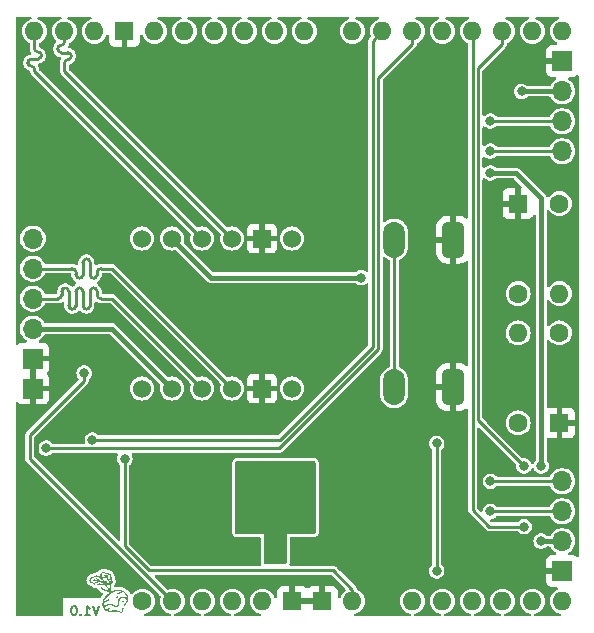
<source format=gbr>
%TF.GenerationSoftware,KiCad,Pcbnew,7.0.1*%
%TF.CreationDate,2023-05-06T15:11:30-03:00*%
%TF.ProjectId,Self_Balancing,53656c66-5f42-4616-9c61-6e63696e672e,rev?*%
%TF.SameCoordinates,Original*%
%TF.FileFunction,Copper,L2,Bot*%
%TF.FilePolarity,Positive*%
%FSLAX46Y46*%
G04 Gerber Fmt 4.6, Leading zero omitted, Abs format (unit mm)*
G04 Created by KiCad (PCBNEW 7.0.1) date 2023-05-06 15:11:30*
%MOMM*%
%LPD*%
G01*
G04 APERTURE LIST*
G04 Aperture macros list*
%AMRoundRect*
0 Rectangle with rounded corners*
0 $1 Rounding radius*
0 $2 $3 $4 $5 $6 $7 $8 $9 X,Y pos of 4 corners*
0 Add a 4 corners polygon primitive as box body*
4,1,4,$2,$3,$4,$5,$6,$7,$8,$9,$2,$3,0*
0 Add four circle primitives for the rounded corners*
1,1,$1+$1,$2,$3*
1,1,$1+$1,$4,$5*
1,1,$1+$1,$6,$7*
1,1,$1+$1,$8,$9*
0 Add four rect primitives between the rounded corners*
20,1,$1+$1,$2,$3,$4,$5,0*
20,1,$1+$1,$4,$5,$6,$7,0*
20,1,$1+$1,$6,$7,$8,$9,0*
20,1,$1+$1,$8,$9,$2,$3,0*%
G04 Aperture macros list end*
%ADD10C,0.150000*%
%TA.AperFunction,NonConductor*%
%ADD11C,0.150000*%
%TD*%
%TA.AperFunction,ComponentPad*%
%ADD12C,1.600000*%
%TD*%
%TA.AperFunction,ComponentPad*%
%ADD13R,1.600000X1.600000*%
%TD*%
%TA.AperFunction,ComponentPad*%
%ADD14C,1.524000*%
%TD*%
%TA.AperFunction,ComponentPad*%
%ADD15R,1.524000X1.524000*%
%TD*%
%TA.AperFunction,ComponentPad*%
%ADD16O,1.700000X1.700000*%
%TD*%
%TA.AperFunction,ComponentPad*%
%ADD17R,1.700000X1.700000*%
%TD*%
%TA.AperFunction,ComponentPad*%
%ADD18O,1.850000X3.048000*%
%TD*%
%TA.AperFunction,ComponentPad*%
%ADD19RoundRect,0.462500X0.462500X-1.061500X0.462500X1.061500X-0.462500X1.061500X-0.462500X-1.061500X0*%
%TD*%
%TA.AperFunction,ComponentPad*%
%ADD20O,1.600000X1.600000*%
%TD*%
%TA.AperFunction,ViaPad*%
%ADD21C,0.800000*%
%TD*%
%TA.AperFunction,Conductor*%
%ADD22C,0.250000*%
%TD*%
%TA.AperFunction,Conductor*%
%ADD23C,0.400000*%
%TD*%
G04 APERTURE END LIST*
D10*
D11*
X137523809Y-127252095D02*
X137257142Y-128052095D01*
X137257142Y-128052095D02*
X136990476Y-127252095D01*
X136304762Y-128052095D02*
X136761905Y-128052095D01*
X136533333Y-128052095D02*
X136533333Y-127252095D01*
X136533333Y-127252095D02*
X136609524Y-127366380D01*
X136609524Y-127366380D02*
X136685714Y-127442571D01*
X136685714Y-127442571D02*
X136761905Y-127480666D01*
X135961904Y-127975904D02*
X135923809Y-128014000D01*
X135923809Y-128014000D02*
X135961904Y-128052095D01*
X135961904Y-128052095D02*
X136000000Y-128014000D01*
X136000000Y-128014000D02*
X135961904Y-127975904D01*
X135961904Y-127975904D02*
X135961904Y-128052095D01*
X135428571Y-127252095D02*
X135352381Y-127252095D01*
X135352381Y-127252095D02*
X135276190Y-127290190D01*
X135276190Y-127290190D02*
X135238095Y-127328285D01*
X135238095Y-127328285D02*
X135200000Y-127404476D01*
X135200000Y-127404476D02*
X135161905Y-127556857D01*
X135161905Y-127556857D02*
X135161905Y-127747333D01*
X135161905Y-127747333D02*
X135200000Y-127899714D01*
X135200000Y-127899714D02*
X135238095Y-127975904D01*
X135238095Y-127975904D02*
X135276190Y-128014000D01*
X135276190Y-128014000D02*
X135352381Y-128052095D01*
X135352381Y-128052095D02*
X135428571Y-128052095D01*
X135428571Y-128052095D02*
X135504762Y-128014000D01*
X135504762Y-128014000D02*
X135542857Y-127975904D01*
X135542857Y-127975904D02*
X135580952Y-127899714D01*
X135580952Y-127899714D02*
X135619048Y-127747333D01*
X135619048Y-127747333D02*
X135619048Y-127556857D01*
X135619048Y-127556857D02*
X135580952Y-127404476D01*
X135580952Y-127404476D02*
X135542857Y-127328285D01*
X135542857Y-127328285D02*
X135504762Y-127290190D01*
X135504762Y-127290190D02*
X135428571Y-127252095D01*
%TA.AperFunction,EtchedComponent*%
%TO.C,G\u002A\u002A\u002A*%
G36*
X139579408Y-126797399D02*
G01*
X139598504Y-126803957D01*
X139615309Y-126820019D01*
X139625708Y-126841706D01*
X139626963Y-126854074D01*
X139621923Y-126869817D01*
X139608044Y-126886160D01*
X139584018Y-126904539D01*
X139548537Y-126926389D01*
X139531525Y-126935879D01*
X139505839Y-126948930D01*
X139485111Y-126957923D01*
X139472691Y-126961314D01*
X139453634Y-126956207D01*
X139437233Y-126941403D01*
X139426910Y-126920861D01*
X139424621Y-126898588D01*
X139432319Y-126878588D01*
X139433405Y-126877306D01*
X139445983Y-126866984D01*
X139466734Y-126853274D01*
X139492390Y-126837991D01*
X139519683Y-126822947D01*
X139545343Y-126809957D01*
X139566101Y-126800833D01*
X139578690Y-126797389D01*
X139579408Y-126797399D01*
G37*
%TD.AperFunction*%
%TA.AperFunction,EtchedComponent*%
G36*
X139125468Y-126440322D02*
G01*
X139141825Y-126454899D01*
X139150212Y-126475266D01*
X139149223Y-126497928D01*
X139137457Y-126519391D01*
X139128005Y-126527042D01*
X139108991Y-126539763D01*
X139083483Y-126555478D01*
X139054319Y-126572377D01*
X139026014Y-126587631D01*
X138999418Y-126600695D01*
X138978673Y-126609535D01*
X138966742Y-126612785D01*
X138955228Y-126610262D01*
X138937252Y-126598358D01*
X138923174Y-126580800D01*
X138917483Y-126562200D01*
X138921976Y-126545309D01*
X138932867Y-126528409D01*
X138937304Y-126524138D01*
X138955209Y-126510599D01*
X138980195Y-126494522D01*
X139009182Y-126477592D01*
X139039093Y-126461493D01*
X139066848Y-126447908D01*
X139089371Y-126438523D01*
X139103582Y-126435020D01*
X139125468Y-126440322D01*
G37*
%TD.AperFunction*%
%TA.AperFunction,EtchedComponent*%
G36*
X138665961Y-125168331D02*
G01*
X138664583Y-125217862D01*
X138650757Y-125276264D01*
X138625824Y-125331080D01*
X138590846Y-125379804D01*
X138546887Y-125419930D01*
X138528404Y-125433378D01*
X138538751Y-125481238D01*
X138548324Y-125533516D01*
X138557598Y-125605295D01*
X138564330Y-125683507D01*
X138568341Y-125764307D01*
X138569226Y-125827784D01*
X138569450Y-125843847D01*
X138567477Y-125918283D01*
X138562244Y-125983769D01*
X138561716Y-125988425D01*
X138559413Y-126012536D01*
X138558436Y-126030163D01*
X138558996Y-126037767D01*
X138560847Y-126037764D01*
X138572517Y-126034023D01*
X138592248Y-126026107D01*
X138617093Y-126015163D01*
X138639587Y-126005106D01*
X138735691Y-125966815D01*
X138830082Y-125936435D01*
X138841957Y-125933147D01*
X138864958Y-125927446D01*
X138880213Y-125925502D01*
X138891539Y-125927080D01*
X138902753Y-125931944D01*
X138915623Y-125940114D01*
X138927700Y-125956587D01*
X138931157Y-125980909D01*
X138927562Y-125997202D01*
X138914684Y-126012127D01*
X138891047Y-126025314D01*
X138855196Y-126037855D01*
X138837369Y-126043287D01*
X138734397Y-126079926D01*
X138629459Y-126125556D01*
X138527145Y-126178035D01*
X138432046Y-126235223D01*
X138338555Y-126301097D01*
X138239251Y-126383571D01*
X138151538Y-126471201D01*
X138075769Y-126563553D01*
X138012292Y-126660193D01*
X137961459Y-126760689D01*
X137923620Y-126864606D01*
X137912830Y-126901057D01*
X137938266Y-126885982D01*
X137991128Y-126854790D01*
X138063263Y-126812704D01*
X138129103Y-126774872D01*
X138187884Y-126741713D01*
X138238845Y-126713645D01*
X138281221Y-126691085D01*
X138314251Y-126674454D01*
X138337171Y-126664168D01*
X138349217Y-126660646D01*
X138358059Y-126661385D01*
X138379481Y-126670818D01*
X138393357Y-126688528D01*
X138397853Y-126711233D01*
X138391133Y-126735648D01*
X138390291Y-126736663D01*
X138380051Y-126744443D01*
X138359592Y-126757951D01*
X138330233Y-126776380D01*
X138293289Y-126798924D01*
X138250078Y-126824777D01*
X138201917Y-126853132D01*
X138150124Y-126883183D01*
X138135974Y-126891341D01*
X138084892Y-126920896D01*
X138037664Y-126948380D01*
X137995626Y-126973006D01*
X137960113Y-126993986D01*
X137932460Y-127010533D01*
X137914002Y-127021858D01*
X137906074Y-127027174D01*
X137903657Y-127030682D01*
X137899411Y-127047407D01*
X137897526Y-127073181D01*
X137898002Y-127104868D01*
X137900841Y-127139330D01*
X137906042Y-127173432D01*
X137906185Y-127174165D01*
X137912113Y-127200874D01*
X137919590Y-127229595D01*
X137927673Y-127257264D01*
X137935416Y-127280819D01*
X137941876Y-127297198D01*
X137946108Y-127303338D01*
X137946316Y-127303309D01*
X137953534Y-127298111D01*
X137967174Y-127285684D01*
X137984470Y-127268539D01*
X137986943Y-127266017D01*
X138051457Y-127209733D01*
X138123981Y-127163699D01*
X138204999Y-127127698D01*
X138294996Y-127101513D01*
X138394457Y-127084928D01*
X138406979Y-127083642D01*
X138444701Y-127081673D01*
X138482512Y-127083031D01*
X138522138Y-127088128D01*
X138565306Y-127097382D01*
X138613743Y-127111205D01*
X138669173Y-127130012D01*
X138733325Y-127154219D01*
X138807923Y-127184240D01*
X138811492Y-127185707D01*
X138853313Y-127202619D01*
X138885520Y-127214857D01*
X138910803Y-127223223D01*
X138931853Y-127228518D01*
X138951360Y-127231542D01*
X138972014Y-127233097D01*
X138996252Y-127233858D01*
X139017471Y-127232623D01*
X139033932Y-127228234D01*
X139050489Y-127219873D01*
X139063409Y-127211112D01*
X139091178Y-127184669D01*
X139114790Y-127152605D01*
X139129976Y-127120272D01*
X139131546Y-127112594D01*
X139134061Y-127090722D01*
X139136563Y-127058532D01*
X139138920Y-127018064D01*
X139141004Y-126971360D01*
X139142683Y-126920458D01*
X139143724Y-126883859D01*
X139145280Y-126836827D01*
X139146920Y-126800166D01*
X139148831Y-126771864D01*
X139151199Y-126749912D01*
X139154209Y-126732297D01*
X139158049Y-126717009D01*
X139162903Y-126702038D01*
X139173883Y-126673961D01*
X139202845Y-126620853D01*
X139240704Y-126575326D01*
X139288961Y-126535752D01*
X139349120Y-126500505D01*
X139414993Y-126474056D01*
X139485395Y-126459650D01*
X139557199Y-126458397D01*
X139629695Y-126470180D01*
X139702171Y-126494880D01*
X139773917Y-126532381D01*
X139844222Y-126582563D01*
X139845313Y-126583451D01*
X139864013Y-126598263D01*
X139878187Y-126608784D01*
X139884843Y-126612786D01*
X139886321Y-126611741D01*
X139888520Y-126600996D01*
X139888758Y-126581117D01*
X139887261Y-126555211D01*
X139884257Y-126526386D01*
X139879970Y-126497748D01*
X139874628Y-126472406D01*
X139869565Y-126454058D01*
X139839620Y-126375893D01*
X139797628Y-126301168D01*
X139744834Y-126231366D01*
X139682482Y-126167972D01*
X139611817Y-126112471D01*
X139534085Y-126066345D01*
X139504576Y-126051402D01*
X139320862Y-126157747D01*
X139300915Y-126169238D01*
X139255980Y-126194715D01*
X139214908Y-126217447D01*
X139179283Y-126236592D01*
X139150686Y-126251308D01*
X139130699Y-126260756D01*
X139120906Y-126264092D01*
X139120169Y-126264081D01*
X139100804Y-126257802D01*
X139082842Y-126242834D01*
X139071427Y-126223410D01*
X139069451Y-126214419D01*
X139070430Y-126203354D01*
X139076452Y-126191909D01*
X139088692Y-126179081D01*
X139108323Y-126163870D01*
X139136522Y-126145274D01*
X139174461Y-126122292D01*
X139223317Y-126093923D01*
X139247340Y-126080072D01*
X139284096Y-126058615D01*
X139315570Y-126039910D01*
X139340109Y-126024958D01*
X139356059Y-126014756D01*
X139361769Y-126010302D01*
X139361514Y-126009675D01*
X139352791Y-126006290D01*
X139333603Y-126002660D01*
X139306612Y-125999064D01*
X139274480Y-125995782D01*
X139239869Y-125993092D01*
X139205439Y-125991274D01*
X139173854Y-125990606D01*
X139150106Y-125990459D01*
X139126010Y-125989475D01*
X139110168Y-125987071D01*
X139099409Y-125982681D01*
X139090562Y-125975740D01*
X139084267Y-125968434D01*
X139075462Y-125946058D01*
X139076794Y-125922082D01*
X139088412Y-125901723D01*
X139091538Y-125898831D01*
X139099232Y-125894026D01*
X139110336Y-125890892D01*
X139127416Y-125889081D01*
X139153037Y-125888249D01*
X139189764Y-125888049D01*
X139285456Y-125892672D01*
X139390904Y-125909197D01*
X139490688Y-125937317D01*
X139584112Y-125976621D01*
X139670479Y-126026697D01*
X139749094Y-126087133D01*
X139819260Y-126157519D01*
X139880280Y-126237442D01*
X139931459Y-126326491D01*
X139938154Y-126340473D01*
X139969470Y-126421607D01*
X139987880Y-126503109D01*
X139993341Y-126585536D01*
X139985810Y-126669443D01*
X139965245Y-126755387D01*
X139931603Y-126843926D01*
X139884842Y-126935616D01*
X139884055Y-126936989D01*
X139869565Y-126961338D01*
X139849416Y-126993997D01*
X139825408Y-127032108D01*
X139799340Y-127072814D01*
X139773010Y-127113256D01*
X139772439Y-127114126D01*
X139741690Y-127160241D01*
X139716794Y-127195584D01*
X139696604Y-127221103D01*
X139679971Y-127237744D01*
X139665747Y-127246455D01*
X139652784Y-127248181D01*
X139639934Y-127243871D01*
X139626050Y-127234470D01*
X139625071Y-127233692D01*
X139613975Y-127222668D01*
X139608147Y-127210350D01*
X139608074Y-127195128D01*
X139614247Y-127175396D01*
X139627154Y-127149545D01*
X139647285Y-127115967D01*
X139675127Y-127073055D01*
X139691197Y-127048680D01*
X139735489Y-126980088D01*
X139772081Y-126920963D01*
X139801543Y-126870338D01*
X139824444Y-126827245D01*
X139841354Y-126790716D01*
X139862244Y-126740996D01*
X139829150Y-126707139D01*
X139827810Y-126705779D01*
X139798317Y-126679335D01*
X139761705Y-126651314D01*
X139722149Y-126624552D01*
X139683823Y-126601880D01*
X139650901Y-126586134D01*
X139616132Y-126574530D01*
X139552775Y-126563459D01*
X139490164Y-126564860D01*
X139430033Y-126578443D01*
X139374121Y-126603915D01*
X139324163Y-126640985D01*
X139304690Y-126660455D01*
X139286167Y-126683978D01*
X139271803Y-126710038D01*
X139261119Y-126740481D01*
X139253634Y-126777155D01*
X139248866Y-126821904D01*
X139246337Y-126876575D01*
X139245565Y-126943015D01*
X139245285Y-126987111D01*
X139243888Y-127039479D01*
X139241022Y-127082084D01*
X139236356Y-127117202D01*
X139229561Y-127147108D01*
X139220306Y-127174076D01*
X139208264Y-127200383D01*
X139191172Y-127227786D01*
X139160599Y-127263367D01*
X139124483Y-127295153D01*
X139087130Y-127318930D01*
X139081106Y-127321869D01*
X139048261Y-127334498D01*
X139014155Y-127341230D01*
X138977058Y-127341853D01*
X138935243Y-127336151D01*
X138886978Y-127323912D01*
X138830534Y-127304920D01*
X138764183Y-127278962D01*
X138737093Y-127267859D01*
X138683256Y-127246029D01*
X138639222Y-127228765D01*
X138603048Y-127215539D01*
X138572793Y-127205821D01*
X138546514Y-127199083D01*
X138522267Y-127194795D01*
X138498112Y-127192430D01*
X138472104Y-127191459D01*
X138442301Y-127191352D01*
X138440811Y-127191360D01*
X138395891Y-127192286D01*
X138360167Y-127194828D01*
X138329335Y-127199443D01*
X138299090Y-127206591D01*
X138254978Y-127220502D01*
X138186411Y-127249958D01*
X138124178Y-127286505D01*
X138070637Y-127328677D01*
X138028145Y-127375008D01*
X137999570Y-127412855D01*
X138018630Y-127441852D01*
X138029901Y-127456958D01*
X138047142Y-127477190D01*
X138067376Y-127499193D01*
X138088224Y-127520537D01*
X138107307Y-127538792D01*
X138122247Y-127551527D01*
X138130664Y-127556312D01*
X138135603Y-127554241D01*
X138151146Y-127546169D01*
X138175517Y-127532870D01*
X138207047Y-127515266D01*
X138244069Y-127494284D01*
X138284912Y-127470848D01*
X138307417Y-127457958D01*
X138350494Y-127433890D01*
X138387878Y-127413827D01*
X138418069Y-127398540D01*
X138439569Y-127388801D01*
X138450877Y-127385384D01*
X138456275Y-127385692D01*
X138477401Y-127393799D01*
X138492292Y-127410169D01*
X138499497Y-127431118D01*
X138497561Y-127452961D01*
X138485034Y-127472015D01*
X138474899Y-127479347D01*
X138454775Y-127492248D01*
X138427032Y-127509217D01*
X138393859Y-127528915D01*
X138357450Y-127550002D01*
X138245249Y-127614181D01*
X138274841Y-127622749D01*
X138303851Y-127630100D01*
X138342890Y-127636923D01*
X138387172Y-127641299D01*
X138438770Y-127643355D01*
X138499757Y-127643220D01*
X138572207Y-127641021D01*
X138607210Y-127639669D01*
X138715880Y-127636389D01*
X138812706Y-127634962D01*
X138897346Y-127635384D01*
X138969459Y-127637650D01*
X139028703Y-127641756D01*
X139074737Y-127647697D01*
X139150494Y-127662706D01*
X139281965Y-127698169D01*
X139404630Y-127744047D01*
X139410524Y-127745809D01*
X139415409Y-127741841D01*
X139416595Y-127727122D01*
X139417519Y-127711324D01*
X139422181Y-127678326D01*
X139430094Y-127637343D01*
X139440492Y-127591354D01*
X139452612Y-127543340D01*
X139465687Y-127496279D01*
X139478952Y-127453150D01*
X139491644Y-127416935D01*
X139502996Y-127390611D01*
X139514608Y-127376274D01*
X139534713Y-127366848D01*
X139557194Y-127366826D01*
X139578011Y-127376041D01*
X139593122Y-127394326D01*
X139593644Y-127395434D01*
X139596936Y-127404981D01*
X139597491Y-127416009D01*
X139594843Y-127431366D01*
X139588527Y-127453903D01*
X139578078Y-127486468D01*
X139573155Y-127501562D01*
X139556437Y-127555719D01*
X139543790Y-127602778D01*
X139534122Y-127647103D01*
X139526341Y-127693055D01*
X139526162Y-127694251D01*
X139521888Y-127722706D01*
X139517967Y-127748561D01*
X139515226Y-127766353D01*
X139513109Y-127775131D01*
X139499835Y-127801052D01*
X139478974Y-127824543D01*
X139454538Y-127840693D01*
X139438002Y-127846489D01*
X139416524Y-127849192D01*
X139391682Y-127846398D01*
X139360614Y-127837727D01*
X139320457Y-127822795D01*
X139264078Y-127802094D01*
X139165855Y-127773549D01*
X139057645Y-127750883D01*
X139054257Y-127750301D01*
X139021767Y-127745782D01*
X138983798Y-127742345D01*
X138939184Y-127739972D01*
X138886758Y-127738645D01*
X138825355Y-127738347D01*
X138753810Y-127739059D01*
X138670955Y-127740763D01*
X138575626Y-127743441D01*
X138565714Y-127743742D01*
X138495321Y-127745405D01*
X138436181Y-127745695D01*
X138386190Y-127744407D01*
X138343243Y-127741340D01*
X138305235Y-127736290D01*
X138270063Y-127729055D01*
X138235621Y-127719431D01*
X138199805Y-127707216D01*
X138183318Y-127700879D01*
X138107853Y-127663149D01*
X138038279Y-127613606D01*
X137975708Y-127553150D01*
X137921253Y-127482675D01*
X137909216Y-127464036D01*
X137860955Y-127374670D01*
X137825558Y-127281704D01*
X137802971Y-127185832D01*
X137793140Y-127087754D01*
X137796009Y-126988164D01*
X137811524Y-126887760D01*
X137839630Y-126787239D01*
X137880273Y-126687297D01*
X137933398Y-126588631D01*
X137998950Y-126491938D01*
X138029687Y-126453295D01*
X138084610Y-126391718D01*
X138146461Y-126329526D01*
X138211937Y-126269829D01*
X138277736Y-126215735D01*
X138340557Y-126170352D01*
X138358317Y-126157892D01*
X138372079Y-126146826D01*
X138377349Y-126140580D01*
X138372649Y-126134198D01*
X138358135Y-126122662D01*
X138336317Y-126107928D01*
X138309754Y-126091566D01*
X138281008Y-126075148D01*
X138252639Y-126060247D01*
X138227207Y-126048433D01*
X138208738Y-126041118D01*
X138173234Y-126028464D01*
X138133790Y-126015642D01*
X138096038Y-126004537D01*
X138091674Y-126003326D01*
X138002793Y-125972972D01*
X137919203Y-125933674D01*
X137842832Y-125886614D01*
X137775610Y-125832972D01*
X137719466Y-125773930D01*
X137713343Y-125766376D01*
X137685934Y-125731092D01*
X137667287Y-125703425D01*
X137656726Y-125681557D01*
X137653573Y-125663672D01*
X137657150Y-125647951D01*
X137666782Y-125632578D01*
X137681224Y-125619592D01*
X137703079Y-125614563D01*
X137716838Y-125615611D01*
X137732235Y-125621691D01*
X137746567Y-125635371D01*
X137763137Y-125659101D01*
X137787600Y-125692468D01*
X137820458Y-125729600D01*
X137857276Y-125765592D01*
X137894117Y-125796316D01*
X137933399Y-125823328D01*
X138005568Y-125861547D01*
X138086879Y-125891296D01*
X138091728Y-125892747D01*
X138156305Y-125912662D01*
X138209637Y-125930389D01*
X138253695Y-125946651D01*
X138290447Y-125962174D01*
X138321866Y-125977682D01*
X138330533Y-125982253D01*
X138352480Y-125993145D01*
X138368433Y-126000058D01*
X138375414Y-126001657D01*
X138374867Y-125997021D01*
X138368925Y-125982108D01*
X138358095Y-125959140D01*
X138343507Y-125930255D01*
X138326292Y-125897588D01*
X138307579Y-125863274D01*
X138288500Y-125829450D01*
X138270185Y-125798253D01*
X138253764Y-125771817D01*
X138233772Y-125741940D01*
X138172699Y-125660061D01*
X138103200Y-125578356D01*
X138028465Y-125500436D01*
X137951687Y-125429913D01*
X137925999Y-125407946D01*
X137899551Y-125431839D01*
X137858301Y-125463408D01*
X137803374Y-125491464D01*
X137745158Y-125507783D01*
X137685580Y-125512063D01*
X137626566Y-125504004D01*
X137570042Y-125483304D01*
X137566504Y-125481553D01*
X137543045Y-125470554D01*
X137527690Y-125465295D01*
X137516999Y-125464976D01*
X137507534Y-125468801D01*
X137504261Y-125470534D01*
X137483935Y-125479181D01*
X137457483Y-125488400D01*
X137429604Y-125496760D01*
X137404994Y-125502827D01*
X137388350Y-125505168D01*
X137376962Y-125503024D01*
X137358131Y-125491142D01*
X137343799Y-125472666D01*
X137338102Y-125451974D01*
X137338408Y-125446792D01*
X137347642Y-125425356D01*
X137369360Y-125408367D01*
X137403055Y-125396260D01*
X137424015Y-125389623D01*
X137452843Y-125377730D01*
X137480475Y-125363935D01*
X137496145Y-125355549D01*
X137519888Y-125345869D01*
X137539082Y-125344645D01*
X137557935Y-125352059D01*
X137580655Y-125368294D01*
X137592074Y-125376326D01*
X137625590Y-125393157D01*
X137662802Y-125404983D01*
X137697052Y-125409448D01*
X137708510Y-125408877D01*
X137745754Y-125401161D01*
X137782667Y-125386330D01*
X137812674Y-125366809D01*
X137838530Y-125344458D01*
X137773364Y-125306891D01*
X137978465Y-125306891D01*
X137981507Y-125316663D01*
X137996100Y-125332557D01*
X138022486Y-125354751D01*
X138053683Y-125380592D01*
X138110238Y-125433154D01*
X138168547Y-125493776D01*
X138226129Y-125559695D01*
X138280501Y-125628147D01*
X138329184Y-125696368D01*
X138331350Y-125699619D01*
X138349308Y-125727586D01*
X138369023Y-125759751D01*
X138389216Y-125793855D01*
X138408607Y-125827636D01*
X138425916Y-125858835D01*
X138439863Y-125885189D01*
X138449170Y-125904440D01*
X138452557Y-125914326D01*
X138452931Y-125916900D01*
X138459394Y-125922234D01*
X138460178Y-125921721D01*
X138462607Y-125911916D01*
X138464397Y-125891435D01*
X138465552Y-125862612D01*
X138466072Y-125827784D01*
X138465959Y-125789287D01*
X138465214Y-125749456D01*
X138463840Y-125710630D01*
X138461837Y-125675142D01*
X138459208Y-125645330D01*
X138458740Y-125641248D01*
X138453764Y-125603416D01*
X138447576Y-125563055D01*
X138441404Y-125528238D01*
X138430512Y-125472680D01*
X138388444Y-125476057D01*
X138335982Y-125474899D01*
X138279136Y-125461635D01*
X138225723Y-125436855D01*
X138177626Y-125401696D01*
X138136725Y-125357293D01*
X138104901Y-125304783D01*
X138099486Y-125293475D01*
X138089578Y-125275317D01*
X138079598Y-125264462D01*
X138065530Y-125257366D01*
X138043357Y-125250485D01*
X138023400Y-125244932D01*
X138005087Y-125240299D01*
X137995654Y-125238520D01*
X137993876Y-125239556D01*
X137989332Y-125249841D01*
X137985857Y-125267577D01*
X137985015Y-125273985D01*
X137981688Y-125293871D01*
X137978465Y-125306891D01*
X137773364Y-125306891D01*
X137771210Y-125305649D01*
X137751863Y-125294716D01*
X137715981Y-125275296D01*
X137681008Y-125257273D01*
X137652348Y-125243472D01*
X137633959Y-125235277D01*
X137612975Y-125227153D01*
X137595944Y-125223466D01*
X137577819Y-125223314D01*
X137553552Y-125225793D01*
X137542906Y-125227174D01*
X137474904Y-125239863D01*
X137403013Y-125259110D01*
X137333160Y-125283369D01*
X137315023Y-125290420D01*
X137288107Y-125300129D01*
X137269366Y-125304941D01*
X137255885Y-125305129D01*
X137244751Y-125300964D01*
X137233049Y-125292721D01*
X137219047Y-125274343D01*
X137214796Y-125250078D01*
X137221824Y-125224933D01*
X137225078Y-125221734D01*
X137239180Y-125213108D01*
X137261220Y-125201927D01*
X137288049Y-125189565D01*
X137316520Y-125177396D01*
X137343488Y-125166792D01*
X137365803Y-125159127D01*
X137380319Y-125155774D01*
X137384535Y-125154914D01*
X137381261Y-125152358D01*
X137367506Y-125148609D01*
X137345159Y-125143981D01*
X137316109Y-125138786D01*
X137282244Y-125133339D01*
X137245454Y-125127952D01*
X137207626Y-125122940D01*
X137170649Y-125118616D01*
X137136413Y-125115292D01*
X137133828Y-125115073D01*
X137096609Y-125111598D01*
X137070365Y-125108221D01*
X137052563Y-125104408D01*
X137040668Y-125099625D01*
X137032146Y-125093340D01*
X137025314Y-125085567D01*
X137017141Y-125064697D01*
X137019752Y-125043403D01*
X137031642Y-125024594D01*
X137051311Y-125011175D01*
X137077255Y-125006057D01*
X137077458Y-125006057D01*
X137102412Y-125007055D01*
X137136985Y-125009731D01*
X137177325Y-125013679D01*
X137219580Y-125018489D01*
X137259896Y-125023753D01*
X137294423Y-125029063D01*
X137309523Y-125031538D01*
X137328748Y-125033772D01*
X137336409Y-125032358D01*
X137332375Y-125026612D01*
X137316513Y-125015849D01*
X137288691Y-124999386D01*
X137288362Y-124999195D01*
X137257132Y-124978335D01*
X137238625Y-124958786D01*
X137232116Y-124939425D01*
X137236881Y-124919131D01*
X137247138Y-124904492D01*
X137263665Y-124890565D01*
X137274113Y-124885562D01*
X137287167Y-124884373D01*
X137304688Y-124890102D01*
X137316951Y-124895691D01*
X137352096Y-124915622D01*
X137391940Y-124942460D01*
X137433410Y-124973811D01*
X137473434Y-125007283D01*
X137508940Y-125040480D01*
X137536857Y-125071009D01*
X137542967Y-125077367D01*
X137561229Y-125090323D01*
X137589223Y-125104658D01*
X137628715Y-125121342D01*
X137647694Y-125129128D01*
X137692782Y-125149140D01*
X137740753Y-125172103D01*
X137787696Y-125196051D01*
X137829700Y-125219019D01*
X137862853Y-125239040D01*
X137885074Y-125253537D01*
X137885074Y-125212258D01*
X137884592Y-125191619D01*
X137881438Y-125173881D01*
X137873313Y-125158587D01*
X137857932Y-125139620D01*
X137847260Y-125126903D01*
X137826947Y-125101183D01*
X137809888Y-125077880D01*
X137795869Y-125059958D01*
X137778347Y-125046476D01*
X137753743Y-125037034D01*
X137742406Y-125034057D01*
X137713073Y-125028693D01*
X137686863Y-125026568D01*
X137678056Y-125026260D01*
X137657434Y-125023234D01*
X137643944Y-125018022D01*
X137641231Y-125015311D01*
X137631429Y-125001431D01*
X137618725Y-124979932D01*
X137605169Y-124954190D01*
X137589768Y-124926193D01*
X137550681Y-124874100D01*
X137503310Y-124832885D01*
X137447578Y-124802486D01*
X137383406Y-124782844D01*
X137339830Y-124776876D01*
X137277343Y-124779633D01*
X137215034Y-124795981D01*
X137190660Y-124805810D01*
X137155850Y-124824103D01*
X137123561Y-124847768D01*
X137089021Y-124879987D01*
X137050770Y-124918544D01*
X137003330Y-124913780D01*
X136991023Y-124912877D01*
X136942108Y-124916361D01*
X136898978Y-124930762D01*
X136863011Y-124954925D01*
X136835584Y-124987694D01*
X136818074Y-125027913D01*
X136811859Y-125074428D01*
X136816091Y-125114259D01*
X136831762Y-125155993D01*
X136857856Y-125190412D01*
X136893176Y-125216388D01*
X136936522Y-125232799D01*
X136986696Y-125238520D01*
X137032284Y-125238520D01*
X137087764Y-125294985D01*
X137107061Y-125314245D01*
X137131823Y-125337977D01*
X137153486Y-125357706D01*
X137168883Y-125370485D01*
X137183396Y-125382622D01*
X137192262Y-125396107D01*
X137194522Y-125413158D01*
X137194361Y-125417658D01*
X137187017Y-125441682D01*
X137170545Y-125458079D01*
X137147441Y-125464145D01*
X137144883Y-125464009D01*
X137124838Y-125457903D01*
X137098927Y-125444175D01*
X137070163Y-125424820D01*
X137041560Y-125401833D01*
X137016129Y-125377209D01*
X136999247Y-125359852D01*
X136984851Y-125349297D01*
X136968434Y-125343802D01*
X136944508Y-125340558D01*
X136912688Y-125335208D01*
X136859416Y-125316321D01*
X136812091Y-125286891D01*
X136771985Y-125248553D01*
X136740372Y-125202941D01*
X136718528Y-125151690D01*
X136707727Y-125096434D01*
X136709242Y-125038808D01*
X136714796Y-125010649D01*
X136735381Y-124956055D01*
X136767090Y-124906935D01*
X136808332Y-124865488D01*
X136857517Y-124833912D01*
X136867799Y-124829009D01*
X136895031Y-124818405D01*
X136922691Y-124812333D01*
X136957373Y-124809160D01*
X136975712Y-124808021D01*
X136997922Y-124805596D01*
X137013303Y-124801274D01*
X137026132Y-124793620D01*
X137040686Y-124781197D01*
X137091843Y-124741471D01*
X137155357Y-124707059D01*
X137222673Y-124684383D01*
X137292193Y-124673411D01*
X137362318Y-124674110D01*
X137431451Y-124686448D01*
X137497993Y-124710392D01*
X137560345Y-124745909D01*
X137616910Y-124792967D01*
X137623479Y-124799675D01*
X137647852Y-124827173D01*
X137670346Y-124856074D01*
X137686797Y-124881125D01*
X137696499Y-124897710D01*
X137707944Y-124913803D01*
X137717906Y-124921659D01*
X137728881Y-124923807D01*
X137732726Y-124923830D01*
X137740879Y-124922688D01*
X137744654Y-124917299D01*
X137745112Y-124904537D01*
X137743314Y-124881279D01*
X137741392Y-124863367D01*
X137736724Y-124843429D01*
X137727579Y-124826955D01*
X137711268Y-124807779D01*
X137674660Y-124761304D01*
X137648790Y-124710938D01*
X137635322Y-124657429D01*
X137634115Y-124616339D01*
X137738510Y-124616339D01*
X137738769Y-124630254D01*
X137742330Y-124660929D01*
X137751330Y-124687399D01*
X137767369Y-124712426D01*
X137792045Y-124738776D01*
X137826958Y-124769211D01*
X137836093Y-124777314D01*
X137843430Y-124787851D01*
X137846112Y-124802086D01*
X137845813Y-124824976D01*
X137845682Y-124848948D01*
X137854152Y-124913509D01*
X137874843Y-124974883D01*
X137906856Y-125030861D01*
X137949293Y-125079235D01*
X137993587Y-125114424D01*
X138044930Y-125141393D01*
X138101588Y-125157355D01*
X138129291Y-125162979D01*
X138152703Y-125170442D01*
X138167973Y-125180671D01*
X138178100Y-125195822D01*
X138186083Y-125218049D01*
X138202310Y-125261900D01*
X138225977Y-125301528D01*
X138256479Y-125331556D01*
X138295303Y-125353836D01*
X138313870Y-125361116D01*
X138342268Y-125369272D01*
X138367247Y-125373164D01*
X138385766Y-125372401D01*
X138394779Y-125366592D01*
X138395024Y-125362283D01*
X138391932Y-125346368D01*
X138385014Y-125323005D01*
X138375200Y-125295563D01*
X138325387Y-125182700D01*
X138259372Y-125064525D01*
X138180621Y-124949762D01*
X138166738Y-124931265D01*
X138149135Y-124908707D01*
X138135024Y-124894351D01*
X138121198Y-124886726D01*
X138104446Y-124884358D01*
X138081560Y-124885774D01*
X138049332Y-124889503D01*
X138021670Y-124891642D01*
X137990122Y-124889449D01*
X137968991Y-124880302D01*
X137957143Y-124863600D01*
X137953445Y-124838745D01*
X137953488Y-124836788D01*
X137960775Y-124814845D01*
X137979293Y-124798283D01*
X138007218Y-124788800D01*
X138037061Y-124783786D01*
X137984998Y-124734641D01*
X137977760Y-124727725D01*
X137951898Y-124700543D01*
X137936756Y-124678626D01*
X137931739Y-124660157D01*
X137936257Y-124643316D01*
X137949716Y-124626284D01*
X137958834Y-124618139D01*
X137971266Y-124611279D01*
X137984748Y-124610167D01*
X138000628Y-124615539D01*
X138020257Y-124628133D01*
X138044982Y-124648685D01*
X138076153Y-124677932D01*
X138115118Y-124716610D01*
X138148065Y-124749734D01*
X138172898Y-124774031D01*
X138189831Y-124788940D01*
X138199762Y-124794595D01*
X138203593Y-124791128D01*
X138202223Y-124778674D01*
X138196552Y-124757365D01*
X138187482Y-124727336D01*
X138183697Y-124713022D01*
X138181247Y-124682562D01*
X138189274Y-124660190D01*
X138207956Y-124645199D01*
X138210728Y-124643936D01*
X138235422Y-124639199D01*
X138256933Y-124647296D01*
X138275043Y-124667757D01*
X138289535Y-124700111D01*
X138300191Y-124743887D01*
X138306793Y-124798616D01*
X138309123Y-124863826D01*
X138309270Y-124947941D01*
X138340025Y-124995419D01*
X138351226Y-125013336D01*
X138377265Y-125058623D01*
X138404694Y-125110365D01*
X138431321Y-125164203D01*
X138454957Y-125215780D01*
X138473410Y-125260740D01*
X138479070Y-125275323D01*
X138488925Y-125298571D01*
X138496862Y-125314595D01*
X138501549Y-125320565D01*
X138502147Y-125320514D01*
X138511203Y-125313854D01*
X138523236Y-125298473D01*
X138536033Y-125277896D01*
X138547382Y-125255651D01*
X138555069Y-125235264D01*
X138559984Y-125206296D01*
X138560188Y-125168331D01*
X138554956Y-125131294D01*
X138544747Y-125101176D01*
X138543143Y-125098258D01*
X138531002Y-125080614D01*
X138513108Y-125058397D01*
X138492720Y-125035706D01*
X138485977Y-125028500D01*
X138468923Y-125008931D01*
X138457060Y-124993283D01*
X138452631Y-124984428D01*
X138453042Y-124980516D01*
X138456380Y-124964878D01*
X138461963Y-124944522D01*
X138470379Y-124910288D01*
X138476276Y-124845777D01*
X138469421Y-124782908D01*
X138450233Y-124723276D01*
X138419134Y-124668478D01*
X138376543Y-124620109D01*
X138347887Y-124595884D01*
X138299384Y-124565397D01*
X138247238Y-124545942D01*
X138189175Y-124536774D01*
X138122919Y-124537148D01*
X138055993Y-124541757D01*
X138025280Y-124511479D01*
X138000901Y-124489556D01*
X137970012Y-124469728D01*
X137937358Y-124459195D01*
X137898748Y-124456123D01*
X137869131Y-124458446D01*
X137825590Y-124471616D01*
X137789460Y-124495287D01*
X137762039Y-124528162D01*
X137744623Y-124568946D01*
X137738510Y-124616339D01*
X137634115Y-124616339D01*
X137633606Y-124599027D01*
X137637506Y-124567424D01*
X137653538Y-124513719D01*
X137679687Y-124466334D01*
X137714345Y-124426009D01*
X137755904Y-124393479D01*
X137802755Y-124369484D01*
X137853290Y-124354761D01*
X137905902Y-124350049D01*
X137958980Y-124356084D01*
X138010918Y-124373605D01*
X138060108Y-124403349D01*
X138094980Y-124429978D01*
X138176339Y-124433479D01*
X138220904Y-124436509D01*
X138269010Y-124443830D01*
X138311314Y-124456256D01*
X138352074Y-124475112D01*
X138395546Y-124501724D01*
X138436575Y-124533151D01*
X138486584Y-124585081D01*
X138526857Y-124644401D01*
X138556625Y-124709319D01*
X138575119Y-124778044D01*
X138581568Y-124848784D01*
X138575203Y-124919749D01*
X138567943Y-124959022D01*
X138593060Y-124986824D01*
X138610977Y-125009868D01*
X138635025Y-125051826D01*
X138653729Y-125098032D01*
X138664520Y-125142877D01*
X138666238Y-125158378D01*
X138665961Y-125168331D01*
G37*
%TD.AperFunction*%
%TD*%
D12*
%TO.P,R2,1*%
%TO.N,Net-(C1-Pad1)*%
X173000000Y-100810000D03*
D13*
%TO.P,R2,2*%
%TO.N,GND*%
X173000000Y-93190000D03*
%TD*%
D14*
%TO.P,J3,1,Pin_1*%
%TO.N,unconnected-(J3-Pin_1-Pad1)*%
X141150000Y-108850000D03*
%TO.P,J3,2,Pin_2*%
%TO.N,+3V3*%
X143690000Y-108850000D03*
%TO.P,J3,3,Pin_3*%
%TO.N,RX*%
X146230000Y-108850000D03*
%TO.P,J3,4,Pin_4*%
%TO.N,TX*%
X148770000Y-108850000D03*
D15*
%TO.P,J3,5,Pin_5*%
%TO.N,GND*%
X151310000Y-108850000D03*
D14*
%TO.P,J3,6,Pin_6*%
%TO.N,unconnected-(J3-Pin_6-Pad6)*%
X153850000Y-108850000D03*
%TO.P,J3,7,Pin_7*%
%TO.N,unconnected-(J3-Pin_7-Pad7)*%
X153850000Y-96150000D03*
D15*
%TO.P,J3,8,Pin_8*%
%TO.N,GND*%
X151310000Y-96150000D03*
D14*
%TO.P,J3,9,Pin_9*%
%TO.N,SDA*%
X148770000Y-96150000D03*
%TO.P,J3,10,Pin_10*%
%TO.N,SCL*%
X146230000Y-96150000D03*
%TO.P,J3,11,Pin_11*%
%TO.N,+3V3*%
X143690000Y-96150000D03*
%TO.P,J3,12,Pin_12*%
%TO.N,unconnected-(J3-Pin_12-Pad12)*%
X141150000Y-96150000D03*
%TD*%
D16*
%TO.P,J4,1,Pin_1*%
%TO.N,unconnected-(J4-Pin_1-Pad1)*%
X131900000Y-96150000D03*
%TO.P,J4,2,Pin_2*%
%TO.N,TX*%
X131900000Y-98690000D03*
%TO.P,J4,3,Pin_3*%
%TO.N,RX*%
X131900000Y-101230000D03*
%TO.P,J4,4,Pin_4*%
%TO.N,+3V3*%
X131900000Y-103770000D03*
D17*
%TO.P,J4,5,Pin_5*%
%TO.N,GND*%
X131900000Y-106310000D03*
%TO.P,J4,6,Pin_6*%
X131900000Y-108850000D03*
%TD*%
D18*
%TO.P,SW1,1,1*%
%TO.N,ST*%
X162500000Y-108740000D03*
X162500000Y-96240000D03*
D19*
%TO.P,SW1,2,2*%
%TO.N,GND*%
X167500000Y-108740000D03*
X167500000Y-96240000D03*
%TD*%
D12*
%TO.P,A1,1,NC*%
%TO.N,unconnected-(A1-NC-Pad1)*%
X141190000Y-126860000D03*
D20*
%TO.P,A1,2,IOREF*%
%TO.N,IOREF*%
X143730000Y-126860000D03*
%TO.P,A1,3,~{RESET}*%
%TO.N,unconnected-(A1-~{RESET}-Pad3)*%
X146270000Y-126860000D03*
%TO.P,A1,4,3V3*%
%TO.N,unconnected-(A1-3V3-Pad4)*%
X148810000Y-126860000D03*
%TO.P,A1,5,+5V*%
%TO.N,unconnected-(A1-+5V-Pad5)*%
X151350000Y-126860000D03*
D13*
%TO.P,A1,6,GND*%
%TO.N,GND*%
X153890000Y-126860000D03*
%TO.P,A1,7,GND*%
X156430000Y-126860000D03*
D20*
%TO.P,A1,8,VIN*%
%TO.N,VDD*%
X158970000Y-126860000D03*
%TO.P,A1,9,A0*%
%TO.N,unconnected-(A1-A0-Pad9)*%
X164050000Y-126860000D03*
%TO.P,A1,10,A1*%
%TO.N,unconnected-(A1-A1-Pad10)*%
X166590000Y-126860000D03*
%TO.P,A1,11,A2*%
%TO.N,VBAT*%
X169130000Y-126860000D03*
%TO.P,A1,12,A3*%
%TO.N,unconnected-(A1-A3-Pad12)*%
X171670000Y-126860000D03*
%TO.P,A1,13,SDA/A4*%
%TO.N,unconnected-(A1-SDA{slash}A4-Pad13)*%
X174210000Y-126860000D03*
%TO.P,A1,14,SCL/A5*%
%TO.N,unconnected-(A1-SCL{slash}A5-Pad14)*%
X176750000Y-126860000D03*
%TO.P,A1,15,D0/RX*%
%TO.N,CH1*%
X176750000Y-78600000D03*
%TO.P,A1,16,D1/TX*%
%TO.N,CH2*%
X174210000Y-78600000D03*
%TO.P,A1,17,D2*%
%TO.N,CH3*%
X171670000Y-78600000D03*
%TO.P,A1,18,D3*%
%TO.N,CH4*%
X169130000Y-78600000D03*
%TO.P,A1,19,D4*%
%TO.N,unconnected-(A1-D4-Pad19)*%
X166590000Y-78600000D03*
%TO.P,A1,20,D5*%
%TO.N,LED_R*%
X164050000Y-78600000D03*
%TO.P,A1,21,D6*%
%TO.N,LED_B*%
X161510000Y-78600000D03*
%TO.P,A1,22,D7*%
%TO.N,unconnected-(A1-D7-Pad22)*%
X158970000Y-78600000D03*
%TO.P,A1,23,D8*%
%TO.N,unconnected-(A1-D8-Pad23)*%
X154910000Y-78600000D03*
%TO.P,A1,24,D9*%
%TO.N,unconnected-(A1-D9-Pad24)*%
X152370000Y-78600000D03*
%TO.P,A1,25,D10*%
%TO.N,unconnected-(A1-D10-Pad25)*%
X149830000Y-78600000D03*
%TO.P,A1,26,D11*%
%TO.N,ST*%
X147290000Y-78600000D03*
%TO.P,A1,27,D12*%
%TO.N,unconnected-(A1-D12-Pad27)*%
X144750000Y-78600000D03*
%TO.P,A1,28,D13*%
%TO.N,LED_L*%
X142210000Y-78600000D03*
D13*
%TO.P,A1,29,GND*%
%TO.N,GND*%
X139670000Y-78600000D03*
D20*
%TO.P,A1,30,AREF*%
%TO.N,unconnected-(A1-AREF-Pad30)*%
X137130000Y-78600000D03*
%TO.P,A1,31,SDA/A4*%
%TO.N,SDA*%
X134590000Y-78600000D03*
%TO.P,A1,32,SCL/A5*%
%TO.N,SCL*%
X132050000Y-78600000D03*
%TD*%
D12*
%TO.P,R3,1*%
%TO.N,Net-(C1-Pad1)*%
X176500000Y-93190000D03*
D20*
%TO.P,R3,2*%
%TO.N,Net-(D1-K)*%
X176500000Y-100810000D03*
%TD*%
D17*
%TO.P,J2,1,Pin_1*%
%TO.N,GND*%
X176733200Y-81127600D03*
D16*
%TO.P,J2,2,Pin_2*%
%TO.N,+3V3*%
X176733200Y-83667600D03*
%TO.P,J2,3,Pin_3*%
%TO.N,Net-(D9-K)*%
X176733200Y-86207600D03*
%TO.P,J2,4,Pin_4*%
%TO.N,Net-(D10-K)*%
X176733200Y-88747600D03*
%TD*%
D12*
%TO.P,R1,1*%
%TO.N,VDD*%
X173000000Y-111760000D03*
D20*
%TO.P,R1,2*%
%TO.N,Net-(C1-Pad1)*%
X173000000Y-104140000D03*
%TD*%
D12*
%TO.P,R4,1*%
%TO.N,Net-(D1-K)*%
X176500000Y-104140000D03*
D13*
%TO.P,R4,2*%
%TO.N,GND*%
X176500000Y-111760000D03*
%TD*%
D17*
%TO.P,J1,1,Pin_1*%
%TO.N,GND*%
X176733200Y-124307600D03*
D16*
%TO.P,J1,2,Pin_2*%
%TO.N,+3V3*%
X176733200Y-121767600D03*
%TO.P,J1,3,Pin_3*%
%TO.N,Net-(D7-K)*%
X176733200Y-119227600D03*
%TO.P,J1,4,Pin_4*%
%TO.N,Net-(D8-K)*%
X176733200Y-116687600D03*
%TD*%
D21*
%TO.N,IOREF*%
X136250000Y-107550000D03*
%TO.N,GND*%
X156400000Y-125100000D03*
X153900000Y-125100000D03*
X167450000Y-98750000D03*
X170650000Y-123050000D03*
X148100000Y-122500000D03*
X150650000Y-111800000D03*
X151300000Y-110550000D03*
X150150000Y-125100000D03*
X133900000Y-106300000D03*
X139700000Y-80400000D03*
X173600000Y-81100000D03*
X134050000Y-127200000D03*
X133900000Y-108850000D03*
X148450000Y-112350000D03*
X151300000Y-94450000D03*
X175000000Y-124300000D03*
X167600000Y-83600000D03*
%TO.N,VDD*%
X139700000Y-114800000D03*
%TO.N,CH3*%
X173500000Y-115400000D03*
%TO.N,CH4*%
X173500000Y-120550000D03*
%TO.N,LED_R*%
X133050000Y-113900000D03*
%TO.N,LED_B*%
X136950000Y-113200000D03*
%TO.N,Net-(D1-K)*%
X166100000Y-113500000D03*
X166100000Y-124300000D03*
%TO.N,Net-(D7-K)*%
X170650000Y-119250000D03*
%TO.N,Net-(D8-K)*%
X170650000Y-116700000D03*
%TO.N,Net-(D9-K)*%
X170650000Y-86200000D03*
%TO.N,Net-(D10-K)*%
X170650000Y-88750000D03*
%TO.N,+3V3*%
X159700000Y-99450000D03*
X174950000Y-115400000D03*
X170650000Y-90600000D03*
X173300000Y-83700000D03*
X174950000Y-121767600D03*
%TO.N,Net-(U1-VO)*%
X150000000Y-116500000D03*
X155000000Y-117500000D03*
X150000000Y-119500000D03*
X155000000Y-116500000D03*
X150000000Y-118500000D03*
X155000000Y-120500000D03*
X155000000Y-119500000D03*
X150000000Y-115500000D03*
X150000000Y-117500000D03*
X150000000Y-120500000D03*
X155000000Y-118500000D03*
X155000000Y-115500000D03*
%TD*%
D22*
%TO.N,IOREF*%
X136250000Y-107550000D02*
X136250000Y-108200000D01*
X136250000Y-108200000D02*
X131650000Y-112800000D01*
X131650000Y-114780000D02*
X143730000Y-126860000D01*
X131650000Y-112800000D02*
X131650000Y-114780000D01*
%TO.N,VDD*%
X158970000Y-125870000D02*
X158970000Y-126860000D01*
X141756396Y-124250000D02*
X157350000Y-124250000D01*
X139700000Y-114800000D02*
X139700000Y-122193604D01*
X157350000Y-124250000D02*
X158970000Y-125870000D01*
X139700000Y-122193604D02*
X141756396Y-124250000D01*
%TO.N,CH3*%
X171670000Y-79680000D02*
X169600000Y-81750000D01*
X171670000Y-78600000D02*
X171670000Y-79680000D01*
X169600000Y-81750000D02*
X169600000Y-111500000D01*
X169600000Y-111500000D02*
X173500000Y-115400000D01*
%TO.N,CH4*%
X169150000Y-119150000D02*
X170550000Y-120550000D01*
X169130000Y-78600000D02*
X169150000Y-78620000D01*
X170550000Y-120550000D02*
X173500000Y-120550000D01*
X169150000Y-78620000D02*
X169150000Y-119150000D01*
%TO.N,LED_R*%
X133075000Y-113925000D02*
X152725000Y-113925000D01*
X161150000Y-82550000D02*
X164050000Y-79650000D01*
X152725000Y-113925000D02*
X161150000Y-105500000D01*
X161150000Y-105500000D02*
X161150000Y-82550000D01*
X133050000Y-113900000D02*
X133075000Y-113925000D01*
X164050000Y-79650000D02*
X164050000Y-78600000D01*
%TO.N,LED_B*%
X136950000Y-113200000D02*
X152813604Y-113200000D01*
X160700000Y-105313604D02*
X160700000Y-79410000D01*
X160700000Y-79410000D02*
X161510000Y-78600000D01*
X152813604Y-113200000D02*
X160700000Y-105313604D01*
%TO.N,ST*%
X162500000Y-108740000D02*
X162500000Y-96240000D01*
%TO.N,SDA*%
X134590000Y-78600000D02*
X134590000Y-79500000D01*
X134299404Y-80400000D02*
X134299405Y-80400000D01*
X134590000Y-81300000D02*
X134590000Y-81970000D01*
X134590000Y-81970000D02*
X148770000Y-96150000D01*
X134299405Y-80400000D02*
X134880607Y-80400000D01*
X134008809Y-80081190D02*
X134008809Y-80109405D01*
X135171214Y-80690607D02*
X135171214Y-80709393D01*
X134590000Y-81290607D02*
X134590000Y-81300000D01*
X134299405Y-79790595D02*
X134299404Y-79790595D01*
X134299405Y-79790600D02*
G75*
G03*
X134590000Y-79500000I-5J290600D01*
G01*
X134299404Y-79790609D02*
G75*
G03*
X134008809Y-80081190I-4J-290591D01*
G01*
X134880607Y-81000014D02*
G75*
G03*
X135171214Y-80709393I-7J290614D01*
G01*
X135171200Y-80690607D02*
G75*
G03*
X134880607Y-80400000I-290600J7D01*
G01*
X134008800Y-80109405D02*
G75*
G03*
X134299404Y-80400000I290600J5D01*
G01*
X134880607Y-81000000D02*
G75*
G03*
X134590000Y-81290607I-7J-290600D01*
G01*
%TO.N,SCL*%
X132340595Y-80950000D02*
X131759393Y-80950000D01*
X132050000Y-81850000D02*
X132050000Y-81970000D01*
X132631191Y-80631190D02*
X132631191Y-80659405D01*
X131468786Y-81240607D02*
X131468786Y-81259393D01*
X132050000Y-78600000D02*
X132050000Y-80050000D01*
X132340596Y-80950000D02*
X132340595Y-80950000D01*
X132050000Y-81970000D02*
X146230000Y-96150000D01*
X132340595Y-80340595D02*
X132340596Y-80340595D01*
X132050000Y-81840607D02*
X132050000Y-81850000D01*
X132340596Y-80949991D02*
G75*
G03*
X132631191Y-80659405I4J290591D01*
G01*
X131759393Y-80949986D02*
G75*
G03*
X131468786Y-81240607I7J-290614D01*
G01*
X131468800Y-81259393D02*
G75*
G03*
X131759393Y-81550000I290600J-7D01*
G01*
X132050005Y-80050000D02*
G75*
G03*
X132340595Y-80340595I290595J0D01*
G01*
X132631205Y-80631190D02*
G75*
G03*
X132340596Y-80340595I-290605J-10D01*
G01*
X132050000Y-81840607D02*
G75*
G03*
X131759393Y-81550000I-290600J7D01*
G01*
%TO.N,Net-(D1-K)*%
X166100000Y-113500000D02*
X166100000Y-124300000D01*
%TO.N,Net-(D7-K)*%
X176733200Y-119227600D02*
X170672400Y-119227600D01*
X170672400Y-119227600D02*
X170650000Y-119250000D01*
%TO.N,Net-(D8-K)*%
X170662400Y-116687600D02*
X170650000Y-116700000D01*
X176733200Y-116687600D02*
X170662400Y-116687600D01*
%TO.N,Net-(D9-K)*%
X176733200Y-86207600D02*
X170657600Y-86207600D01*
X170657600Y-86207600D02*
X170650000Y-86200000D01*
%TO.N,Net-(D10-K)*%
X176733200Y-88747600D02*
X170652400Y-88747600D01*
X170652400Y-88747600D02*
X170650000Y-88750000D01*
D23*
%TO.N,+3V3*%
X143690000Y-108850000D02*
X138610000Y-103770000D01*
D22*
X173332400Y-83667600D02*
X173300000Y-83700000D01*
D23*
X138610000Y-103770000D02*
X131900000Y-103770000D01*
X146990000Y-99450000D02*
X159700000Y-99450000D01*
X174950000Y-121767600D02*
X176733200Y-121767600D01*
X176733200Y-83667600D02*
X173332400Y-83667600D01*
X143690000Y-96150000D02*
X146990000Y-99450000D01*
X172810000Y-90600000D02*
X170650000Y-90600000D01*
X174950000Y-115400000D02*
X174950000Y-92740000D01*
X174950000Y-92740000D02*
X172810000Y-90600000D01*
D22*
%TO.N,RX*%
X136150000Y-100624117D02*
X136150000Y-101230000D01*
X134950000Y-100624117D02*
X134950000Y-100930000D01*
X136750000Y-101230000D02*
X136750000Y-100624140D01*
X131900000Y-101230000D02*
X134050000Y-101230000D01*
X137350000Y-100624140D02*
X137350000Y-100930000D01*
X136750000Y-101835883D02*
X136750000Y-101230000D01*
X136150000Y-101230000D02*
X136150000Y-101835883D01*
X135550000Y-101835883D02*
X135550000Y-101230000D01*
X134950000Y-100930000D02*
X134950000Y-101835883D01*
X134350000Y-100930000D02*
X134350000Y-100624117D01*
X135550000Y-101230000D02*
X135550000Y-100624117D01*
X138610000Y-101230000D02*
X146230000Y-108850000D01*
X137650000Y-101230000D02*
X138610000Y-101230000D01*
X135250000Y-102135900D02*
G75*
G03*
X135550000Y-101835883I0J300000D01*
G01*
X136150017Y-101835883D02*
G75*
G03*
X136450000Y-102135883I299983J-17D01*
G01*
X134050000Y-101230000D02*
G75*
G03*
X134350000Y-100930000I0J300000D01*
G01*
X136149983Y-100624117D02*
G75*
G03*
X135850000Y-100324117I-299983J17D01*
G01*
X137349960Y-100624140D02*
G75*
G03*
X137050000Y-100324140I-299960J40D01*
G01*
X135850000Y-100324100D02*
G75*
G03*
X135550000Y-100624117I0J-300000D01*
G01*
X137050000Y-100324100D02*
G75*
G03*
X136750000Y-100624140I0J-300000D01*
G01*
X134950017Y-101835883D02*
G75*
G03*
X135250000Y-102135883I299983J-17D01*
G01*
X136450000Y-102135900D02*
G75*
G03*
X136750000Y-101835883I0J300000D01*
G01*
X134650000Y-100324100D02*
G75*
G03*
X134350000Y-100624117I0J-300000D01*
G01*
X137350000Y-100930000D02*
G75*
G03*
X137650000Y-101230000I300000J0D01*
G01*
X134949983Y-100624117D02*
G75*
G03*
X134650000Y-100324117I-299983J17D01*
G01*
%TO.N,TX*%
X136750000Y-98690000D02*
X136750000Y-99215293D01*
X138468205Y-98690000D02*
X138610000Y-98690000D01*
X131900000Y-98690000D02*
X135250000Y-98690000D01*
X136150000Y-99215270D02*
X136150000Y-98990000D01*
X136150000Y-98990000D02*
X136150000Y-98164730D01*
X138610000Y-98690000D02*
X148770000Y-108850000D01*
X135550000Y-98990000D02*
X135550000Y-99215270D01*
X137650000Y-98690000D02*
X138468205Y-98690000D01*
X137350000Y-99215293D02*
X137350000Y-98990000D01*
X136750000Y-98164730D02*
X136750000Y-98690000D01*
X137050000Y-99515300D02*
G75*
G03*
X137350000Y-99215293I0J300000D01*
G01*
X137650000Y-98690000D02*
G75*
G03*
X137350000Y-98990000I0J-300000D01*
G01*
X135850000Y-99515300D02*
G75*
G03*
X136150000Y-99215270I0J300000D01*
G01*
X136750007Y-99215293D02*
G75*
G03*
X137050000Y-99515293I299993J-7D01*
G01*
X136450000Y-97864700D02*
G75*
G03*
X136150000Y-98164730I0J-300000D01*
G01*
X135550000Y-98990000D02*
G75*
G03*
X135250000Y-98690000I-300000J0D01*
G01*
X136749970Y-98164730D02*
G75*
G03*
X136450000Y-97864730I-299970J30D01*
G01*
X135550030Y-99215270D02*
G75*
G03*
X135850000Y-99515270I299970J-30D01*
G01*
%TD*%
%TA.AperFunction,Conductor*%
%TO.N,GND*%
G36*
X166281731Y-77374381D02*
G01*
X166328226Y-77427749D01*
X166338612Y-77497764D01*
X166309611Y-77562331D01*
X166250377Y-77601073D01*
X166184508Y-77621055D01*
X166184505Y-77621056D01*
X166001317Y-77718972D01*
X165840747Y-77850747D01*
X165708972Y-78011317D01*
X165611056Y-78194505D01*
X165611055Y-78194507D01*
X165611055Y-78194508D01*
X165563888Y-78350000D01*
X165550757Y-78393286D01*
X165530397Y-78599999D01*
X165550757Y-78806713D01*
X165550757Y-78806715D01*
X165550758Y-78806718D01*
X165611055Y-79005492D01*
X165611056Y-79005494D01*
X165708972Y-79188682D01*
X165840747Y-79349252D01*
X165988821Y-79470772D01*
X166001317Y-79481027D01*
X166184508Y-79578945D01*
X166383282Y-79639242D01*
X166590000Y-79659602D01*
X166796718Y-79639242D01*
X166995492Y-79578945D01*
X167178683Y-79481027D01*
X167339252Y-79349252D01*
X167471027Y-79188683D01*
X167568945Y-79005492D01*
X167629242Y-78806718D01*
X167649602Y-78600000D01*
X167629242Y-78393282D01*
X167568945Y-78194508D01*
X167471027Y-78011317D01*
X167339252Y-77850747D01*
X167178682Y-77718972D01*
X166995494Y-77621056D01*
X166995493Y-77621055D01*
X166995492Y-77621055D01*
X166929622Y-77601073D01*
X166870389Y-77562331D01*
X166841388Y-77497764D01*
X166851774Y-77427749D01*
X166898269Y-77374381D01*
X166966200Y-77354500D01*
X168753800Y-77354500D01*
X168821731Y-77374381D01*
X168868226Y-77427749D01*
X168878612Y-77497764D01*
X168849611Y-77562331D01*
X168790377Y-77601073D01*
X168724508Y-77621055D01*
X168724505Y-77621056D01*
X168541317Y-77718972D01*
X168380747Y-77850747D01*
X168248972Y-78011317D01*
X168151056Y-78194505D01*
X168151055Y-78194507D01*
X168151055Y-78194508D01*
X168103888Y-78350000D01*
X168090757Y-78393286D01*
X168070397Y-78599999D01*
X168090757Y-78806713D01*
X168090757Y-78806715D01*
X168090758Y-78806718D01*
X168151055Y-79005492D01*
X168151056Y-79005494D01*
X168248972Y-79188682D01*
X168380747Y-79349252D01*
X168528821Y-79470772D01*
X168541317Y-79481027D01*
X168703897Y-79567928D01*
X168752574Y-79614272D01*
X168770500Y-79679049D01*
X168770500Y-94330110D01*
X168751005Y-94397435D01*
X168698552Y-94443927D01*
X168629374Y-94455199D01*
X168564876Y-94427762D01*
X168494889Y-94370695D01*
X168321378Y-94280060D01*
X168133182Y-94226210D01*
X168018332Y-94216000D01*
X167750000Y-94216000D01*
X167750000Y-98264000D01*
X168018332Y-98264000D01*
X168133182Y-98253789D01*
X168321378Y-98199939D01*
X168494889Y-98109304D01*
X168564876Y-98052238D01*
X168629374Y-98024801D01*
X168698552Y-98036073D01*
X168751005Y-98082565D01*
X168770500Y-98149890D01*
X168770500Y-106830110D01*
X168751005Y-106897435D01*
X168698552Y-106943927D01*
X168629374Y-106955199D01*
X168564876Y-106927762D01*
X168494889Y-106870695D01*
X168321378Y-106780060D01*
X168133182Y-106726210D01*
X168018332Y-106716000D01*
X167750000Y-106716000D01*
X167750000Y-110764000D01*
X168018332Y-110764000D01*
X168133182Y-110753789D01*
X168321378Y-110699939D01*
X168494889Y-110609304D01*
X168564876Y-110552238D01*
X168629374Y-110524801D01*
X168698552Y-110536073D01*
X168751005Y-110582565D01*
X168770500Y-110649890D01*
X168770500Y-119097574D01*
X168767818Y-119123432D01*
X168765580Y-119134100D01*
X168769532Y-119165796D01*
X168770500Y-119181382D01*
X168770500Y-119181448D01*
X168773955Y-119202159D01*
X168774705Y-119207304D01*
X168782241Y-119267751D01*
X168782276Y-119267861D01*
X168811255Y-119321410D01*
X168813638Y-119326039D01*
X168840406Y-119380793D01*
X168840461Y-119380866D01*
X168885284Y-119422130D01*
X168889041Y-119425735D01*
X170244581Y-120781275D01*
X170260966Y-120801450D01*
X170266932Y-120810582D01*
X170292141Y-120830203D01*
X170303842Y-120840537D01*
X170303881Y-120840576D01*
X170303884Y-120840578D01*
X170303887Y-120840581D01*
X170320999Y-120852799D01*
X170325142Y-120855889D01*
X170373234Y-120893320D01*
X170373296Y-120893352D01*
X170381017Y-120895650D01*
X170381021Y-120895653D01*
X170431743Y-120910752D01*
X170436607Y-120912311D01*
X170486673Y-120929500D01*
X170486675Y-120929500D01*
X170494280Y-120932111D01*
X170494369Y-120932124D01*
X170502408Y-120931791D01*
X170502410Y-120931792D01*
X170555213Y-120929608D01*
X170560421Y-120929500D01*
X172900544Y-120929500D01*
X172959099Y-120943932D01*
X173004238Y-120983921D01*
X173006502Y-120987201D01*
X173125471Y-121092599D01*
X173266207Y-121166463D01*
X173420529Y-121204500D01*
X173579469Y-121204500D01*
X173579471Y-121204500D01*
X173733793Y-121166463D01*
X173874529Y-121092599D01*
X173993498Y-120987201D01*
X174083787Y-120856395D01*
X174140149Y-120707782D01*
X174159307Y-120550000D01*
X174140149Y-120392218D01*
X174083787Y-120243605D01*
X173993498Y-120112799D01*
X173874529Y-120007401D01*
X173733793Y-119933537D01*
X173579471Y-119895500D01*
X173420529Y-119895500D01*
X173266207Y-119933537D01*
X173266206Y-119933537D01*
X173266204Y-119933538D01*
X173125472Y-120007400D01*
X173125470Y-120007401D01*
X173125471Y-120007401D01*
X173006502Y-120112799D01*
X173004238Y-120116078D01*
X172959099Y-120156068D01*
X172900544Y-120170500D01*
X170759384Y-120170500D01*
X170711166Y-120160909D01*
X170670289Y-120133595D01*
X170656167Y-120119473D01*
X170623393Y-120062376D01*
X170623890Y-119996543D01*
X170657522Y-119939947D01*
X170715108Y-119908039D01*
X170729466Y-119904500D01*
X170729471Y-119904500D01*
X170883793Y-119866463D01*
X171024529Y-119792599D01*
X171143498Y-119687201D01*
X171150583Y-119676937D01*
X171161223Y-119661523D01*
X171206363Y-119621532D01*
X171264918Y-119607100D01*
X175610299Y-119607100D01*
X175676629Y-119625973D01*
X175723089Y-119676937D01*
X175790110Y-119811533D01*
X175850514Y-119891520D01*
X175913468Y-119974885D01*
X176064738Y-120112786D01*
X176238773Y-120220544D01*
X176429644Y-120294488D01*
X176630853Y-120332100D01*
X176835545Y-120332100D01*
X176835547Y-120332100D01*
X177036756Y-120294488D01*
X177227627Y-120220544D01*
X177401662Y-120112786D01*
X177552932Y-119974885D01*
X177676288Y-119811535D01*
X177767528Y-119628301D01*
X177823545Y-119431421D01*
X177842432Y-119227600D01*
X177823545Y-119023779D01*
X177767528Y-118826899D01*
X177708025Y-118707401D01*
X177676289Y-118643666D01*
X177646086Y-118603671D01*
X177552932Y-118480315D01*
X177401662Y-118342414D01*
X177353287Y-118312461D01*
X177227628Y-118234656D01*
X177132191Y-118197683D01*
X177036756Y-118160712D01*
X176835547Y-118123100D01*
X176630853Y-118123100D01*
X176429644Y-118160711D01*
X176429644Y-118160712D01*
X176238771Y-118234656D01*
X176064739Y-118342413D01*
X175913467Y-118480316D01*
X175790110Y-118643666D01*
X175723089Y-118778263D01*
X175676629Y-118829227D01*
X175610299Y-118848100D01*
X171231130Y-118848100D01*
X171186450Y-118839912D01*
X171147576Y-118816412D01*
X171104515Y-118778263D01*
X171024529Y-118707401D01*
X170883793Y-118633537D01*
X170729471Y-118595500D01*
X170570529Y-118595500D01*
X170416207Y-118633537D01*
X170416206Y-118633537D01*
X170416204Y-118633538D01*
X170275472Y-118707400D01*
X170156501Y-118812799D01*
X170066212Y-118943605D01*
X170009850Y-119092218D01*
X169999797Y-119175020D01*
X169972716Y-119239028D01*
X169915818Y-119278940D01*
X169846413Y-119282612D01*
X169785621Y-119248927D01*
X169566405Y-119029711D01*
X169539091Y-118988834D01*
X169529500Y-118940616D01*
X169529500Y-116700000D01*
X169990693Y-116700000D01*
X170009850Y-116857780D01*
X170066212Y-117006394D01*
X170156319Y-117136937D01*
X170156502Y-117137201D01*
X170275471Y-117242599D01*
X170416207Y-117316463D01*
X170570529Y-117354500D01*
X170729469Y-117354500D01*
X170729471Y-117354500D01*
X170883793Y-117316463D01*
X171024529Y-117242599D01*
X171143498Y-117137201D01*
X171154319Y-117121523D01*
X171199460Y-117081533D01*
X171258015Y-117067100D01*
X175610299Y-117067100D01*
X175676629Y-117085973D01*
X175723089Y-117136937D01*
X175790110Y-117271533D01*
X175790112Y-117271535D01*
X175913468Y-117434885D01*
X176064738Y-117572786D01*
X176238773Y-117680544D01*
X176429644Y-117754488D01*
X176630853Y-117792100D01*
X176835545Y-117792100D01*
X176835547Y-117792100D01*
X177036756Y-117754488D01*
X177227627Y-117680544D01*
X177401662Y-117572786D01*
X177552932Y-117434885D01*
X177676288Y-117271535D01*
X177767528Y-117088301D01*
X177823545Y-116891421D01*
X177842432Y-116687600D01*
X177823545Y-116483779D01*
X177767528Y-116286899D01*
X177743310Y-116238263D01*
X177676289Y-116103666D01*
X177610436Y-116016463D01*
X177552932Y-115940315D01*
X177401662Y-115802414D01*
X177353287Y-115772461D01*
X177227628Y-115694656D01*
X177098655Y-115644692D01*
X177036756Y-115620712D01*
X176835547Y-115583100D01*
X176630853Y-115583100D01*
X176429644Y-115620711D01*
X176429644Y-115620712D01*
X176238771Y-115694656D01*
X176064739Y-115802413D01*
X175913467Y-115940316D01*
X175790110Y-116103666D01*
X175723089Y-116238263D01*
X175676629Y-116289227D01*
X175610299Y-116308100D01*
X171240897Y-116308100D01*
X171182344Y-116293669D01*
X171156708Y-116270958D01*
X171154949Y-116272944D01*
X171143498Y-116262799D01*
X171024529Y-116157401D01*
X170883793Y-116083537D01*
X170729471Y-116045500D01*
X170570529Y-116045500D01*
X170416207Y-116083537D01*
X170416206Y-116083537D01*
X170416204Y-116083538D01*
X170275472Y-116157400D01*
X170156501Y-116262799D01*
X170066212Y-116393605D01*
X170009850Y-116542219D01*
X169990693Y-116700000D01*
X169529500Y-116700000D01*
X169529500Y-112270384D01*
X169543233Y-112213181D01*
X169581439Y-112168448D01*
X169635789Y-112145935D01*
X169694436Y-112150551D01*
X169744595Y-112181289D01*
X172810587Y-115247281D01*
X172840599Y-115295273D01*
X172846574Y-115351561D01*
X172840693Y-115400001D01*
X172859850Y-115557780D01*
X172916212Y-115706394D01*
X172982489Y-115802413D01*
X173006502Y-115837201D01*
X173125471Y-115942599D01*
X173266207Y-116016463D01*
X173420529Y-116054500D01*
X173579469Y-116054500D01*
X173579471Y-116054500D01*
X173733793Y-116016463D01*
X173874529Y-115942599D01*
X173993498Y-115837201D01*
X174083787Y-115706395D01*
X174107188Y-115644691D01*
X174141447Y-115595060D01*
X174194846Y-115567033D01*
X174255154Y-115567033D01*
X174308553Y-115595060D01*
X174342812Y-115644692D01*
X174366212Y-115706394D01*
X174432489Y-115802413D01*
X174456502Y-115837201D01*
X174575471Y-115942599D01*
X174716207Y-116016463D01*
X174870529Y-116054500D01*
X175029469Y-116054500D01*
X175029471Y-116054500D01*
X175183793Y-116016463D01*
X175324529Y-115942599D01*
X175443498Y-115837201D01*
X175533787Y-115706395D01*
X175590149Y-115557782D01*
X175609307Y-115400000D01*
X175590149Y-115242218D01*
X175533787Y-115093605D01*
X175443498Y-114962799D01*
X175443497Y-114962798D01*
X175434807Y-114950208D01*
X175435222Y-114949921D01*
X175415601Y-114923254D01*
X175404500Y-114871542D01*
X175404500Y-113164906D01*
X175418852Y-113106505D01*
X175458639Y-113061407D01*
X175514796Y-113039888D01*
X175574531Y-113046850D01*
X175592622Y-113053597D01*
X175652172Y-113060000D01*
X176250000Y-113060000D01*
X176250000Y-112010000D01*
X176750000Y-112010000D01*
X176750000Y-113060000D01*
X177347828Y-113060000D01*
X177407375Y-113053597D01*
X177542088Y-113003353D01*
X177657189Y-112917189D01*
X177743353Y-112802088D01*
X177793597Y-112667375D01*
X177800000Y-112607828D01*
X177800000Y-112010000D01*
X176750000Y-112010000D01*
X176250000Y-112010000D01*
X176250000Y-110460000D01*
X176750000Y-110460000D01*
X176750000Y-111510000D01*
X177800000Y-111510000D01*
X177800000Y-110912172D01*
X177793597Y-110852624D01*
X177743353Y-110717911D01*
X177657189Y-110602810D01*
X177542088Y-110516646D01*
X177407375Y-110466402D01*
X177347828Y-110460000D01*
X176750000Y-110460000D01*
X176250000Y-110460000D01*
X175652172Y-110460000D01*
X175592622Y-110466402D01*
X175574531Y-110473150D01*
X175514796Y-110480112D01*
X175458639Y-110458593D01*
X175418852Y-110413495D01*
X175404500Y-110355094D01*
X175404500Y-104819494D01*
X175419378Y-104760098D01*
X175460498Y-104714729D01*
X175518150Y-104694101D01*
X175578718Y-104703085D01*
X175627900Y-104739561D01*
X175750747Y-104889252D01*
X175836955Y-104960000D01*
X175911317Y-105021027D01*
X176094508Y-105118945D01*
X176293282Y-105179242D01*
X176500000Y-105199602D01*
X176706718Y-105179242D01*
X176905492Y-105118945D01*
X177088683Y-105021027D01*
X177249252Y-104889252D01*
X177381027Y-104728683D01*
X177478945Y-104545492D01*
X177539242Y-104346718D01*
X177559602Y-104140000D01*
X177539242Y-103933282D01*
X177478945Y-103734508D01*
X177381027Y-103551317D01*
X177372100Y-103540439D01*
X177249252Y-103390747D01*
X177088682Y-103258972D01*
X176905494Y-103161056D01*
X176905493Y-103161055D01*
X176905492Y-103161055D01*
X176706718Y-103100758D01*
X176706715Y-103100757D01*
X176706713Y-103100757D01*
X176500000Y-103080397D01*
X176293286Y-103100757D01*
X176293283Y-103100757D01*
X176293282Y-103100758D01*
X176094508Y-103161055D01*
X176094505Y-103161056D01*
X175911317Y-103258972D01*
X175750747Y-103390747D01*
X175627900Y-103540439D01*
X175578718Y-103576915D01*
X175518150Y-103585899D01*
X175460498Y-103565271D01*
X175419378Y-103519902D01*
X175404500Y-103460506D01*
X175404500Y-101489494D01*
X175419378Y-101430098D01*
X175460498Y-101384729D01*
X175518150Y-101364101D01*
X175578718Y-101373085D01*
X175627900Y-101409561D01*
X175750747Y-101559252D01*
X175897073Y-101679337D01*
X175911317Y-101691027D01*
X176094508Y-101788945D01*
X176293282Y-101849242D01*
X176500000Y-101869602D01*
X176706718Y-101849242D01*
X176905492Y-101788945D01*
X177088683Y-101691027D01*
X177249252Y-101559252D01*
X177381027Y-101398683D01*
X177478945Y-101215492D01*
X177539242Y-101016718D01*
X177559602Y-100810000D01*
X177539242Y-100603282D01*
X177478945Y-100404508D01*
X177381027Y-100221317D01*
X177361961Y-100198085D01*
X177249252Y-100060747D01*
X177088682Y-99928972D01*
X176905494Y-99831056D01*
X176905493Y-99831055D01*
X176905492Y-99831055D01*
X176706718Y-99770758D01*
X176706715Y-99770757D01*
X176706713Y-99770757D01*
X176500000Y-99750397D01*
X176293286Y-99770757D01*
X176293283Y-99770757D01*
X176293282Y-99770758D01*
X176128499Y-99820744D01*
X176094505Y-99831056D01*
X175911317Y-99928972D01*
X175750747Y-100060747D01*
X175627900Y-100210439D01*
X175578718Y-100246915D01*
X175518150Y-100255899D01*
X175460498Y-100235271D01*
X175419378Y-100189902D01*
X175404500Y-100130506D01*
X175404500Y-93869494D01*
X175419378Y-93810098D01*
X175460498Y-93764729D01*
X175518150Y-93744101D01*
X175578718Y-93753085D01*
X175627900Y-93789561D01*
X175750747Y-93939252D01*
X175911316Y-94071026D01*
X175911317Y-94071027D01*
X176094508Y-94168945D01*
X176293282Y-94229242D01*
X176500000Y-94249602D01*
X176706718Y-94229242D01*
X176905492Y-94168945D01*
X177088683Y-94071027D01*
X177249252Y-93939252D01*
X177381027Y-93778683D01*
X177478945Y-93595492D01*
X177539242Y-93396718D01*
X177559602Y-93190000D01*
X177539242Y-92983282D01*
X177478945Y-92784508D01*
X177381027Y-92601317D01*
X177377246Y-92596710D01*
X177249252Y-92440747D01*
X177088682Y-92308972D01*
X176905494Y-92211056D01*
X176905493Y-92211055D01*
X176905492Y-92211055D01*
X176706718Y-92150758D01*
X176706715Y-92150757D01*
X176706713Y-92150757D01*
X176500000Y-92130397D01*
X176293286Y-92150757D01*
X176293283Y-92150757D01*
X176293282Y-92150758D01*
X176094508Y-92211055D01*
X176094505Y-92211056D01*
X175911317Y-92308972D01*
X175750747Y-92440747D01*
X175618972Y-92601317D01*
X175615627Y-92607576D01*
X175574310Y-92653075D01*
X175516384Y-92673617D01*
X175455632Y-92664313D01*
X175406508Y-92627377D01*
X175395475Y-92603530D01*
X175392717Y-92604988D01*
X175383841Y-92588194D01*
X175383841Y-92588193D01*
X175356892Y-92537203D01*
X175354786Y-92533031D01*
X175327087Y-92475514D01*
X175324188Y-92471428D01*
X175319820Y-92467060D01*
X175279049Y-92426289D01*
X175275807Y-92422924D01*
X175275661Y-92422766D01*
X175236577Y-92380644D01*
X175236574Y-92380642D01*
X175232379Y-92376121D01*
X175217338Y-92364578D01*
X173154434Y-90301673D01*
X173145018Y-90291137D01*
X173122631Y-90263064D01*
X173102179Y-90249120D01*
X173074983Y-90230577D01*
X173071143Y-90227852D01*
X173019812Y-90189969D01*
X173015317Y-90187700D01*
X172954341Y-90168892D01*
X172949863Y-90167419D01*
X172932156Y-90161223D01*
X172926301Y-90159174D01*
X172889639Y-90146345D01*
X172884663Y-90145500D01*
X172878505Y-90145500D01*
X172820868Y-90145500D01*
X172816157Y-90145412D01*
X172752371Y-90143025D01*
X172733574Y-90145500D01*
X171171758Y-90145500D01*
X171127078Y-90137312D01*
X171088204Y-90113812D01*
X171024530Y-90057401D01*
X170954161Y-90020469D01*
X170883793Y-89983537D01*
X170729471Y-89945500D01*
X170570529Y-89945500D01*
X170416207Y-89983537D01*
X170416206Y-89983537D01*
X170416204Y-89983538D01*
X170275472Y-90057400D01*
X170275470Y-90057401D01*
X170275471Y-90057401D01*
X170189051Y-90133962D01*
X170138601Y-90161223D01*
X170081292Y-90163302D01*
X170028998Y-90139766D01*
X169992550Y-90095491D01*
X169979500Y-90039649D01*
X169979500Y-89310351D01*
X169992550Y-89254509D01*
X170028998Y-89210234D01*
X170081292Y-89186698D01*
X170138601Y-89188777D01*
X170189051Y-89216037D01*
X170275471Y-89292599D01*
X170416207Y-89366463D01*
X170570529Y-89404500D01*
X170729469Y-89404500D01*
X170729471Y-89404500D01*
X170883793Y-89366463D01*
X171024529Y-89292599D01*
X171143498Y-89187201D01*
X171147417Y-89181522D01*
X171192559Y-89141532D01*
X171251113Y-89127100D01*
X175610299Y-89127100D01*
X175676629Y-89145973D01*
X175723089Y-89196937D01*
X175790110Y-89331533D01*
X175850514Y-89411520D01*
X175913468Y-89494885D01*
X176064738Y-89632786D01*
X176238773Y-89740544D01*
X176429644Y-89814488D01*
X176630853Y-89852100D01*
X176835545Y-89852100D01*
X176835547Y-89852100D01*
X177036756Y-89814488D01*
X177227627Y-89740544D01*
X177401662Y-89632786D01*
X177552932Y-89494885D01*
X177676288Y-89331535D01*
X177767528Y-89148301D01*
X177823545Y-88951421D01*
X177842432Y-88747600D01*
X177823545Y-88543779D01*
X177767528Y-88346899D01*
X177739079Y-88289766D01*
X177676289Y-88163666D01*
X177624812Y-88095500D01*
X177552932Y-88000315D01*
X177401662Y-87862414D01*
X177353287Y-87832461D01*
X177227628Y-87754656D01*
X177132191Y-87717684D01*
X177036756Y-87680712D01*
X176835547Y-87643100D01*
X176630853Y-87643100D01*
X176429643Y-87680712D01*
X176429644Y-87680712D01*
X176238771Y-87754656D01*
X176064739Y-87862413D01*
X175913467Y-88000316D01*
X175790110Y-88163666D01*
X175723089Y-88298263D01*
X175676629Y-88349227D01*
X175610299Y-88368100D01*
X171247800Y-88368100D01*
X171189247Y-88353669D01*
X171144107Y-88313680D01*
X171143500Y-88312801D01*
X171117499Y-88289766D01*
X171024529Y-88207401D01*
X170883793Y-88133537D01*
X170729471Y-88095500D01*
X170570529Y-88095500D01*
X170416207Y-88133537D01*
X170416206Y-88133537D01*
X170416204Y-88133538D01*
X170275472Y-88207400D01*
X170275470Y-88207401D01*
X170275471Y-88207401D01*
X170189051Y-88283962D01*
X170138601Y-88311223D01*
X170081292Y-88313302D01*
X170028998Y-88289766D01*
X169992550Y-88245491D01*
X169979500Y-88189649D01*
X169979500Y-86760351D01*
X169992550Y-86704509D01*
X170028998Y-86660234D01*
X170081292Y-86636698D01*
X170138601Y-86638777D01*
X170189051Y-86666037D01*
X170275471Y-86742599D01*
X170416207Y-86816463D01*
X170570529Y-86854500D01*
X170729469Y-86854500D01*
X170729471Y-86854500D01*
X170883793Y-86816463D01*
X171024529Y-86742599D01*
X171143498Y-86637201D01*
X171143498Y-86637200D01*
X171154949Y-86627056D01*
X171155782Y-86627997D01*
X171185655Y-86601533D01*
X171244210Y-86587100D01*
X175610299Y-86587100D01*
X175676629Y-86605973D01*
X175723089Y-86656937D01*
X175790110Y-86791533D01*
X175837661Y-86854500D01*
X175913468Y-86954885D01*
X176064738Y-87092786D01*
X176238773Y-87200544D01*
X176429644Y-87274488D01*
X176630853Y-87312100D01*
X176835545Y-87312100D01*
X176835547Y-87312100D01*
X177036756Y-87274488D01*
X177227627Y-87200544D01*
X177401662Y-87092786D01*
X177552932Y-86954885D01*
X177676288Y-86791535D01*
X177767528Y-86608301D01*
X177823545Y-86411421D01*
X177842432Y-86207600D01*
X177823545Y-86003779D01*
X177767528Y-85806899D01*
X177731209Y-85733961D01*
X177676289Y-85623666D01*
X177645985Y-85583537D01*
X177552932Y-85460315D01*
X177401662Y-85322414D01*
X177353287Y-85292461D01*
X177227628Y-85214656D01*
X177132191Y-85177683D01*
X177036756Y-85140712D01*
X176835547Y-85103100D01*
X176630853Y-85103100D01*
X176429644Y-85140711D01*
X176429644Y-85140712D01*
X176238771Y-85214656D01*
X176064739Y-85322413D01*
X175913467Y-85460316D01*
X175790110Y-85623666D01*
X175723089Y-85758263D01*
X175676629Y-85809227D01*
X175610299Y-85828100D01*
X171254702Y-85828100D01*
X171196147Y-85813668D01*
X171151007Y-85773678D01*
X171143498Y-85762799D01*
X171024529Y-85657401D01*
X170883793Y-85583537D01*
X170729471Y-85545500D01*
X170570529Y-85545500D01*
X170416207Y-85583537D01*
X170416206Y-85583537D01*
X170416204Y-85583538D01*
X170275472Y-85657400D01*
X170275470Y-85657401D01*
X170275471Y-85657401D01*
X170189051Y-85733962D01*
X170138601Y-85761223D01*
X170081292Y-85763302D01*
X170028998Y-85739766D01*
X169992550Y-85695491D01*
X169979500Y-85639649D01*
X169979500Y-81959384D01*
X169989091Y-81911166D01*
X170016405Y-81870289D01*
X170954861Y-80931833D01*
X171901280Y-79985413D01*
X171921457Y-79969028D01*
X171930582Y-79963068D01*
X171950198Y-79937863D01*
X171960542Y-79926152D01*
X171960581Y-79926114D01*
X171972810Y-79908983D01*
X171975875Y-79904872D01*
X172008375Y-79863119D01*
X172008375Y-79863116D01*
X172013325Y-79856758D01*
X172013351Y-79856708D01*
X172015651Y-79848981D01*
X172015653Y-79848979D01*
X172030750Y-79798265D01*
X172032305Y-79793409D01*
X172049500Y-79743327D01*
X172049500Y-79743322D01*
X172052111Y-79735717D01*
X172052124Y-79735630D01*
X172050887Y-79705722D01*
X172049608Y-79674786D01*
X172049500Y-79669579D01*
X172049500Y-79668360D01*
X172067426Y-79603583D01*
X172116104Y-79557238D01*
X172204067Y-79510220D01*
X172258683Y-79481027D01*
X172419252Y-79349252D01*
X172551027Y-79188683D01*
X172648945Y-79005492D01*
X172709242Y-78806718D01*
X172729602Y-78600000D01*
X172709242Y-78393282D01*
X172648945Y-78194508D01*
X172551027Y-78011317D01*
X172419252Y-77850747D01*
X172258682Y-77718972D01*
X172075494Y-77621056D01*
X172075493Y-77621055D01*
X172075492Y-77621055D01*
X172009622Y-77601073D01*
X171950389Y-77562331D01*
X171921388Y-77497764D01*
X171931774Y-77427749D01*
X171978269Y-77374381D01*
X172046200Y-77354500D01*
X173833800Y-77354500D01*
X173901731Y-77374381D01*
X173948226Y-77427749D01*
X173958612Y-77497764D01*
X173929611Y-77562331D01*
X173870377Y-77601073D01*
X173804508Y-77621055D01*
X173804505Y-77621056D01*
X173621317Y-77718972D01*
X173460747Y-77850747D01*
X173328972Y-78011317D01*
X173231056Y-78194505D01*
X173231055Y-78194507D01*
X173231055Y-78194508D01*
X173183888Y-78350000D01*
X173170757Y-78393286D01*
X173150397Y-78599999D01*
X173170757Y-78806713D01*
X173170757Y-78806715D01*
X173170758Y-78806718D01*
X173231055Y-79005492D01*
X173231056Y-79005494D01*
X173328972Y-79188682D01*
X173460747Y-79349252D01*
X173608821Y-79470772D01*
X173621317Y-79481027D01*
X173804508Y-79578945D01*
X174003282Y-79639242D01*
X174210000Y-79659602D01*
X174416718Y-79639242D01*
X174615492Y-79578945D01*
X174798683Y-79481027D01*
X174959252Y-79349252D01*
X175091027Y-79188683D01*
X175188945Y-79005492D01*
X175249242Y-78806718D01*
X175269602Y-78600000D01*
X175249242Y-78393282D01*
X175188945Y-78194508D01*
X175091027Y-78011317D01*
X174959252Y-77850747D01*
X174798682Y-77718972D01*
X174615494Y-77621056D01*
X174615493Y-77621055D01*
X174615492Y-77621055D01*
X174549622Y-77601073D01*
X174490389Y-77562331D01*
X174461388Y-77497764D01*
X174471774Y-77427749D01*
X174518269Y-77374381D01*
X174586200Y-77354500D01*
X176373800Y-77354500D01*
X176441731Y-77374381D01*
X176488226Y-77427749D01*
X176498612Y-77497764D01*
X176469611Y-77562331D01*
X176410377Y-77601073D01*
X176344508Y-77621055D01*
X176344505Y-77621056D01*
X176161317Y-77718972D01*
X176000747Y-77850747D01*
X175868972Y-78011317D01*
X175771056Y-78194505D01*
X175771055Y-78194507D01*
X175771055Y-78194508D01*
X175723888Y-78350000D01*
X175710757Y-78393286D01*
X175690397Y-78599999D01*
X175710757Y-78806713D01*
X175710757Y-78806715D01*
X175710758Y-78806718D01*
X175771055Y-79005492D01*
X175771056Y-79005494D01*
X175868972Y-79188682D01*
X176000747Y-79349252D01*
X176148821Y-79470772D01*
X176161317Y-79481027D01*
X176210610Y-79507375D01*
X176272542Y-79540478D01*
X176320579Y-79585765D01*
X176339122Y-79649126D01*
X176323081Y-79713166D01*
X176276859Y-79760305D01*
X176213146Y-79777600D01*
X175835372Y-79777600D01*
X175775824Y-79784002D01*
X175641111Y-79834246D01*
X175526010Y-79920410D01*
X175439846Y-80035511D01*
X175389602Y-80170224D01*
X175383200Y-80229772D01*
X175383200Y-80877600D01*
X176857200Y-80877600D01*
X176920200Y-80894481D01*
X176966319Y-80940600D01*
X176983200Y-81003600D01*
X176983200Y-81251600D01*
X176966319Y-81314600D01*
X176920200Y-81360719D01*
X176857200Y-81377600D01*
X175383200Y-81377600D01*
X175383200Y-82025428D01*
X175389602Y-82084975D01*
X175439846Y-82219688D01*
X175526010Y-82334789D01*
X175641111Y-82420953D01*
X175775824Y-82471197D01*
X175835372Y-82477600D01*
X176114185Y-82477600D01*
X176176512Y-82494095D01*
X176222520Y-82539260D01*
X176240163Y-82601271D01*
X176224823Y-82663892D01*
X176180516Y-82710727D01*
X176064739Y-82782413D01*
X175913467Y-82920316D01*
X175790110Y-83083666D01*
X175760435Y-83143263D01*
X175713975Y-83194227D01*
X175647645Y-83213100D01*
X173785186Y-83213100D01*
X173740506Y-83204912D01*
X173701632Y-83181412D01*
X173674530Y-83157401D01*
X173604161Y-83120469D01*
X173533793Y-83083537D01*
X173379471Y-83045500D01*
X173220529Y-83045500D01*
X173066207Y-83083537D01*
X173066206Y-83083537D01*
X173066204Y-83083538D01*
X172925472Y-83157400D01*
X172806501Y-83262799D01*
X172716212Y-83393605D01*
X172659850Y-83542219D01*
X172640693Y-83699999D01*
X172659850Y-83857780D01*
X172716212Y-84006394D01*
X172796078Y-84122100D01*
X172806502Y-84137201D01*
X172925471Y-84242599D01*
X173066207Y-84316463D01*
X173220529Y-84354500D01*
X173379469Y-84354500D01*
X173379471Y-84354500D01*
X173533793Y-84316463D01*
X173674529Y-84242599D01*
X173774775Y-84153787D01*
X173813649Y-84130288D01*
X173858329Y-84122100D01*
X175647645Y-84122100D01*
X175713975Y-84140973D01*
X175760435Y-84191937D01*
X175790110Y-84251533D01*
X175790112Y-84251535D01*
X175913468Y-84414885D01*
X176064738Y-84552786D01*
X176238773Y-84660544D01*
X176429644Y-84734488D01*
X176630853Y-84772100D01*
X176835545Y-84772100D01*
X176835547Y-84772100D01*
X177036756Y-84734488D01*
X177227627Y-84660544D01*
X177401662Y-84552786D01*
X177552932Y-84414885D01*
X177676288Y-84251535D01*
X177767528Y-84068301D01*
X177823545Y-83871421D01*
X177842432Y-83667600D01*
X177823545Y-83463779D01*
X177767528Y-83266899D01*
X177731342Y-83194227D01*
X177676289Y-83083666D01*
X177646086Y-83043672D01*
X177552932Y-82920315D01*
X177401662Y-82782414D01*
X177285884Y-82710727D01*
X177241577Y-82663892D01*
X177226237Y-82601271D01*
X177243880Y-82539260D01*
X177289888Y-82494095D01*
X177352215Y-82477600D01*
X177631028Y-82477600D01*
X177690575Y-82471197D01*
X177825288Y-82420953D01*
X177943990Y-82332093D01*
X178008269Y-82307463D01*
X178075899Y-82320288D01*
X178126697Y-82366743D01*
X178145500Y-82432961D01*
X178145500Y-123002239D01*
X178126697Y-123068457D01*
X178075899Y-123114912D01*
X178008269Y-123127737D01*
X177943990Y-123103107D01*
X177825288Y-123014246D01*
X177690575Y-122964002D01*
X177631028Y-122957600D01*
X177352215Y-122957600D01*
X177289888Y-122941105D01*
X177243880Y-122895940D01*
X177226237Y-122833929D01*
X177241577Y-122771308D01*
X177285884Y-122724473D01*
X177304510Y-122712939D01*
X177401662Y-122652786D01*
X177552932Y-122514885D01*
X177676288Y-122351535D01*
X177767528Y-122168301D01*
X177823545Y-121971421D01*
X177842432Y-121767600D01*
X177839324Y-121734065D01*
X177823545Y-121563780D01*
X177772330Y-121383777D01*
X177767528Y-121366899D01*
X177749353Y-121330399D01*
X177676289Y-121183666D01*
X177607518Y-121092599D01*
X177552932Y-121020315D01*
X177401662Y-120882414D01*
X177353287Y-120852461D01*
X177227628Y-120774656D01*
X177132191Y-120737684D01*
X177036756Y-120700712D01*
X176835547Y-120663100D01*
X176630853Y-120663100D01*
X176429643Y-120700712D01*
X176429644Y-120700712D01*
X176238771Y-120774656D01*
X176064739Y-120882413D01*
X175913467Y-121020316D01*
X175790110Y-121183666D01*
X175760435Y-121243263D01*
X175713975Y-121294227D01*
X175647645Y-121313100D01*
X175471758Y-121313100D01*
X175427078Y-121304912D01*
X175388204Y-121281412D01*
X175324530Y-121225001D01*
X175212990Y-121166461D01*
X175183793Y-121151137D01*
X175029471Y-121113100D01*
X174870529Y-121113100D01*
X174716207Y-121151137D01*
X174716206Y-121151137D01*
X174716204Y-121151138D01*
X174575472Y-121225000D01*
X174456501Y-121330399D01*
X174366212Y-121461205D01*
X174309850Y-121609819D01*
X174290693Y-121767599D01*
X174309850Y-121925380D01*
X174366212Y-122073994D01*
X174431308Y-122168302D01*
X174456502Y-122204801D01*
X174575471Y-122310199D01*
X174716207Y-122384063D01*
X174870529Y-122422100D01*
X175029469Y-122422100D01*
X175029471Y-122422100D01*
X175183793Y-122384063D01*
X175324529Y-122310199D01*
X175388203Y-122253788D01*
X175427078Y-122230288D01*
X175471758Y-122222100D01*
X175647645Y-122222100D01*
X175713975Y-122240973D01*
X175760435Y-122291937D01*
X175790110Y-122351533D01*
X175790112Y-122351535D01*
X175913468Y-122514885D01*
X176064738Y-122652786D01*
X176148425Y-122704603D01*
X176180516Y-122724473D01*
X176224823Y-122771308D01*
X176240163Y-122833929D01*
X176222520Y-122895940D01*
X176176512Y-122941105D01*
X176114185Y-122957600D01*
X175835372Y-122957600D01*
X175775824Y-122964002D01*
X175641111Y-123014246D01*
X175526010Y-123100410D01*
X175439846Y-123215511D01*
X175389602Y-123350224D01*
X175383200Y-123409772D01*
X175383200Y-124057600D01*
X176857200Y-124057600D01*
X176920200Y-124074481D01*
X176966319Y-124120600D01*
X176983200Y-124183600D01*
X176983200Y-124431600D01*
X176966319Y-124494600D01*
X176920200Y-124540719D01*
X176857200Y-124557600D01*
X175383200Y-124557600D01*
X175383200Y-125205428D01*
X175389602Y-125264975D01*
X175439846Y-125399688D01*
X175526010Y-125514789D01*
X175641111Y-125600953D01*
X175775824Y-125651197D01*
X175835372Y-125657600D01*
X176259543Y-125657600D01*
X176323256Y-125674895D01*
X176369477Y-125722034D01*
X176385519Y-125786074D01*
X176366976Y-125849435D01*
X176318939Y-125894722D01*
X176161317Y-125978972D01*
X176000747Y-126110747D01*
X175868972Y-126271317D01*
X175771056Y-126454505D01*
X175771055Y-126454507D01*
X175771055Y-126454508D01*
X175721207Y-126618838D01*
X175710757Y-126653286D01*
X175690397Y-126859999D01*
X175710757Y-127066713D01*
X175710757Y-127066715D01*
X175710758Y-127066718D01*
X175771055Y-127265492D01*
X175771056Y-127265494D01*
X175868972Y-127448682D01*
X176000747Y-127609252D01*
X176147549Y-127729728D01*
X176161317Y-127741027D01*
X176344508Y-127838945D01*
X176542240Y-127898926D01*
X176601474Y-127937669D01*
X176630475Y-128002236D01*
X176620089Y-128072251D01*
X176573594Y-128125619D01*
X176505663Y-128145500D01*
X174454337Y-128145500D01*
X174386406Y-128125619D01*
X174339911Y-128072251D01*
X174329525Y-128002236D01*
X174358526Y-127937669D01*
X174417759Y-127898926D01*
X174615492Y-127838945D01*
X174798683Y-127741027D01*
X174959252Y-127609252D01*
X175091027Y-127448683D01*
X175188945Y-127265492D01*
X175249242Y-127066718D01*
X175269602Y-126860000D01*
X175249242Y-126653282D01*
X175188945Y-126454508D01*
X175091027Y-126271317D01*
X175050068Y-126221408D01*
X174959252Y-126110747D01*
X174798682Y-125978972D01*
X174615494Y-125881056D01*
X174615493Y-125881055D01*
X174615492Y-125881055D01*
X174416718Y-125820758D01*
X174416715Y-125820757D01*
X174416713Y-125820757D01*
X174210000Y-125800397D01*
X174003286Y-125820757D01*
X174003283Y-125820757D01*
X174003282Y-125820758D01*
X173827040Y-125874220D01*
X173804505Y-125881056D01*
X173621317Y-125978972D01*
X173460747Y-126110747D01*
X173328972Y-126271317D01*
X173231056Y-126454505D01*
X173231055Y-126454507D01*
X173231055Y-126454508D01*
X173181207Y-126618838D01*
X173170757Y-126653286D01*
X173150397Y-126859999D01*
X173170757Y-127066713D01*
X173170757Y-127066715D01*
X173170758Y-127066718D01*
X173231055Y-127265492D01*
X173231056Y-127265494D01*
X173328972Y-127448682D01*
X173460747Y-127609252D01*
X173607549Y-127729728D01*
X173621317Y-127741027D01*
X173804508Y-127838945D01*
X174002240Y-127898926D01*
X174061474Y-127937669D01*
X174090475Y-128002236D01*
X174080089Y-128072251D01*
X174033594Y-128125619D01*
X173965663Y-128145500D01*
X171914337Y-128145500D01*
X171846406Y-128125619D01*
X171799911Y-128072251D01*
X171789525Y-128002236D01*
X171818526Y-127937669D01*
X171877759Y-127898926D01*
X172075492Y-127838945D01*
X172258683Y-127741027D01*
X172419252Y-127609252D01*
X172551027Y-127448683D01*
X172648945Y-127265492D01*
X172709242Y-127066718D01*
X172729602Y-126860000D01*
X172709242Y-126653282D01*
X172648945Y-126454508D01*
X172551027Y-126271317D01*
X172510068Y-126221408D01*
X172419252Y-126110747D01*
X172258682Y-125978972D01*
X172075494Y-125881056D01*
X172075493Y-125881055D01*
X172075492Y-125881055D01*
X171876718Y-125820758D01*
X171876715Y-125820757D01*
X171876713Y-125820757D01*
X171670000Y-125800397D01*
X171463286Y-125820757D01*
X171463283Y-125820757D01*
X171463282Y-125820758D01*
X171287040Y-125874220D01*
X171264505Y-125881056D01*
X171081317Y-125978972D01*
X170920747Y-126110747D01*
X170788972Y-126271317D01*
X170691056Y-126454505D01*
X170691055Y-126454507D01*
X170691055Y-126454508D01*
X170641207Y-126618838D01*
X170630757Y-126653286D01*
X170610397Y-126859999D01*
X170630757Y-127066713D01*
X170630757Y-127066715D01*
X170630758Y-127066718D01*
X170691055Y-127265492D01*
X170691056Y-127265494D01*
X170788972Y-127448682D01*
X170920747Y-127609252D01*
X171067549Y-127729728D01*
X171081317Y-127741027D01*
X171264508Y-127838945D01*
X171462240Y-127898926D01*
X171521474Y-127937669D01*
X171550475Y-128002236D01*
X171540089Y-128072251D01*
X171493594Y-128125619D01*
X171425663Y-128145500D01*
X169374337Y-128145500D01*
X169306406Y-128125619D01*
X169259911Y-128072251D01*
X169249525Y-128002236D01*
X169278526Y-127937669D01*
X169337759Y-127898926D01*
X169535492Y-127838945D01*
X169718683Y-127741027D01*
X169879252Y-127609252D01*
X170011027Y-127448683D01*
X170108945Y-127265492D01*
X170169242Y-127066718D01*
X170189602Y-126860000D01*
X170169242Y-126653282D01*
X170108945Y-126454508D01*
X170011027Y-126271317D01*
X169970068Y-126221408D01*
X169879252Y-126110747D01*
X169718682Y-125978972D01*
X169535494Y-125881056D01*
X169535493Y-125881055D01*
X169535492Y-125881055D01*
X169336718Y-125820758D01*
X169336715Y-125820757D01*
X169336713Y-125820757D01*
X169130000Y-125800397D01*
X168923286Y-125820757D01*
X168923283Y-125820757D01*
X168923282Y-125820758D01*
X168747040Y-125874220D01*
X168724505Y-125881056D01*
X168541317Y-125978972D01*
X168380747Y-126110747D01*
X168248972Y-126271317D01*
X168151056Y-126454505D01*
X168151055Y-126454507D01*
X168151055Y-126454508D01*
X168101207Y-126618838D01*
X168090757Y-126653286D01*
X168070397Y-126859999D01*
X168090757Y-127066713D01*
X168090757Y-127066715D01*
X168090758Y-127066718D01*
X168151055Y-127265492D01*
X168151056Y-127265494D01*
X168248972Y-127448682D01*
X168380747Y-127609252D01*
X168527549Y-127729728D01*
X168541317Y-127741027D01*
X168724508Y-127838945D01*
X168922240Y-127898926D01*
X168981474Y-127937669D01*
X169010475Y-128002236D01*
X169000089Y-128072251D01*
X168953594Y-128125619D01*
X168885663Y-128145500D01*
X166834337Y-128145500D01*
X166766406Y-128125619D01*
X166719911Y-128072251D01*
X166709525Y-128002236D01*
X166738526Y-127937669D01*
X166797759Y-127898926D01*
X166995492Y-127838945D01*
X167178683Y-127741027D01*
X167339252Y-127609252D01*
X167471027Y-127448683D01*
X167568945Y-127265492D01*
X167629242Y-127066718D01*
X167649602Y-126860000D01*
X167629242Y-126653282D01*
X167568945Y-126454508D01*
X167471027Y-126271317D01*
X167430068Y-126221408D01*
X167339252Y-126110747D01*
X167178682Y-125978972D01*
X166995494Y-125881056D01*
X166995493Y-125881055D01*
X166995492Y-125881055D01*
X166796718Y-125820758D01*
X166796715Y-125820757D01*
X166796713Y-125820757D01*
X166590000Y-125800397D01*
X166383286Y-125820757D01*
X166383283Y-125820757D01*
X166383282Y-125820758D01*
X166207040Y-125874220D01*
X166184505Y-125881056D01*
X166001317Y-125978972D01*
X165840747Y-126110747D01*
X165708972Y-126271317D01*
X165611056Y-126454505D01*
X165611055Y-126454507D01*
X165611055Y-126454508D01*
X165561207Y-126618838D01*
X165550757Y-126653286D01*
X165530397Y-126859999D01*
X165550757Y-127066713D01*
X165550757Y-127066715D01*
X165550758Y-127066718D01*
X165611055Y-127265492D01*
X165611056Y-127265494D01*
X165708972Y-127448682D01*
X165840747Y-127609252D01*
X165987549Y-127729728D01*
X166001317Y-127741027D01*
X166184508Y-127838945D01*
X166382240Y-127898926D01*
X166441474Y-127937669D01*
X166470475Y-128002236D01*
X166460089Y-128072251D01*
X166413594Y-128125619D01*
X166345663Y-128145500D01*
X164294337Y-128145500D01*
X164226406Y-128125619D01*
X164179911Y-128072251D01*
X164169525Y-128002236D01*
X164198526Y-127937669D01*
X164257759Y-127898926D01*
X164455492Y-127838945D01*
X164638683Y-127741027D01*
X164799252Y-127609252D01*
X164931027Y-127448683D01*
X165028945Y-127265492D01*
X165089242Y-127066718D01*
X165109602Y-126860000D01*
X165089242Y-126653282D01*
X165028945Y-126454508D01*
X164931027Y-126271317D01*
X164890068Y-126221408D01*
X164799252Y-126110747D01*
X164638682Y-125978972D01*
X164455494Y-125881056D01*
X164455493Y-125881055D01*
X164455492Y-125881055D01*
X164256718Y-125820758D01*
X164256715Y-125820757D01*
X164256713Y-125820757D01*
X164050000Y-125800397D01*
X163843286Y-125820757D01*
X163843283Y-125820757D01*
X163843282Y-125820758D01*
X163667040Y-125874220D01*
X163644505Y-125881056D01*
X163461317Y-125978972D01*
X163300747Y-126110747D01*
X163168972Y-126271317D01*
X163071056Y-126454505D01*
X163071055Y-126454507D01*
X163071055Y-126454508D01*
X163021207Y-126618838D01*
X163010757Y-126653286D01*
X162990397Y-126859999D01*
X163010757Y-127066713D01*
X163010757Y-127066715D01*
X163010758Y-127066718D01*
X163071055Y-127265492D01*
X163071056Y-127265494D01*
X163168972Y-127448682D01*
X163300747Y-127609252D01*
X163447549Y-127729728D01*
X163461317Y-127741027D01*
X163644508Y-127838945D01*
X163842240Y-127898926D01*
X163901474Y-127937669D01*
X163930475Y-128002236D01*
X163920089Y-128072251D01*
X163873594Y-128125619D01*
X163805663Y-128145500D01*
X159214337Y-128145500D01*
X159146406Y-128125619D01*
X159099911Y-128072251D01*
X159089525Y-128002236D01*
X159118526Y-127937669D01*
X159177759Y-127898926D01*
X159375492Y-127838945D01*
X159558683Y-127741027D01*
X159719252Y-127609252D01*
X159851027Y-127448683D01*
X159948945Y-127265492D01*
X160009242Y-127066718D01*
X160029602Y-126860000D01*
X160009242Y-126653282D01*
X159948945Y-126454508D01*
X159851027Y-126271317D01*
X159810068Y-126221408D01*
X159719252Y-126110747D01*
X159558682Y-125978972D01*
X159409829Y-125899408D01*
X159365372Y-125859634D01*
X159344193Y-125803873D01*
X159338752Y-125760217D01*
X159338751Y-125760215D01*
X159337756Y-125752230D01*
X159337730Y-125752150D01*
X159308734Y-125698568D01*
X159306351Y-125693939D01*
X159279592Y-125639203D01*
X159279545Y-125639140D01*
X159273619Y-125633685D01*
X159273619Y-125633684D01*
X159234713Y-125597868D01*
X159230957Y-125594263D01*
X157936694Y-124300000D01*
X165440693Y-124300000D01*
X165459850Y-124457780D01*
X165516212Y-124606394D01*
X165601858Y-124730474D01*
X165606502Y-124737201D01*
X165725471Y-124842599D01*
X165866207Y-124916463D01*
X166020529Y-124954500D01*
X166179469Y-124954500D01*
X166179471Y-124954500D01*
X166333793Y-124916463D01*
X166474529Y-124842599D01*
X166593498Y-124737201D01*
X166683787Y-124606395D01*
X166740149Y-124457782D01*
X166759307Y-124300000D01*
X166740149Y-124142218D01*
X166683787Y-123993605D01*
X166593498Y-123862799D01*
X166521946Y-123799409D01*
X166490600Y-123756809D01*
X166479500Y-123705097D01*
X166479500Y-114094903D01*
X166490600Y-114043191D01*
X166521946Y-114000591D01*
X166527997Y-113995229D01*
X166593498Y-113937201D01*
X166683787Y-113806395D01*
X166740149Y-113657782D01*
X166759307Y-113500000D01*
X166740149Y-113342218D01*
X166683787Y-113193605D01*
X166593498Y-113062799D01*
X166474529Y-112957401D01*
X166333793Y-112883537D01*
X166179471Y-112845500D01*
X166020529Y-112845500D01*
X165866207Y-112883537D01*
X165866206Y-112883537D01*
X165866204Y-112883538D01*
X165725472Y-112957400D01*
X165606501Y-113062799D01*
X165516212Y-113193605D01*
X165459850Y-113342219D01*
X165440693Y-113499999D01*
X165440693Y-113500000D01*
X165443340Y-113521804D01*
X165459850Y-113657780D01*
X165516212Y-113806394D01*
X165606501Y-113937200D01*
X165678054Y-114000591D01*
X165709400Y-114043191D01*
X165720500Y-114094903D01*
X165720500Y-123705097D01*
X165709400Y-123756809D01*
X165678054Y-123799409D01*
X165606501Y-123862799D01*
X165516212Y-123993605D01*
X165459850Y-124142219D01*
X165440693Y-124300000D01*
X157936694Y-124300000D01*
X157655418Y-124018724D01*
X157639030Y-123998544D01*
X157633067Y-123989417D01*
X157607855Y-123969793D01*
X157596153Y-123959458D01*
X157596117Y-123959422D01*
X157579032Y-123947223D01*
X157574863Y-123944114D01*
X157549981Y-123924749D01*
X157533119Y-123911625D01*
X157533117Y-123911624D01*
X157526767Y-123906682D01*
X157526692Y-123906643D01*
X157468311Y-123889262D01*
X157463353Y-123887673D01*
X157405722Y-123867888D01*
X157405630Y-123867875D01*
X157344786Y-123870392D01*
X157339579Y-123870500D01*
X153753414Y-123870500D01*
X153697686Y-123857506D01*
X153653452Y-123821204D01*
X153629835Y-123769082D01*
X153631707Y-123711889D01*
X153633777Y-123704164D01*
X153650658Y-123641164D01*
X153659500Y-123574000D01*
X153659500Y-121535500D01*
X153676381Y-121472500D01*
X153722500Y-121426381D01*
X153785500Y-121409500D01*
X155724000Y-121409500D01*
X155791164Y-121400658D01*
X155854164Y-121383777D01*
X155916750Y-121357852D01*
X155970494Y-121316613D01*
X156016613Y-121270494D01*
X156057852Y-121216750D01*
X156083777Y-121154164D01*
X156100658Y-121091164D01*
X156109500Y-121024000D01*
X156109500Y-115126000D01*
X156100658Y-115058836D01*
X156083777Y-114995836D01*
X156057852Y-114933250D01*
X156016613Y-114879506D01*
X156016610Y-114879502D01*
X155970497Y-114833389D01*
X155916750Y-114792148D01*
X155854165Y-114766223D01*
X155791161Y-114749341D01*
X155724000Y-114740500D01*
X149176000Y-114740500D01*
X149108838Y-114749341D01*
X149045834Y-114766223D01*
X148983249Y-114792148D01*
X148929502Y-114833389D01*
X148883389Y-114879502D01*
X148842148Y-114933249D01*
X148816223Y-114995834D01*
X148799341Y-115058838D01*
X148790500Y-115126000D01*
X148790500Y-121024000D01*
X148799341Y-121091161D01*
X148816223Y-121154165D01*
X148842148Y-121216750D01*
X148883389Y-121270497D01*
X148929502Y-121316610D01*
X148929506Y-121316613D01*
X148983250Y-121357852D01*
X149045836Y-121383777D01*
X149108836Y-121400658D01*
X149176000Y-121409500D01*
X151114500Y-121409500D01*
X151177500Y-121426381D01*
X151223619Y-121472500D01*
X151240500Y-121535500D01*
X151240500Y-123574000D01*
X151249341Y-123641161D01*
X151268293Y-123711889D01*
X151270165Y-123769082D01*
X151246548Y-123821204D01*
X151202314Y-123857506D01*
X151146586Y-123870500D01*
X141965780Y-123870500D01*
X141917562Y-123860909D01*
X141876685Y-123833595D01*
X140116405Y-122073315D01*
X140089091Y-122032438D01*
X140079500Y-121984220D01*
X140079500Y-115394903D01*
X140090600Y-115343191D01*
X140121946Y-115300591D01*
X140133153Y-115290662D01*
X140193498Y-115237201D01*
X140283787Y-115106395D01*
X140340149Y-114957782D01*
X140359307Y-114800000D01*
X140340149Y-114642218D01*
X140283787Y-114493605D01*
X140278362Y-114479300D01*
X140281379Y-114478155D01*
X140267560Y-114438110D01*
X140281762Y-114371946D01*
X140328145Y-114322672D01*
X140393330Y-114304500D01*
X152672574Y-114304500D01*
X152698431Y-114307181D01*
X152709100Y-114309419D01*
X152740796Y-114305468D01*
X152756382Y-114304500D01*
X152756440Y-114304500D01*
X152756443Y-114304500D01*
X152777194Y-114301036D01*
X152782243Y-114300300D01*
X152834783Y-114293752D01*
X152834788Y-114293749D01*
X152842782Y-114292753D01*
X152842842Y-114292734D01*
X152849926Y-114288900D01*
X152849927Y-114288900D01*
X152896411Y-114263742D01*
X152901043Y-114261359D01*
X152955807Y-114234587D01*
X152955854Y-114234552D01*
X152997130Y-114189714D01*
X153000713Y-114185979D01*
X161381276Y-105805416D01*
X161401457Y-105789029D01*
X161410582Y-105783068D01*
X161430201Y-105757859D01*
X161440546Y-105746147D01*
X161440580Y-105746114D01*
X161452774Y-105729033D01*
X161455880Y-105724867D01*
X161488375Y-105683119D01*
X161488375Y-105683117D01*
X161493319Y-105676766D01*
X161493355Y-105676695D01*
X161495651Y-105668982D01*
X161495653Y-105668980D01*
X161510743Y-105618289D01*
X161512326Y-105613351D01*
X161529500Y-105563327D01*
X161529500Y-105563325D01*
X161532111Y-105555720D01*
X161532124Y-105555631D01*
X161529608Y-105494787D01*
X161529500Y-105489580D01*
X161529500Y-97835692D01*
X161542709Y-97779529D01*
X161579568Y-97735142D01*
X161632348Y-97711837D01*
X161689982Y-97714502D01*
X161740385Y-97742576D01*
X161786147Y-97784294D01*
X161971999Y-97899368D01*
X162040018Y-97925718D01*
X162082212Y-97952752D01*
X162110534Y-97994096D01*
X162120500Y-98043209D01*
X162120500Y-106936791D01*
X162110534Y-106985904D01*
X162082212Y-107027248D01*
X162040018Y-107054281D01*
X161971999Y-107080631D01*
X161971999Y-107080632D01*
X161786146Y-107195706D01*
X161624604Y-107342973D01*
X161492871Y-107517414D01*
X161395437Y-107713087D01*
X161335617Y-107923334D01*
X161335616Y-107923339D01*
X161320500Y-108086469D01*
X161320500Y-109393531D01*
X161335616Y-109556661D01*
X161335616Y-109556664D01*
X161335617Y-109556665D01*
X161395437Y-109766912D01*
X161492871Y-109962585D01*
X161529746Y-110011415D01*
X161624605Y-110137028D01*
X161786147Y-110284294D01*
X161971999Y-110399368D01*
X162175832Y-110478333D01*
X162390703Y-110518500D01*
X162609294Y-110518500D01*
X162609297Y-110518500D01*
X162824168Y-110478333D01*
X163028001Y-110399368D01*
X163213853Y-110284294D01*
X163375395Y-110137028D01*
X163507127Y-109962587D01*
X163604563Y-109766910D01*
X163664384Y-109556661D01*
X163679500Y-109393531D01*
X163679500Y-108990000D01*
X166075000Y-108990000D01*
X166075000Y-109857332D01*
X166085210Y-109972182D01*
X166139060Y-110160378D01*
X166229694Y-110333886D01*
X166353400Y-110485599D01*
X166505113Y-110609305D01*
X166678621Y-110699939D01*
X166866817Y-110753789D01*
X166981668Y-110764000D01*
X167250000Y-110764000D01*
X167250000Y-108990000D01*
X166075000Y-108990000D01*
X163679500Y-108990000D01*
X163679500Y-108490000D01*
X166075000Y-108490000D01*
X167250000Y-108490000D01*
X167250000Y-106716000D01*
X166981668Y-106716000D01*
X166866817Y-106726210D01*
X166678621Y-106780060D01*
X166505113Y-106870694D01*
X166353400Y-106994400D01*
X166229694Y-107146113D01*
X166139060Y-107319621D01*
X166085210Y-107507817D01*
X166075000Y-107622668D01*
X166075000Y-108490000D01*
X163679500Y-108490000D01*
X163679500Y-108086469D01*
X163664384Y-107923339D01*
X163604563Y-107713090D01*
X163551628Y-107606782D01*
X163507128Y-107517414D01*
X163420037Y-107402088D01*
X163375395Y-107342972D01*
X163213853Y-107195706D01*
X163028001Y-107080632D01*
X162959981Y-107054281D01*
X162917788Y-107027248D01*
X162889466Y-106985904D01*
X162879500Y-106936791D01*
X162879500Y-98043209D01*
X162889466Y-97994096D01*
X162917788Y-97952752D01*
X162959981Y-97925718D01*
X163028001Y-97899368D01*
X163213853Y-97784294D01*
X163375395Y-97637028D01*
X163507127Y-97462587D01*
X163604563Y-97266910D01*
X163664384Y-97056661D01*
X163679500Y-96893531D01*
X163679500Y-96490000D01*
X166075000Y-96490000D01*
X166075000Y-97357332D01*
X166085210Y-97472182D01*
X166139060Y-97660378D01*
X166229694Y-97833886D01*
X166353400Y-97985599D01*
X166505113Y-98109305D01*
X166678621Y-98199939D01*
X166866817Y-98253789D01*
X166981668Y-98264000D01*
X167250000Y-98264000D01*
X167250000Y-96490000D01*
X166075000Y-96490000D01*
X163679500Y-96490000D01*
X163679500Y-95990000D01*
X166075000Y-95990000D01*
X167250000Y-95990000D01*
X167250000Y-94216000D01*
X166981668Y-94216000D01*
X166866817Y-94226210D01*
X166678621Y-94280060D01*
X166505113Y-94370694D01*
X166353400Y-94494400D01*
X166229694Y-94646113D01*
X166139060Y-94819621D01*
X166085210Y-95007817D01*
X166075000Y-95122668D01*
X166075000Y-95990000D01*
X163679500Y-95990000D01*
X163679500Y-95586469D01*
X163664384Y-95423339D01*
X163604563Y-95213090D01*
X163604562Y-95213087D01*
X163507128Y-95017414D01*
X163414233Y-94894402D01*
X163375395Y-94842972D01*
X163213853Y-94695706D01*
X163028001Y-94580632D01*
X162824168Y-94501667D01*
X162609297Y-94461500D01*
X162390703Y-94461500D01*
X162238244Y-94490000D01*
X162175831Y-94501667D01*
X161971999Y-94580632D01*
X161786146Y-94695706D01*
X161740386Y-94737423D01*
X161689982Y-94765498D01*
X161632348Y-94768163D01*
X161579568Y-94744858D01*
X161542709Y-94700471D01*
X161529500Y-94644308D01*
X161529500Y-82759384D01*
X161539091Y-82711166D01*
X161566405Y-82670289D01*
X162243133Y-81993561D01*
X164281276Y-79955416D01*
X164301457Y-79939029D01*
X164310582Y-79933068D01*
X164330201Y-79907859D01*
X164340546Y-79896147D01*
X164340580Y-79896114D01*
X164352774Y-79879033D01*
X164355880Y-79874867D01*
X164388375Y-79833119D01*
X164388375Y-79833116D01*
X164393321Y-79826763D01*
X164393355Y-79826698D01*
X164395653Y-79818980D01*
X164410746Y-79768276D01*
X164412312Y-79763388D01*
X164429500Y-79713327D01*
X164429500Y-79713324D01*
X164432110Y-79705722D01*
X164432123Y-79705635D01*
X164431790Y-79697593D01*
X164431791Y-79697591D01*
X164430771Y-79672942D01*
X164447273Y-79605208D01*
X164497265Y-79556616D01*
X164638683Y-79481027D01*
X164799252Y-79349252D01*
X164931027Y-79188683D01*
X165028945Y-79005492D01*
X165089242Y-78806718D01*
X165109602Y-78600000D01*
X165089242Y-78393282D01*
X165028945Y-78194508D01*
X164931027Y-78011317D01*
X164799252Y-77850747D01*
X164638682Y-77718972D01*
X164455494Y-77621056D01*
X164455493Y-77621055D01*
X164455492Y-77621055D01*
X164389622Y-77601073D01*
X164330389Y-77562331D01*
X164301388Y-77497764D01*
X164311774Y-77427749D01*
X164358269Y-77374381D01*
X164426200Y-77354500D01*
X166213800Y-77354500D01*
X166281731Y-77374381D01*
G37*
%TD.AperFunction*%
%TA.AperFunction,Conductor*%
G36*
X157188834Y-124639091D02*
G01*
X157229711Y-124666405D01*
X158371422Y-125808116D01*
X158405035Y-125868599D01*
X158401640Y-125937712D01*
X158362261Y-125994610D01*
X158220748Y-126110746D01*
X158088972Y-126271317D01*
X157991056Y-126454505D01*
X157991055Y-126454507D01*
X157991055Y-126454508D01*
X157976573Y-126502247D01*
X157937831Y-126561480D01*
X157873264Y-126590481D01*
X157803249Y-126580095D01*
X157749881Y-126533600D01*
X157730000Y-126465669D01*
X157730000Y-126012172D01*
X157723597Y-125952624D01*
X157673353Y-125817911D01*
X157587189Y-125702810D01*
X157472088Y-125616646D01*
X157337375Y-125566402D01*
X157277828Y-125560000D01*
X156680000Y-125560000D01*
X156680000Y-126984000D01*
X156663119Y-127047000D01*
X156617000Y-127093119D01*
X156554000Y-127110000D01*
X153766000Y-127110000D01*
X153703000Y-127093119D01*
X153656881Y-127047000D01*
X153640000Y-126984000D01*
X153640000Y-125560000D01*
X154140000Y-125560000D01*
X154140000Y-126610000D01*
X156180000Y-126610000D01*
X156180000Y-125560000D01*
X155582172Y-125560000D01*
X155522624Y-125566402D01*
X155387911Y-125616646D01*
X155272808Y-125702812D01*
X155260867Y-125718764D01*
X155216399Y-125755927D01*
X155160000Y-125769254D01*
X155103601Y-125755927D01*
X155059133Y-125718764D01*
X155047191Y-125702812D01*
X154932088Y-125616646D01*
X154797375Y-125566402D01*
X154737828Y-125560000D01*
X154140000Y-125560000D01*
X153640000Y-125560000D01*
X153042172Y-125560000D01*
X152982624Y-125566402D01*
X152847911Y-125616646D01*
X152732810Y-125702810D01*
X152646646Y-125817911D01*
X152596402Y-125952624D01*
X152590000Y-126012172D01*
X152590000Y-126465669D01*
X152570119Y-126533600D01*
X152516751Y-126580095D01*
X152446736Y-126590481D01*
X152382169Y-126561480D01*
X152343426Y-126502247D01*
X152328945Y-126454508D01*
X152231027Y-126271317D01*
X152190068Y-126221408D01*
X152099252Y-126110747D01*
X151938682Y-125978972D01*
X151755494Y-125881056D01*
X151755493Y-125881055D01*
X151755492Y-125881055D01*
X151556718Y-125820758D01*
X151556715Y-125820757D01*
X151556713Y-125820757D01*
X151350000Y-125800397D01*
X151143286Y-125820757D01*
X151143283Y-125820757D01*
X151143282Y-125820758D01*
X150967040Y-125874220D01*
X150944505Y-125881056D01*
X150761317Y-125978972D01*
X150600747Y-126110747D01*
X150468972Y-126271317D01*
X150371056Y-126454505D01*
X150371055Y-126454507D01*
X150371055Y-126454508D01*
X150321207Y-126618838D01*
X150310757Y-126653286D01*
X150290397Y-126859999D01*
X150310757Y-127066713D01*
X150310757Y-127066715D01*
X150310758Y-127066718D01*
X150371055Y-127265492D01*
X150371056Y-127265494D01*
X150468972Y-127448682D01*
X150600747Y-127609252D01*
X150747549Y-127729728D01*
X150761317Y-127741027D01*
X150944508Y-127838945D01*
X151142240Y-127898926D01*
X151201474Y-127937669D01*
X151230475Y-128002236D01*
X151220089Y-128072251D01*
X151173594Y-128125619D01*
X151105663Y-128145500D01*
X149054337Y-128145500D01*
X148986406Y-128125619D01*
X148939911Y-128072251D01*
X148929525Y-128002236D01*
X148958526Y-127937669D01*
X149017759Y-127898926D01*
X149215492Y-127838945D01*
X149398683Y-127741027D01*
X149559252Y-127609252D01*
X149691027Y-127448683D01*
X149788945Y-127265492D01*
X149849242Y-127066718D01*
X149869602Y-126860000D01*
X149849242Y-126653282D01*
X149788945Y-126454508D01*
X149691027Y-126271317D01*
X149650068Y-126221408D01*
X149559252Y-126110747D01*
X149398682Y-125978972D01*
X149215494Y-125881056D01*
X149215493Y-125881055D01*
X149215492Y-125881055D01*
X149016718Y-125820758D01*
X149016715Y-125820757D01*
X149016713Y-125820757D01*
X148810000Y-125800397D01*
X148603286Y-125820757D01*
X148603283Y-125820757D01*
X148603282Y-125820758D01*
X148427040Y-125874220D01*
X148404505Y-125881056D01*
X148221317Y-125978972D01*
X148060747Y-126110747D01*
X147928972Y-126271317D01*
X147831056Y-126454505D01*
X147831055Y-126454507D01*
X147831055Y-126454508D01*
X147781207Y-126618838D01*
X147770757Y-126653286D01*
X147750397Y-126859999D01*
X147770757Y-127066713D01*
X147770757Y-127066715D01*
X147770758Y-127066718D01*
X147831055Y-127265492D01*
X147831056Y-127265494D01*
X147928972Y-127448682D01*
X148060747Y-127609252D01*
X148207549Y-127729728D01*
X148221317Y-127741027D01*
X148404508Y-127838945D01*
X148602240Y-127898926D01*
X148661474Y-127937669D01*
X148690475Y-128002236D01*
X148680089Y-128072251D01*
X148633594Y-128125619D01*
X148565663Y-128145500D01*
X146514337Y-128145500D01*
X146446406Y-128125619D01*
X146399911Y-128072251D01*
X146389525Y-128002236D01*
X146418526Y-127937669D01*
X146477759Y-127898926D01*
X146675492Y-127838945D01*
X146858683Y-127741027D01*
X147019252Y-127609252D01*
X147151027Y-127448683D01*
X147248945Y-127265492D01*
X147309242Y-127066718D01*
X147329602Y-126860000D01*
X147309242Y-126653282D01*
X147248945Y-126454508D01*
X147151027Y-126271317D01*
X147110068Y-126221408D01*
X147019252Y-126110747D01*
X146858682Y-125978972D01*
X146675494Y-125881056D01*
X146675493Y-125881055D01*
X146675492Y-125881055D01*
X146476718Y-125820758D01*
X146476715Y-125820757D01*
X146476713Y-125820757D01*
X146270000Y-125800397D01*
X146063286Y-125820757D01*
X146063283Y-125820757D01*
X146063282Y-125820758D01*
X145887040Y-125874220D01*
X145864505Y-125881056D01*
X145681317Y-125978972D01*
X145520747Y-126110747D01*
X145388972Y-126271317D01*
X145291056Y-126454505D01*
X145291055Y-126454507D01*
X145291055Y-126454508D01*
X145241207Y-126618838D01*
X145230757Y-126653286D01*
X145210397Y-126859999D01*
X145230757Y-127066713D01*
X145230757Y-127066715D01*
X145230758Y-127066718D01*
X145291055Y-127265492D01*
X145291056Y-127265494D01*
X145388972Y-127448682D01*
X145520747Y-127609252D01*
X145667549Y-127729728D01*
X145681317Y-127741027D01*
X145864508Y-127838945D01*
X146062240Y-127898926D01*
X146121474Y-127937669D01*
X146150475Y-128002236D01*
X146140089Y-128072251D01*
X146093594Y-128125619D01*
X146025663Y-128145500D01*
X143974337Y-128145500D01*
X143906406Y-128125619D01*
X143859911Y-128072251D01*
X143849525Y-128002236D01*
X143878526Y-127937669D01*
X143937759Y-127898926D01*
X144135492Y-127838945D01*
X144318683Y-127741027D01*
X144479252Y-127609252D01*
X144611027Y-127448683D01*
X144708945Y-127265492D01*
X144769242Y-127066718D01*
X144789602Y-126860000D01*
X144769242Y-126653282D01*
X144708945Y-126454508D01*
X144611027Y-126271317D01*
X144570068Y-126221408D01*
X144479252Y-126110747D01*
X144318682Y-125978972D01*
X144135494Y-125881056D01*
X144135493Y-125881055D01*
X144135492Y-125881055D01*
X143936718Y-125820758D01*
X143936715Y-125820757D01*
X143936713Y-125820757D01*
X143730000Y-125800397D01*
X143523284Y-125820757D01*
X143368572Y-125867688D01*
X143301381Y-125869337D01*
X143242902Y-125836208D01*
X142251289Y-124844595D01*
X142220551Y-124794436D01*
X142215935Y-124735789D01*
X142238448Y-124681439D01*
X142283181Y-124643233D01*
X142340384Y-124629500D01*
X157140616Y-124629500D01*
X157188834Y-124639091D01*
G37*
%TD.AperFunction*%
%TA.AperFunction,Conductor*%
G36*
X131741731Y-77374381D02*
G01*
X131788226Y-77427749D01*
X131798612Y-77497764D01*
X131769611Y-77562331D01*
X131710377Y-77601073D01*
X131644508Y-77621055D01*
X131644505Y-77621056D01*
X131461317Y-77718972D01*
X131300747Y-77850747D01*
X131168972Y-78011317D01*
X131071056Y-78194505D01*
X131071055Y-78194507D01*
X131071055Y-78194508D01*
X131023888Y-78350000D01*
X131010757Y-78393286D01*
X130990397Y-78599999D01*
X131010757Y-78806713D01*
X131010757Y-78806715D01*
X131010758Y-78806718D01*
X131071055Y-79005492D01*
X131071056Y-79005494D01*
X131168972Y-79188682D01*
X131300747Y-79349252D01*
X131461317Y-79481027D01*
X131603896Y-79557238D01*
X131652574Y-79603583D01*
X131670500Y-79668360D01*
X131670500Y-80091841D01*
X131670505Y-80091901D01*
X131670505Y-80125501D01*
X131684066Y-80184914D01*
X131704106Y-80272717D01*
X131762747Y-80394488D01*
X131775225Y-80449157D01*
X131762748Y-80503825D01*
X131727787Y-80547666D01*
X131677266Y-80571997D01*
X131536661Y-80604093D01*
X131400607Y-80669617D01*
X131282547Y-80763770D01*
X131188399Y-80881836D01*
X131122883Y-81017887D01*
X131089284Y-81165113D01*
X131089286Y-81227281D01*
X131089286Y-81296497D01*
X131089288Y-81296545D01*
X131089292Y-81313497D01*
X131089291Y-81313497D01*
X131089298Y-81313549D01*
X131089298Y-81327045D01*
X131089298Y-81334886D01*
X131099046Y-81377600D01*
X131122896Y-81482107D01*
X131188410Y-81618156D01*
X131188411Y-81618157D01*
X131282558Y-81736219D01*
X131400616Y-81830371D01*
X131536664Y-81895893D01*
X131575150Y-81904678D01*
X131620123Y-81924829D01*
X131653929Y-81960694D01*
X131671390Y-82006783D01*
X131673955Y-82022158D01*
X131674705Y-82027304D01*
X131682241Y-82087751D01*
X131682276Y-82087861D01*
X131711255Y-82141410D01*
X131713638Y-82146039D01*
X131740406Y-82200793D01*
X131740461Y-82200866D01*
X131785284Y-82242130D01*
X131789041Y-82245735D01*
X145236676Y-95693370D01*
X145269805Y-95751849D01*
X145268155Y-95819041D01*
X145228209Y-95950730D01*
X145228207Y-95950735D01*
X145208581Y-96149999D01*
X145228207Y-96349269D01*
X145281591Y-96525249D01*
X145286333Y-96540880D01*
X145380722Y-96717469D01*
X145430355Y-96777948D01*
X145507747Y-96872252D01*
X145585139Y-96935764D01*
X145662531Y-96999278D01*
X145839120Y-97093667D01*
X145934925Y-97122729D01*
X146030730Y-97151792D01*
X146230000Y-97171418D01*
X146429269Y-97151792D01*
X146620880Y-97093667D01*
X146797469Y-96999278D01*
X146952252Y-96872252D01*
X147079278Y-96717469D01*
X147173667Y-96540880D01*
X147231792Y-96349269D01*
X147251418Y-96150000D01*
X147231792Y-95950731D01*
X147230411Y-95946180D01*
X147173667Y-95759121D01*
X147173667Y-95759120D01*
X147079278Y-95582531D01*
X147015765Y-95505139D01*
X146952252Y-95427747D01*
X146845539Y-95340172D01*
X146797469Y-95300722D01*
X146620880Y-95206333D01*
X146620879Y-95206332D01*
X146620878Y-95206332D01*
X146429269Y-95148207D01*
X146230000Y-95128581D01*
X146030735Y-95148207D01*
X146030732Y-95148207D01*
X146030731Y-95148208D01*
X145913446Y-95183786D01*
X145899041Y-95188156D01*
X145831849Y-95189805D01*
X145773370Y-95156676D01*
X132466405Y-81849711D01*
X132439089Y-81808828D01*
X132433127Y-81778846D01*
X132432660Y-81778953D01*
X132395901Y-81617890D01*
X132395901Y-81617888D01*
X132341322Y-81504551D01*
X132328846Y-81449884D01*
X132341325Y-81395215D01*
X132376288Y-81351374D01*
X132426808Y-81327046D01*
X132563308Y-81295893D01*
X132699357Y-81230378D01*
X132817417Y-81136231D01*
X132911567Y-81018175D01*
X132977086Y-80882128D01*
X133004103Y-80763770D01*
X133010691Y-80734909D01*
X133010691Y-80685744D01*
X133010692Y-80685741D01*
X133010691Y-80683380D01*
X133010706Y-80683307D01*
X133010704Y-80631177D01*
X133010705Y-80631177D01*
X133010702Y-80555675D01*
X132977096Y-80408459D01*
X132911575Y-80272411D01*
X132817422Y-80154355D01*
X132739029Y-80091841D01*
X132699360Y-80060207D01*
X132563312Y-79994693D01*
X132547117Y-79990997D01*
X132527463Y-79986511D01*
X132476942Y-79962183D01*
X132441978Y-79918341D01*
X132429500Y-79863671D01*
X132429500Y-79668360D01*
X132447426Y-79603583D01*
X132496104Y-79557238D01*
X132584067Y-79510220D01*
X132638683Y-79481027D01*
X132799252Y-79349252D01*
X132931027Y-79188683D01*
X133028945Y-79005492D01*
X133089242Y-78806718D01*
X133109602Y-78600000D01*
X133089242Y-78393282D01*
X133028945Y-78194508D01*
X132931027Y-78011317D01*
X132799252Y-77850747D01*
X132638682Y-77718972D01*
X132455494Y-77621056D01*
X132455493Y-77621055D01*
X132455492Y-77621055D01*
X132389622Y-77601073D01*
X132330389Y-77562331D01*
X132301388Y-77497764D01*
X132311774Y-77427749D01*
X132358269Y-77374381D01*
X132426200Y-77354500D01*
X134213800Y-77354500D01*
X134281731Y-77374381D01*
X134328226Y-77427749D01*
X134338612Y-77497764D01*
X134309611Y-77562331D01*
X134250377Y-77601073D01*
X134184508Y-77621055D01*
X134184505Y-77621056D01*
X134001317Y-77718972D01*
X133840747Y-77850747D01*
X133708972Y-78011317D01*
X133611056Y-78194505D01*
X133611055Y-78194507D01*
X133611055Y-78194508D01*
X133563888Y-78350000D01*
X133550757Y-78393286D01*
X133530397Y-78599999D01*
X133550757Y-78806713D01*
X133550757Y-78806715D01*
X133550758Y-78806718D01*
X133611055Y-79005492D01*
X133611056Y-79005494D01*
X133708972Y-79188682D01*
X133840747Y-79349252D01*
X133869061Y-79372488D01*
X133903219Y-79416416D01*
X133915125Y-79470772D01*
X133902457Y-79524956D01*
X133867686Y-79568400D01*
X133822587Y-79604363D01*
X133728437Y-79722418D01*
X133662916Y-79858465D01*
X133629309Y-80005688D01*
X133629309Y-80057212D01*
X133629299Y-80057262D01*
X133629300Y-80184914D01*
X133662839Y-80331843D01*
X133662905Y-80332131D01*
X133728426Y-80468180D01*
X133756853Y-80503825D01*
X133822577Y-80586239D01*
X133900935Y-80648724D01*
X133940638Y-80680385D01*
X134076689Y-80745902D01*
X134201941Y-80774487D01*
X134213185Y-80777054D01*
X134263707Y-80801383D01*
X134298670Y-80845224D01*
X134311149Y-80899893D01*
X134298672Y-80954563D01*
X134244098Y-81067890D01*
X134210499Y-81215110D01*
X134210500Y-81253620D01*
X134210500Y-81917574D01*
X134207818Y-81943432D01*
X134205580Y-81954100D01*
X134209532Y-81985796D01*
X134210500Y-82001382D01*
X134210500Y-82001448D01*
X134213955Y-82022159D01*
X134214705Y-82027304D01*
X134222241Y-82087751D01*
X134222276Y-82087861D01*
X134251255Y-82141410D01*
X134253638Y-82146039D01*
X134280406Y-82200793D01*
X134280461Y-82200866D01*
X134325284Y-82242130D01*
X134329041Y-82245735D01*
X147776676Y-95693370D01*
X147809805Y-95751849D01*
X147808155Y-95819041D01*
X147768209Y-95950730D01*
X147768207Y-95950735D01*
X147748581Y-96149999D01*
X147768207Y-96349269D01*
X147821591Y-96525249D01*
X147826333Y-96540880D01*
X147920722Y-96717469D01*
X147970355Y-96777948D01*
X148047747Y-96872252D01*
X148125139Y-96935764D01*
X148202531Y-96999278D01*
X148379120Y-97093667D01*
X148474925Y-97122729D01*
X148570730Y-97151792D01*
X148770000Y-97171418D01*
X148969269Y-97151792D01*
X149160880Y-97093667D01*
X149337469Y-96999278D01*
X149492252Y-96872252D01*
X149619278Y-96717469D01*
X149713667Y-96540880D01*
X149756403Y-96400000D01*
X150048000Y-96400000D01*
X150048000Y-96959828D01*
X150054402Y-97019375D01*
X150104646Y-97154088D01*
X150190810Y-97269189D01*
X150305911Y-97355353D01*
X150440624Y-97405597D01*
X150500172Y-97412000D01*
X151060000Y-97412000D01*
X151060000Y-96400000D01*
X151560000Y-96400000D01*
X151560000Y-97412000D01*
X152119828Y-97412000D01*
X152179375Y-97405597D01*
X152314088Y-97355353D01*
X152429189Y-97269189D01*
X152515353Y-97154088D01*
X152565597Y-97019375D01*
X152572000Y-96959828D01*
X152572000Y-96400000D01*
X151560000Y-96400000D01*
X151060000Y-96400000D01*
X150048000Y-96400000D01*
X149756403Y-96400000D01*
X149771792Y-96349269D01*
X149791418Y-96150000D01*
X149791418Y-96149999D01*
X152828581Y-96149999D01*
X152848207Y-96349269D01*
X152901591Y-96525249D01*
X152906333Y-96540880D01*
X153000722Y-96717469D01*
X153050355Y-96777948D01*
X153127747Y-96872252D01*
X153205139Y-96935764D01*
X153282531Y-96999278D01*
X153459120Y-97093667D01*
X153554925Y-97122729D01*
X153650730Y-97151792D01*
X153850000Y-97171418D01*
X154049269Y-97151792D01*
X154240880Y-97093667D01*
X154417469Y-96999278D01*
X154572252Y-96872252D01*
X154699278Y-96717469D01*
X154793667Y-96540880D01*
X154851792Y-96349269D01*
X154871418Y-96150000D01*
X154851792Y-95950731D01*
X154850411Y-95946180D01*
X154793667Y-95759121D01*
X154793667Y-95759120D01*
X154699278Y-95582531D01*
X154635765Y-95505139D01*
X154572252Y-95427747D01*
X154465539Y-95340172D01*
X154417469Y-95300722D01*
X154240880Y-95206333D01*
X154240879Y-95206332D01*
X154240878Y-95206332D01*
X154049269Y-95148207D01*
X153850000Y-95128581D01*
X153650730Y-95148207D01*
X153459121Y-95206332D01*
X153282532Y-95300721D01*
X153127747Y-95427747D01*
X153000721Y-95582532D01*
X152906332Y-95759121D01*
X152848207Y-95950730D01*
X152828581Y-96149999D01*
X149791418Y-96149999D01*
X149771792Y-95950731D01*
X149770411Y-95946180D01*
X149756402Y-95900000D01*
X150048000Y-95900000D01*
X151060000Y-95900000D01*
X151060000Y-94888000D01*
X151560000Y-94888000D01*
X151560000Y-95900000D01*
X152572000Y-95900000D01*
X152572000Y-95340172D01*
X152565597Y-95280624D01*
X152515353Y-95145911D01*
X152429189Y-95030810D01*
X152314088Y-94944646D01*
X152179375Y-94894402D01*
X152119828Y-94888000D01*
X151560000Y-94888000D01*
X151060000Y-94888000D01*
X150500172Y-94888000D01*
X150440624Y-94894402D01*
X150305911Y-94944646D01*
X150190810Y-95030810D01*
X150104646Y-95145911D01*
X150054402Y-95280624D01*
X150048000Y-95340172D01*
X150048000Y-95900000D01*
X149756402Y-95900000D01*
X149713667Y-95759121D01*
X149713667Y-95759120D01*
X149619278Y-95582531D01*
X149555765Y-95505139D01*
X149492252Y-95427747D01*
X149385539Y-95340172D01*
X149337469Y-95300722D01*
X149160880Y-95206333D01*
X149160879Y-95206332D01*
X149160878Y-95206332D01*
X148969269Y-95148207D01*
X148770000Y-95128581D01*
X148570735Y-95148207D01*
X148570732Y-95148207D01*
X148570731Y-95148208D01*
X148453446Y-95183786D01*
X148439041Y-95188156D01*
X148371849Y-95189805D01*
X148313370Y-95156676D01*
X135006405Y-81849711D01*
X134979091Y-81808834D01*
X134969500Y-81760616D01*
X134969500Y-81476937D01*
X134981977Y-81422269D01*
X135016938Y-81378428D01*
X135067459Y-81354097D01*
X135083081Y-81350530D01*
X135103340Y-81345906D01*
X135239392Y-81280383D01*
X135357452Y-81186229D01*
X135451600Y-81068164D01*
X135517117Y-80932110D01*
X135550716Y-80784888D01*
X135550714Y-80709384D01*
X135550714Y-80703619D01*
X135550714Y-80659164D01*
X135550714Y-80648748D01*
X135550712Y-80648724D01*
X135550712Y-80635428D01*
X135550701Y-80635356D01*
X135550702Y-80615115D01*
X135540517Y-80570488D01*
X135517104Y-80467895D01*
X135517103Y-80467894D01*
X135517103Y-80467891D01*
X135451589Y-80331843D01*
X135357442Y-80213781D01*
X135321244Y-80184913D01*
X135239384Y-80119629D01*
X135160096Y-80081443D01*
X135103333Y-80054105D01*
X134962732Y-80022011D01*
X134912211Y-79997680D01*
X134877250Y-79953839D01*
X134864773Y-79899170D01*
X134877250Y-79844504D01*
X134935899Y-79722718D01*
X134952210Y-79651250D01*
X134974909Y-79602819D01*
X135015653Y-79568168D01*
X135178683Y-79481027D01*
X135339252Y-79349252D01*
X135471027Y-79188683D01*
X135568945Y-79005492D01*
X135629242Y-78806718D01*
X135649602Y-78600000D01*
X135629242Y-78393282D01*
X135568945Y-78194508D01*
X135471027Y-78011317D01*
X135339252Y-77850747D01*
X135178682Y-77718972D01*
X134995494Y-77621056D01*
X134995493Y-77621055D01*
X134995492Y-77621055D01*
X134929622Y-77601073D01*
X134870389Y-77562331D01*
X134841388Y-77497764D01*
X134851774Y-77427749D01*
X134898269Y-77374381D01*
X134966200Y-77354500D01*
X136753800Y-77354500D01*
X136821731Y-77374381D01*
X136868226Y-77427749D01*
X136878612Y-77497764D01*
X136849611Y-77562331D01*
X136790377Y-77601073D01*
X136724508Y-77621055D01*
X136724505Y-77621056D01*
X136541317Y-77718972D01*
X136380747Y-77850747D01*
X136248972Y-78011317D01*
X136151056Y-78194505D01*
X136151055Y-78194507D01*
X136151055Y-78194508D01*
X136103888Y-78350000D01*
X136090757Y-78393286D01*
X136070397Y-78599999D01*
X136090757Y-78806713D01*
X136090757Y-78806715D01*
X136090758Y-78806718D01*
X136151055Y-79005492D01*
X136151056Y-79005494D01*
X136248972Y-79188682D01*
X136380747Y-79349252D01*
X136528821Y-79470772D01*
X136541317Y-79481027D01*
X136724508Y-79578945D01*
X136923282Y-79639242D01*
X137130000Y-79659602D01*
X137336718Y-79639242D01*
X137535492Y-79578945D01*
X137718683Y-79481027D01*
X137879252Y-79349252D01*
X138011027Y-79188683D01*
X138108945Y-79005492D01*
X138123426Y-78957752D01*
X138162169Y-78898520D01*
X138226736Y-78869519D01*
X138296751Y-78879905D01*
X138350119Y-78926400D01*
X138370000Y-78994331D01*
X138370000Y-79447828D01*
X138376402Y-79507375D01*
X138426646Y-79642088D01*
X138512810Y-79757189D01*
X138627911Y-79843353D01*
X138762624Y-79893597D01*
X138822172Y-79900000D01*
X139420000Y-79900000D01*
X139420000Y-78476000D01*
X139436881Y-78413000D01*
X139483000Y-78366881D01*
X139546000Y-78350000D01*
X139794000Y-78350000D01*
X139857000Y-78366881D01*
X139903119Y-78413000D01*
X139920000Y-78476000D01*
X139920000Y-79900000D01*
X140517828Y-79900000D01*
X140577375Y-79893597D01*
X140712088Y-79843353D01*
X140827189Y-79757189D01*
X140913353Y-79642088D01*
X140963597Y-79507375D01*
X140970000Y-79447828D01*
X140970000Y-78994331D01*
X140989881Y-78926400D01*
X141043249Y-78879905D01*
X141113264Y-78869519D01*
X141177831Y-78898520D01*
X141216573Y-78957752D01*
X141231055Y-79005492D01*
X141231056Y-79005494D01*
X141328972Y-79188682D01*
X141460747Y-79349252D01*
X141608821Y-79470772D01*
X141621317Y-79481027D01*
X141804508Y-79578945D01*
X142003282Y-79639242D01*
X142210000Y-79659602D01*
X142416718Y-79639242D01*
X142615492Y-79578945D01*
X142798683Y-79481027D01*
X142959252Y-79349252D01*
X143091027Y-79188683D01*
X143188945Y-79005492D01*
X143249242Y-78806718D01*
X143269602Y-78600000D01*
X143249242Y-78393282D01*
X143188945Y-78194508D01*
X143091027Y-78011317D01*
X142959252Y-77850747D01*
X142798682Y-77718972D01*
X142615494Y-77621056D01*
X142615493Y-77621055D01*
X142615492Y-77621055D01*
X142549622Y-77601073D01*
X142490389Y-77562331D01*
X142461388Y-77497764D01*
X142471774Y-77427749D01*
X142518269Y-77374381D01*
X142586200Y-77354500D01*
X144373800Y-77354500D01*
X144441731Y-77374381D01*
X144488226Y-77427749D01*
X144498612Y-77497764D01*
X144469611Y-77562331D01*
X144410377Y-77601073D01*
X144344508Y-77621055D01*
X144344505Y-77621056D01*
X144161317Y-77718972D01*
X144000747Y-77850747D01*
X143868972Y-78011317D01*
X143771056Y-78194505D01*
X143771055Y-78194507D01*
X143771055Y-78194508D01*
X143723888Y-78350000D01*
X143710757Y-78393286D01*
X143690397Y-78599999D01*
X143710757Y-78806713D01*
X143710757Y-78806715D01*
X143710758Y-78806718D01*
X143771055Y-79005492D01*
X143771056Y-79005494D01*
X143868972Y-79188682D01*
X144000747Y-79349252D01*
X144148821Y-79470772D01*
X144161317Y-79481027D01*
X144344508Y-79578945D01*
X144543282Y-79639242D01*
X144750000Y-79659602D01*
X144956718Y-79639242D01*
X145155492Y-79578945D01*
X145338683Y-79481027D01*
X145499252Y-79349252D01*
X145631027Y-79188683D01*
X145728945Y-79005492D01*
X145789242Y-78806718D01*
X145809602Y-78600000D01*
X145789242Y-78393282D01*
X145728945Y-78194508D01*
X145631027Y-78011317D01*
X145499252Y-77850747D01*
X145338682Y-77718972D01*
X145155494Y-77621056D01*
X145155493Y-77621055D01*
X145155492Y-77621055D01*
X145089622Y-77601073D01*
X145030389Y-77562331D01*
X145001388Y-77497764D01*
X145011774Y-77427749D01*
X145058269Y-77374381D01*
X145126200Y-77354500D01*
X146913800Y-77354500D01*
X146981731Y-77374381D01*
X147028226Y-77427749D01*
X147038612Y-77497764D01*
X147009611Y-77562331D01*
X146950377Y-77601073D01*
X146884508Y-77621055D01*
X146884505Y-77621056D01*
X146701317Y-77718972D01*
X146540747Y-77850747D01*
X146408972Y-78011317D01*
X146311056Y-78194505D01*
X146311055Y-78194507D01*
X146311055Y-78194508D01*
X146263888Y-78350000D01*
X146250757Y-78393286D01*
X146230397Y-78599999D01*
X146250757Y-78806713D01*
X146250757Y-78806715D01*
X146250758Y-78806718D01*
X146311055Y-79005492D01*
X146311056Y-79005494D01*
X146408972Y-79188682D01*
X146540747Y-79349252D01*
X146688821Y-79470772D01*
X146701317Y-79481027D01*
X146884508Y-79578945D01*
X147083282Y-79639242D01*
X147290000Y-79659602D01*
X147496718Y-79639242D01*
X147695492Y-79578945D01*
X147878683Y-79481027D01*
X148039252Y-79349252D01*
X148171027Y-79188683D01*
X148268945Y-79005492D01*
X148329242Y-78806718D01*
X148349602Y-78600000D01*
X148329242Y-78393282D01*
X148268945Y-78194508D01*
X148171027Y-78011317D01*
X148039252Y-77850747D01*
X147878682Y-77718972D01*
X147695494Y-77621056D01*
X147695493Y-77621055D01*
X147695492Y-77621055D01*
X147629622Y-77601073D01*
X147570389Y-77562331D01*
X147541388Y-77497764D01*
X147551774Y-77427749D01*
X147598269Y-77374381D01*
X147666200Y-77354500D01*
X149453800Y-77354500D01*
X149521731Y-77374381D01*
X149568226Y-77427749D01*
X149578612Y-77497764D01*
X149549611Y-77562331D01*
X149490377Y-77601073D01*
X149424508Y-77621055D01*
X149424505Y-77621056D01*
X149241317Y-77718972D01*
X149080747Y-77850747D01*
X148948972Y-78011317D01*
X148851056Y-78194505D01*
X148851055Y-78194507D01*
X148851055Y-78194508D01*
X148803888Y-78350000D01*
X148790757Y-78393286D01*
X148770397Y-78599999D01*
X148790757Y-78806713D01*
X148790757Y-78806715D01*
X148790758Y-78806718D01*
X148851055Y-79005492D01*
X148851056Y-79005494D01*
X148948972Y-79188682D01*
X149080747Y-79349252D01*
X149228821Y-79470772D01*
X149241317Y-79481027D01*
X149424508Y-79578945D01*
X149623282Y-79639242D01*
X149830000Y-79659602D01*
X150036718Y-79639242D01*
X150235492Y-79578945D01*
X150418683Y-79481027D01*
X150579252Y-79349252D01*
X150711027Y-79188683D01*
X150808945Y-79005492D01*
X150869242Y-78806718D01*
X150889602Y-78600000D01*
X150869242Y-78393282D01*
X150808945Y-78194508D01*
X150711027Y-78011317D01*
X150579252Y-77850747D01*
X150418682Y-77718972D01*
X150235494Y-77621056D01*
X150235493Y-77621055D01*
X150235492Y-77621055D01*
X150169622Y-77601073D01*
X150110389Y-77562331D01*
X150081388Y-77497764D01*
X150091774Y-77427749D01*
X150138269Y-77374381D01*
X150206200Y-77354500D01*
X151993800Y-77354500D01*
X152061731Y-77374381D01*
X152108226Y-77427749D01*
X152118612Y-77497764D01*
X152089611Y-77562331D01*
X152030377Y-77601073D01*
X151964508Y-77621055D01*
X151964505Y-77621056D01*
X151781317Y-77718972D01*
X151620747Y-77850747D01*
X151488972Y-78011317D01*
X151391056Y-78194505D01*
X151391055Y-78194507D01*
X151391055Y-78194508D01*
X151343888Y-78350000D01*
X151330757Y-78393286D01*
X151310397Y-78599999D01*
X151330757Y-78806713D01*
X151330757Y-78806715D01*
X151330758Y-78806718D01*
X151391055Y-79005492D01*
X151391056Y-79005494D01*
X151488972Y-79188682D01*
X151620747Y-79349252D01*
X151768821Y-79470772D01*
X151781317Y-79481027D01*
X151964508Y-79578945D01*
X152163282Y-79639242D01*
X152370000Y-79659602D01*
X152576718Y-79639242D01*
X152775492Y-79578945D01*
X152958683Y-79481027D01*
X153119252Y-79349252D01*
X153251027Y-79188683D01*
X153348945Y-79005492D01*
X153409242Y-78806718D01*
X153429602Y-78600000D01*
X153409242Y-78393282D01*
X153348945Y-78194508D01*
X153251027Y-78011317D01*
X153119252Y-77850747D01*
X152958682Y-77718972D01*
X152775494Y-77621056D01*
X152775493Y-77621055D01*
X152775492Y-77621055D01*
X152709622Y-77601073D01*
X152650389Y-77562331D01*
X152621388Y-77497764D01*
X152631774Y-77427749D01*
X152678269Y-77374381D01*
X152746200Y-77354500D01*
X154533800Y-77354500D01*
X154601731Y-77374381D01*
X154648226Y-77427749D01*
X154658612Y-77497764D01*
X154629611Y-77562331D01*
X154570377Y-77601073D01*
X154504508Y-77621055D01*
X154504505Y-77621056D01*
X154321317Y-77718972D01*
X154160747Y-77850747D01*
X154028972Y-78011317D01*
X153931056Y-78194505D01*
X153931055Y-78194507D01*
X153931055Y-78194508D01*
X153883888Y-78350000D01*
X153870757Y-78393286D01*
X153850397Y-78599999D01*
X153870757Y-78806713D01*
X153870757Y-78806715D01*
X153870758Y-78806718D01*
X153931055Y-79005492D01*
X153931056Y-79005494D01*
X154028972Y-79188682D01*
X154160747Y-79349252D01*
X154308821Y-79470772D01*
X154321317Y-79481027D01*
X154504508Y-79578945D01*
X154703282Y-79639242D01*
X154910000Y-79659602D01*
X155116718Y-79639242D01*
X155315492Y-79578945D01*
X155498683Y-79481027D01*
X155659252Y-79349252D01*
X155791027Y-79188683D01*
X155888945Y-79005492D01*
X155949242Y-78806718D01*
X155969602Y-78600000D01*
X155949242Y-78393282D01*
X155888945Y-78194508D01*
X155791027Y-78011317D01*
X155659252Y-77850747D01*
X155498682Y-77718972D01*
X155315494Y-77621056D01*
X155315493Y-77621055D01*
X155315492Y-77621055D01*
X155249622Y-77601073D01*
X155190389Y-77562331D01*
X155161388Y-77497764D01*
X155171774Y-77427749D01*
X155218269Y-77374381D01*
X155286200Y-77354500D01*
X158593800Y-77354500D01*
X158661731Y-77374381D01*
X158708226Y-77427749D01*
X158718612Y-77497764D01*
X158689611Y-77562331D01*
X158630377Y-77601073D01*
X158564508Y-77621055D01*
X158564505Y-77621056D01*
X158381317Y-77718972D01*
X158220747Y-77850747D01*
X158088972Y-78011317D01*
X157991056Y-78194505D01*
X157991055Y-78194507D01*
X157991055Y-78194508D01*
X157943888Y-78350000D01*
X157930757Y-78393286D01*
X157910397Y-78599999D01*
X157930757Y-78806713D01*
X157930757Y-78806715D01*
X157930758Y-78806718D01*
X157991055Y-79005492D01*
X157991056Y-79005494D01*
X158088972Y-79188682D01*
X158220747Y-79349252D01*
X158368821Y-79470772D01*
X158381317Y-79481027D01*
X158564508Y-79578945D01*
X158763282Y-79639242D01*
X158970000Y-79659602D01*
X159176718Y-79639242D01*
X159375492Y-79578945D01*
X159558683Y-79481027D01*
X159719252Y-79349252D01*
X159851027Y-79188683D01*
X159948945Y-79005492D01*
X160009242Y-78806718D01*
X160029602Y-78600000D01*
X160009242Y-78393282D01*
X159948945Y-78194508D01*
X159851027Y-78011317D01*
X159719252Y-77850747D01*
X159558682Y-77718972D01*
X159375494Y-77621056D01*
X159375493Y-77621055D01*
X159375492Y-77621055D01*
X159309622Y-77601073D01*
X159250389Y-77562331D01*
X159221388Y-77497764D01*
X159231774Y-77427749D01*
X159278269Y-77374381D01*
X159346200Y-77354500D01*
X161133800Y-77354500D01*
X161201731Y-77374381D01*
X161248226Y-77427749D01*
X161258612Y-77497764D01*
X161229611Y-77562331D01*
X161170377Y-77601073D01*
X161104508Y-77621055D01*
X161104505Y-77621056D01*
X160921317Y-77718972D01*
X160760747Y-77850747D01*
X160628972Y-78011317D01*
X160531056Y-78194505D01*
X160531055Y-78194507D01*
X160531055Y-78194508D01*
X160483888Y-78350000D01*
X160470757Y-78393286D01*
X160450397Y-78599999D01*
X160470757Y-78806713D01*
X160470757Y-78806715D01*
X160470758Y-78806718D01*
X160517688Y-78961425D01*
X160519337Y-79028617D01*
X160486208Y-79087096D01*
X160468724Y-79104580D01*
X160448550Y-79120964D01*
X160439419Y-79126930D01*
X160419792Y-79152146D01*
X160409463Y-79163842D01*
X160409418Y-79163886D01*
X160397212Y-79180981D01*
X160394105Y-79185148D01*
X160356691Y-79233218D01*
X160356638Y-79233322D01*
X160339259Y-79291695D01*
X160337672Y-79296650D01*
X160317888Y-79354281D01*
X160317875Y-79354369D01*
X160320392Y-79415214D01*
X160320500Y-79420421D01*
X160320500Y-98845352D01*
X160307450Y-98901194D01*
X160271003Y-98945469D01*
X160218708Y-98969005D01*
X160161399Y-98966926D01*
X160110947Y-98939665D01*
X160074529Y-98907401D01*
X159933793Y-98833537D01*
X159779471Y-98795500D01*
X159620529Y-98795500D01*
X159466206Y-98833537D01*
X159466207Y-98833537D01*
X159325469Y-98907401D01*
X159261796Y-98963812D01*
X159222922Y-98987312D01*
X159178242Y-98995500D01*
X147230451Y-98995500D01*
X147182233Y-98985909D01*
X147141356Y-98958595D01*
X144708010Y-96525249D01*
X144674881Y-96466769D01*
X144676531Y-96399577D01*
X144690411Y-96353821D01*
X144691792Y-96349269D01*
X144711418Y-96150000D01*
X144691792Y-95950731D01*
X144690411Y-95946180D01*
X144633667Y-95759121D01*
X144633667Y-95759120D01*
X144539278Y-95582531D01*
X144475765Y-95505139D01*
X144412252Y-95427747D01*
X144305539Y-95340172D01*
X144257469Y-95300722D01*
X144080880Y-95206333D01*
X144080879Y-95206332D01*
X144080878Y-95206332D01*
X143889269Y-95148207D01*
X143690000Y-95128581D01*
X143490730Y-95148207D01*
X143299121Y-95206332D01*
X143122532Y-95300721D01*
X142967747Y-95427747D01*
X142840721Y-95582532D01*
X142746332Y-95759121D01*
X142688207Y-95950730D01*
X142668581Y-96150000D01*
X142688207Y-96349269D01*
X142741591Y-96525249D01*
X142746333Y-96540880D01*
X142840722Y-96717469D01*
X142890355Y-96777948D01*
X142967747Y-96872252D01*
X143045139Y-96935764D01*
X143122531Y-96999278D01*
X143299120Y-97093667D01*
X143394925Y-97122729D01*
X143490730Y-97151792D01*
X143690000Y-97171418D01*
X143889269Y-97151792D01*
X143939579Y-97136529D01*
X144006768Y-97134880D01*
X144065249Y-97168009D01*
X146645556Y-99748316D01*
X146654972Y-99758851D01*
X146677369Y-99786936D01*
X146725018Y-99819422D01*
X146728838Y-99822132D01*
X146775227Y-99856369D01*
X146780196Y-99860036D01*
X146784674Y-99862296D01*
X146790569Y-99864114D01*
X146790572Y-99864116D01*
X146845683Y-99881114D01*
X146850110Y-99882571D01*
X146904549Y-99901621D01*
X146904552Y-99901621D01*
X146910379Y-99903660D01*
X146915320Y-99904500D01*
X146921495Y-99904500D01*
X146979132Y-99904500D01*
X146983842Y-99904587D01*
X147041463Y-99906744D01*
X147041465Y-99906743D01*
X147047628Y-99906974D01*
X147066426Y-99904500D01*
X159178242Y-99904500D01*
X159222922Y-99912688D01*
X159261796Y-99936188D01*
X159325469Y-99992598D01*
X159325471Y-99992599D01*
X159466207Y-100066463D01*
X159620529Y-100104500D01*
X159779469Y-100104500D01*
X159779471Y-100104500D01*
X159933793Y-100066463D01*
X160074529Y-99992599D01*
X160110947Y-99960334D01*
X160161399Y-99933074D01*
X160218708Y-99930995D01*
X160271003Y-99954531D01*
X160307450Y-99998806D01*
X160320500Y-100054648D01*
X160320500Y-105104220D01*
X160310909Y-105152438D01*
X160283595Y-105193315D01*
X152693315Y-112783595D01*
X152652438Y-112810909D01*
X152604220Y-112820500D01*
X137549456Y-112820500D01*
X137490901Y-112806068D01*
X137445761Y-112766078D01*
X137443498Y-112762799D01*
X137324529Y-112657401D01*
X137183793Y-112583537D01*
X137029471Y-112545500D01*
X136870529Y-112545500D01*
X136716207Y-112583537D01*
X136716206Y-112583537D01*
X136716204Y-112583538D01*
X136575472Y-112657400D01*
X136456501Y-112762799D01*
X136366212Y-112893605D01*
X136309850Y-113042219D01*
X136290693Y-113200000D01*
X136309850Y-113357779D01*
X136309850Y-113357781D01*
X136309851Y-113357782D01*
X136316313Y-113374821D01*
X136323582Y-113434687D01*
X136302197Y-113491076D01*
X136257056Y-113531067D01*
X136198501Y-113545500D01*
X133666712Y-113545500D01*
X133608157Y-113531067D01*
X133563016Y-113491076D01*
X133543498Y-113462799D01*
X133511766Y-113434687D01*
X133424529Y-113357401D01*
X133283793Y-113283537D01*
X133129471Y-113245500D01*
X132970529Y-113245500D01*
X132816207Y-113283537D01*
X132816206Y-113283537D01*
X132816204Y-113283538D01*
X132675472Y-113357400D01*
X132556501Y-113462799D01*
X132466212Y-113593605D01*
X132409850Y-113742219D01*
X132390693Y-113900000D01*
X132409850Y-114057780D01*
X132466212Y-114206394D01*
X132555802Y-114336188D01*
X132556502Y-114337201D01*
X132675471Y-114442599D01*
X132816207Y-114516463D01*
X132970529Y-114554500D01*
X133129469Y-114554500D01*
X133129471Y-114554500D01*
X133283793Y-114516463D01*
X133424529Y-114442599D01*
X133543498Y-114337201D01*
X133543498Y-114337199D01*
X133544641Y-114336188D01*
X133583515Y-114312688D01*
X133628195Y-114304500D01*
X139006670Y-114304500D01*
X139071855Y-114322672D01*
X139118238Y-114371946D01*
X139132440Y-114438110D01*
X139118620Y-114478155D01*
X139121638Y-114479300D01*
X139059850Y-114642219D01*
X139040693Y-114799999D01*
X139059850Y-114957780D01*
X139116212Y-115106394D01*
X139206501Y-115237200D01*
X139278054Y-115300591D01*
X139309400Y-115343191D01*
X139320500Y-115394903D01*
X139320500Y-121609616D01*
X139306767Y-121666819D01*
X139268561Y-121711552D01*
X139214211Y-121734065D01*
X139155564Y-121729449D01*
X139105405Y-121698711D01*
X132066405Y-114659711D01*
X132039091Y-114618834D01*
X132029500Y-114570616D01*
X132029500Y-113009384D01*
X132039091Y-112961166D01*
X132066405Y-112920289D01*
X133020500Y-111966194D01*
X136136692Y-108850000D01*
X140128581Y-108850000D01*
X140148207Y-109049269D01*
X140206332Y-109240878D01*
X140206333Y-109240880D01*
X140300722Y-109417469D01*
X140350355Y-109477948D01*
X140427747Y-109572252D01*
X140505139Y-109635764D01*
X140582531Y-109699278D01*
X140759120Y-109793667D01*
X140804309Y-109807375D01*
X140950730Y-109851792D01*
X141150000Y-109871418D01*
X141349269Y-109851792D01*
X141540880Y-109793667D01*
X141717469Y-109699278D01*
X141872252Y-109572252D01*
X141999278Y-109417469D01*
X142093667Y-109240880D01*
X142151792Y-109049269D01*
X142171418Y-108850000D01*
X142151792Y-108650731D01*
X142093667Y-108459120D01*
X141999278Y-108282531D01*
X141886331Y-108144903D01*
X141872252Y-108127747D01*
X141759120Y-108034904D01*
X141717469Y-108000722D01*
X141540880Y-107906333D01*
X141540879Y-107906332D01*
X141540878Y-107906332D01*
X141349269Y-107848207D01*
X141150000Y-107828581D01*
X140950730Y-107848207D01*
X140759121Y-107906332D01*
X140582532Y-108000721D01*
X140427747Y-108127747D01*
X140300721Y-108282532D01*
X140206332Y-108459121D01*
X140148207Y-108650730D01*
X140128581Y-108850000D01*
X136136692Y-108850000D01*
X136481276Y-108505416D01*
X136501457Y-108489029D01*
X136510582Y-108483068D01*
X136530201Y-108457859D01*
X136540546Y-108446147D01*
X136540580Y-108446114D01*
X136552774Y-108429033D01*
X136555880Y-108424867D01*
X136588375Y-108383119D01*
X136588375Y-108383116D01*
X136593321Y-108376763D01*
X136593355Y-108376698D01*
X136595653Y-108368980D01*
X136610746Y-108318276D01*
X136612312Y-108313388D01*
X136629500Y-108263327D01*
X136629500Y-108263324D01*
X136632110Y-108255722D01*
X136632123Y-108255633D01*
X136629608Y-108194800D01*
X136629500Y-108189594D01*
X136629500Y-108144903D01*
X136640600Y-108093191D01*
X136671946Y-108050591D01*
X136726626Y-108002148D01*
X136743498Y-107987201D01*
X136833787Y-107856395D01*
X136890149Y-107707782D01*
X136909307Y-107550000D01*
X136890149Y-107392218D01*
X136833787Y-107243605D01*
X136743498Y-107112799D01*
X136624529Y-107007401D01*
X136554161Y-106970469D01*
X136483795Y-106933538D01*
X136483794Y-106933537D01*
X136483793Y-106933537D01*
X136329471Y-106895500D01*
X136170529Y-106895500D01*
X136016207Y-106933537D01*
X136016206Y-106933537D01*
X136016204Y-106933538D01*
X135875472Y-107007400D01*
X135756501Y-107112799D01*
X135666212Y-107243605D01*
X135609850Y-107392219D01*
X135590693Y-107550000D01*
X135609850Y-107707780D01*
X135666212Y-107856394D01*
X135765193Y-107999792D01*
X135761779Y-108002148D01*
X135782974Y-108034904D01*
X135785033Y-108102560D01*
X135751785Y-108161519D01*
X131418724Y-112494580D01*
X131398550Y-112510964D01*
X131389419Y-112516930D01*
X131369792Y-112542146D01*
X131359463Y-112553842D01*
X131359418Y-112553886D01*
X131347212Y-112570981D01*
X131344105Y-112575148D01*
X131306691Y-112623218D01*
X131306638Y-112623322D01*
X131289259Y-112681695D01*
X131287672Y-112686650D01*
X131267888Y-112744281D01*
X131267875Y-112744369D01*
X131270392Y-112805214D01*
X131270500Y-112810421D01*
X131270500Y-114727574D01*
X131267818Y-114753432D01*
X131265580Y-114764100D01*
X131269532Y-114795796D01*
X131270500Y-114811382D01*
X131270500Y-114811448D01*
X131273955Y-114832159D01*
X131274705Y-114837304D01*
X131282241Y-114897751D01*
X131282276Y-114897861D01*
X131311255Y-114951410D01*
X131313638Y-114956039D01*
X131340406Y-115010793D01*
X131340461Y-115010866D01*
X131385284Y-115052130D01*
X131389041Y-115055735D01*
X142706208Y-126372902D01*
X142739337Y-126431381D01*
X142737688Y-126498572D01*
X142690757Y-126653284D01*
X142670397Y-126859999D01*
X142690757Y-127066713D01*
X142690757Y-127066715D01*
X142690758Y-127066718D01*
X142751055Y-127265492D01*
X142751056Y-127265494D01*
X142848972Y-127448682D01*
X142980747Y-127609252D01*
X143127549Y-127729728D01*
X143141317Y-127741027D01*
X143324508Y-127838945D01*
X143522240Y-127898926D01*
X143581474Y-127937669D01*
X143610475Y-128002236D01*
X143600089Y-128072251D01*
X143553594Y-128125619D01*
X143485663Y-128145500D01*
X141434337Y-128145500D01*
X141366406Y-128125619D01*
X141319911Y-128072251D01*
X141309525Y-128002236D01*
X141338526Y-127937669D01*
X141397759Y-127898926D01*
X141595492Y-127838945D01*
X141778683Y-127741027D01*
X141939252Y-127609252D01*
X142071027Y-127448683D01*
X142168945Y-127265492D01*
X142229242Y-127066718D01*
X142249602Y-126860000D01*
X142229242Y-126653282D01*
X142168945Y-126454508D01*
X142071027Y-126271317D01*
X142030068Y-126221408D01*
X141939252Y-126110747D01*
X141778682Y-125978972D01*
X141595494Y-125881056D01*
X141595493Y-125881055D01*
X141595492Y-125881055D01*
X141396718Y-125820758D01*
X141396715Y-125820757D01*
X141396713Y-125820757D01*
X141190000Y-125800397D01*
X140983286Y-125820757D01*
X140983283Y-125820757D01*
X140983282Y-125820758D01*
X140807040Y-125874220D01*
X140784505Y-125881056D01*
X140601317Y-125978972D01*
X140440746Y-126110748D01*
X140357640Y-126212014D01*
X140307164Y-126249017D01*
X140245112Y-126257168D01*
X140186792Y-126234458D01*
X140159809Y-126202259D01*
X140157616Y-126203902D01*
X140148993Y-126192390D01*
X140140596Y-126179637D01*
X140125474Y-126153326D01*
X140107182Y-126121499D01*
X140103288Y-126114174D01*
X140097775Y-126102926D01*
X140097647Y-126102759D01*
X140088545Y-126089070D01*
X140088444Y-126088895D01*
X140088443Y-126088893D01*
X140080191Y-126079446D01*
X140074956Y-126073039D01*
X140028986Y-126012828D01*
X140024277Y-126006227D01*
X140017184Y-125995576D01*
X140006342Y-125983164D01*
X140001586Y-125978973D01*
X139996746Y-125974707D01*
X139990818Y-125969132D01*
X139938037Y-125916185D01*
X139932466Y-125910223D01*
X139927723Y-125904805D01*
X139924079Y-125900642D01*
X139924071Y-125900635D01*
X139911645Y-125889710D01*
X139911639Y-125889704D01*
X139905642Y-125885684D01*
X139901058Y-125882611D01*
X139894437Y-125877855D01*
X139835600Y-125832622D01*
X139829159Y-125827322D01*
X139819820Y-125819101D01*
X139819818Y-125819099D01*
X139819816Y-125819098D01*
X139819545Y-125818941D01*
X139805959Y-125809836D01*
X139805715Y-125809648D01*
X139794567Y-125804138D01*
X139787199Y-125800187D01*
X139723152Y-125763052D01*
X139715775Y-125758427D01*
X139705907Y-125751754D01*
X139705131Y-125751428D01*
X139690810Y-125744301D01*
X139690081Y-125743878D01*
X139678808Y-125740028D01*
X139670694Y-125736940D01*
X139602133Y-125708096D01*
X139593844Y-125704248D01*
X139583846Y-125699156D01*
X139582357Y-125698737D01*
X139567698Y-125693610D01*
X139566274Y-125693011D01*
X139566272Y-125693010D01*
X139566271Y-125693010D01*
X139555282Y-125690760D01*
X139546380Y-125688598D01*
X139474063Y-125668219D01*
X139464827Y-125665227D01*
X139455070Y-125661646D01*
X139452735Y-125661280D01*
X139438080Y-125658078D01*
X139435811Y-125657438D01*
X139425451Y-125656625D01*
X139415810Y-125655493D01*
X139341626Y-125643867D01*
X139330628Y-125641637D01*
X139322779Y-125639678D01*
X139320483Y-125639567D01*
X139318097Y-125639451D01*
X139304698Y-125638081D01*
X139300091Y-125637359D01*
X139291998Y-125637690D01*
X139280781Y-125637648D01*
X139229203Y-125635157D01*
X139214651Y-125633408D01*
X139198587Y-125633496D01*
X139191825Y-125633351D01*
X139174688Y-125632523D01*
X139168019Y-125633127D01*
X139165104Y-125633222D01*
X139156291Y-125631974D01*
X139142328Y-125633076D01*
X139128916Y-125632996D01*
X139114419Y-125634532D01*
X139105244Y-125635166D01*
X139090305Y-125635652D01*
X139063562Y-125638306D01*
X139056470Y-125638087D01*
X139038806Y-125644774D01*
X139019795Y-125648952D01*
X138997656Y-125656050D01*
X138990335Y-125657213D01*
X138952001Y-125669654D01*
X138893757Y-125660332D01*
X138846138Y-125625523D01*
X138819580Y-125572855D01*
X138819902Y-125513871D01*
X138820366Y-125511989D01*
X138840390Y-125468612D01*
X138847107Y-125459269D01*
X138847110Y-125459261D01*
X138847151Y-125459205D01*
X138847180Y-125459140D01*
X138847185Y-125459134D01*
X138857594Y-125436211D01*
X138882270Y-125381963D01*
X138892637Y-125359286D01*
X138892637Y-125359285D01*
X138892737Y-125359067D01*
X138892793Y-125358824D01*
X138892797Y-125358818D01*
X138895154Y-125348774D01*
X138896390Y-125346039D01*
X138901460Y-125323794D01*
X138901463Y-125323792D01*
X138912441Y-125275632D01*
X138912538Y-125275215D01*
X138918012Y-125252099D01*
X138918012Y-125252091D01*
X138918257Y-125251058D01*
X138918651Y-125236928D01*
X138918940Y-125226522D01*
X138918972Y-125225523D01*
X138918987Y-125225115D01*
X138919694Y-125205517D01*
X138922034Y-125185486D01*
X138925447Y-125168331D01*
X138923926Y-125160686D01*
X138923077Y-125150634D01*
X138919809Y-125131420D01*
X138918124Y-125115305D01*
X138917822Y-125107708D01*
X138917561Y-125106625D01*
X138914831Y-125091024D01*
X138914710Y-125089928D01*
X138913109Y-125084873D01*
X138909011Y-125067954D01*
X138905843Y-125049332D01*
X138901354Y-125037919D01*
X138898669Y-125023828D01*
X138896130Y-125015911D01*
X138888617Y-124999637D01*
X138886223Y-124994107D01*
X138875250Y-124967002D01*
X138872601Y-124959842D01*
X138868156Y-124946611D01*
X138861761Y-124933457D01*
X138861305Y-124932763D01*
X138857853Y-124927505D01*
X138840724Y-124888024D01*
X138839065Y-124862974D01*
X138838426Y-124863033D01*
X138838148Y-124859997D01*
X138838144Y-124854515D01*
X138836865Y-124842599D01*
X138834935Y-124824611D01*
X138834742Y-124822654D01*
X138828987Y-124759536D01*
X138828752Y-124756571D01*
X138827390Y-124736116D01*
X138827389Y-124736112D01*
X138827181Y-124732987D01*
X138826292Y-124729978D01*
X138826292Y-124729975D01*
X138820482Y-124710308D01*
X138819664Y-124707409D01*
X138803824Y-124648548D01*
X138802939Y-124645054D01*
X138798412Y-124626025D01*
X138798410Y-124626022D01*
X138797540Y-124622362D01*
X138795868Y-124618981D01*
X138795868Y-124618979D01*
X138787234Y-124601518D01*
X138785648Y-124598189D01*
X138760555Y-124543466D01*
X138759039Y-124540025D01*
X138749999Y-124518649D01*
X138736363Y-124499801D01*
X138734226Y-124496752D01*
X138699964Y-124446286D01*
X138698150Y-124443537D01*
X138685470Y-124423762D01*
X138668766Y-124407304D01*
X138666488Y-124405000D01*
X138625925Y-124362879D01*
X138622043Y-124358658D01*
X138609745Y-124344659D01*
X138604358Y-124339849D01*
X138589080Y-124329219D01*
X138584424Y-124325819D01*
X138576122Y-124319460D01*
X138564210Y-124310335D01*
X138555352Y-124302879D01*
X138549801Y-124297753D01*
X138545360Y-124295034D01*
X138534538Y-124287607D01*
X138530400Y-124284438D01*
X138523629Y-124281106D01*
X138513480Y-124275518D01*
X138497993Y-124266038D01*
X138489579Y-124260411D01*
X138481676Y-124254653D01*
X138478972Y-124253402D01*
X138466110Y-124246521D01*
X138463570Y-124244966D01*
X138463568Y-124244965D01*
X138463566Y-124244964D01*
X138454392Y-124241584D01*
X138445054Y-124237711D01*
X138426599Y-124229174D01*
X138421088Y-124226460D01*
X138405459Y-124218283D01*
X138397207Y-124215182D01*
X138380080Y-124211046D01*
X138374147Y-124209459D01*
X138351992Y-124202951D01*
X138344614Y-124200535D01*
X138331785Y-124195890D01*
X138316989Y-124192607D01*
X138303409Y-124191391D01*
X138295701Y-124190460D01*
X138280506Y-124188148D01*
X138266559Y-124185211D01*
X138263177Y-124184296D01*
X138253950Y-124183668D01*
X138243563Y-124182527D01*
X138228392Y-124180219D01*
X138224753Y-124179865D01*
X138224712Y-124180825D01*
X138213825Y-124180356D01*
X138205773Y-124178019D01*
X138201178Y-124177573D01*
X138200288Y-124177356D01*
X138200499Y-124176489D01*
X138156454Y-124163711D01*
X138141394Y-124155054D01*
X138138994Y-124153639D01*
X138118720Y-124141380D01*
X138109082Y-124138129D01*
X138104025Y-124135275D01*
X138073856Y-124125624D01*
X138069341Y-124124085D01*
X138032602Y-124110779D01*
X138024712Y-124109666D01*
X138014655Y-124106274D01*
X138008585Y-124105584D01*
X138006352Y-124104878D01*
X137975406Y-124101551D01*
X137972671Y-124101226D01*
X137921434Y-124094580D01*
X137915647Y-124095016D01*
X137908957Y-124094255D01*
X137884433Y-124096451D01*
X137883666Y-124096518D01*
X137846326Y-124099630D01*
X137834320Y-124100631D01*
X137834319Y-124100631D01*
X137810965Y-124102578D01*
X137808928Y-124103166D01*
X137805895Y-124103431D01*
X137796215Y-124106274D01*
X137781947Y-124110464D01*
X137781784Y-124110511D01*
X137781689Y-124110539D01*
X137732734Y-124124802D01*
X137731947Y-124125029D01*
X137708245Y-124131767D01*
X137686237Y-124143219D01*
X137685516Y-124143591D01*
X137640857Y-124166464D01*
X137640238Y-124166779D01*
X137618133Y-124177946D01*
X137601426Y-124191173D01*
X137600918Y-124191573D01*
X137556704Y-124226207D01*
X137556672Y-124226232D01*
X137537701Y-124241082D01*
X137534774Y-124244488D01*
X137532013Y-124246674D01*
X137486266Y-124300918D01*
X137485508Y-124301808D01*
X137469556Y-124320370D01*
X137465572Y-124327589D01*
X137461424Y-124332598D01*
X137451017Y-124352275D01*
X137404112Y-124401618D01*
X137338384Y-124419357D01*
X137300397Y-124418979D01*
X137296640Y-124418885D01*
X137273442Y-124417961D01*
X137250623Y-124422264D01*
X137246921Y-124422905D01*
X137188233Y-124432167D01*
X137184748Y-124432667D01*
X137161615Y-124435657D01*
X137139670Y-124443739D01*
X137136354Y-124444907D01*
X137078599Y-124464362D01*
X137075643Y-124465318D01*
X137053119Y-124472291D01*
X137032717Y-124484007D01*
X137029997Y-124485524D01*
X136976062Y-124514745D01*
X136972428Y-124516638D01*
X136951797Y-124526962D01*
X136945181Y-124532454D01*
X136891583Y-124558601D01*
X136891212Y-124558682D01*
X136875830Y-124561057D01*
X136874539Y-124561175D01*
X136863535Y-124564429D01*
X136854821Y-124566670D01*
X136848101Y-124568145D01*
X136843032Y-124569149D01*
X136823150Y-124572665D01*
X136818675Y-124574018D01*
X136801526Y-124581521D01*
X136782044Y-124588206D01*
X136780883Y-124588500D01*
X136770890Y-124593265D01*
X136762394Y-124596938D01*
X136745207Y-124603631D01*
X136744823Y-124603827D01*
X136740174Y-124606811D01*
X136726361Y-124614498D01*
X136723597Y-124615816D01*
X136669723Y-124652006D01*
X136667542Y-124653439D01*
X136647495Y-124666310D01*
X136638181Y-124675670D01*
X136634105Y-124678450D01*
X136613651Y-124699557D01*
X136610624Y-124702576D01*
X136581689Y-124730474D01*
X136577457Y-124736697D01*
X136567797Y-124746404D01*
X136560849Y-124757168D01*
X136556714Y-124761507D01*
X136536195Y-124794460D01*
X136534177Y-124797597D01*
X136515519Y-124825671D01*
X136513670Y-124830250D01*
X136506831Y-124840844D01*
X136498336Y-124863371D01*
X136497599Y-124865276D01*
X136470890Y-124932763D01*
X136470882Y-124932760D01*
X136470248Y-124936100D01*
X136468461Y-124940434D01*
X136464667Y-124963322D01*
X136463983Y-124967092D01*
X136460580Y-124984350D01*
X136459850Y-124987794D01*
X136454696Y-125010559D01*
X136454705Y-125016379D01*
X136453470Y-125022565D01*
X136453241Y-125091205D01*
X136453199Y-125094087D01*
X136452578Y-125117755D01*
X136454758Y-125128908D01*
X136454777Y-125133915D01*
X136460739Y-125162375D01*
X136461596Y-125166876D01*
X136468557Y-125207406D01*
X136471601Y-125215076D01*
X136473897Y-125226820D01*
X136477124Y-125234393D01*
X136477666Y-125236928D01*
X136490647Y-125266816D01*
X136491645Y-125269178D01*
X136510235Y-125314483D01*
X136513030Y-125318635D01*
X136516422Y-125326593D01*
X136520317Y-125332213D01*
X136521161Y-125334141D01*
X136544664Y-125367655D01*
X136545548Y-125368933D01*
X136571683Y-125407196D01*
X136573537Y-125409001D01*
X136577493Y-125414709D01*
X136582976Y-125419950D01*
X136585176Y-125423054D01*
X136621714Y-125457279D01*
X136623134Y-125458630D01*
X136623729Y-125459205D01*
X136648299Y-125482951D01*
X136650063Y-125484080D01*
X136655300Y-125489086D01*
X136663970Y-125494478D01*
X136669125Y-125499214D01*
X136707876Y-125522288D01*
X136711042Y-125524237D01*
X136736731Y-125540578D01*
X136740287Y-125541936D01*
X136748407Y-125546985D01*
X136750743Y-125547813D01*
X136750746Y-125547815D01*
X136766053Y-125553242D01*
X136770910Y-125554964D01*
X136773147Y-125555781D01*
X136817142Y-125572341D01*
X136817142Y-125572340D01*
X136838431Y-125580354D01*
X136843644Y-125581221D01*
X136845770Y-125582029D01*
X136845771Y-125582029D01*
X136847882Y-125582831D01*
X136870795Y-125597392D01*
X136872097Y-125595374D01*
X136882533Y-125602105D01*
X136882534Y-125602106D01*
X136883915Y-125602997D01*
X136885021Y-125603710D01*
X136906103Y-125620784D01*
X136907286Y-125621974D01*
X136910637Y-125624229D01*
X136914714Y-125626973D01*
X136923284Y-125633281D01*
X136930275Y-125638899D01*
X136931769Y-125639678D01*
X136932040Y-125639819D01*
X136953367Y-125653855D01*
X136956302Y-125656245D01*
X136957629Y-125657326D01*
X136959049Y-125658078D01*
X136962087Y-125659688D01*
X136973451Y-125666496D01*
X136977642Y-125669316D01*
X136977645Y-125669318D01*
X136984745Y-125672286D01*
X136995125Y-125677192D01*
X136999864Y-125679702D01*
X137005126Y-125682490D01*
X137020554Y-125690760D01*
X137021317Y-125691169D01*
X137031753Y-125697816D01*
X137032992Y-125698131D01*
X137032994Y-125698133D01*
X137073541Y-125708462D01*
X137079138Y-125710027D01*
X137081864Y-125710858D01*
X137082527Y-125711060D01*
X137086893Y-125712478D01*
X137101113Y-125717385D01*
X137112275Y-125721237D01*
X137131660Y-125720064D01*
X137151758Y-125720454D01*
X137170017Y-125722275D01*
X137170017Y-125722274D01*
X137173301Y-125722602D01*
X137220769Y-125718833D01*
X137249891Y-125729435D01*
X137250756Y-125727184D01*
X137262351Y-125731634D01*
X137262352Y-125731635D01*
X137282968Y-125739548D01*
X137284746Y-125740248D01*
X137312043Y-125751228D01*
X137319739Y-125754627D01*
X137323407Y-125756396D01*
X137323409Y-125756396D01*
X137331488Y-125760292D01*
X137374579Y-125768050D01*
X137417163Y-125796364D01*
X137423140Y-125805581D01*
X137431276Y-125814080D01*
X137440587Y-125827496D01*
X137441546Y-125826774D01*
X137457446Y-125847855D01*
X137469517Y-125867314D01*
X137469571Y-125867422D01*
X137477087Y-125877098D01*
X137482063Y-125883970D01*
X137489778Y-125895416D01*
X137495121Y-125901324D01*
X137507694Y-125916835D01*
X137516304Y-125928832D01*
X137517764Y-125931140D01*
X137520554Y-125934075D01*
X137528737Y-125943588D01*
X137531928Y-125947695D01*
X137536727Y-125952655D01*
X137537538Y-125953656D01*
X137539648Y-125955409D01*
X137550431Y-125965493D01*
X137583407Y-126000172D01*
X137588380Y-126005722D01*
X137597634Y-126016687D01*
X137608000Y-126026191D01*
X137608454Y-126026511D01*
X137608456Y-126026513D01*
X137619716Y-126034453D01*
X137625692Y-126038939D01*
X137672916Y-126076623D01*
X137680082Y-126082795D01*
X137687982Y-126090134D01*
X137689660Y-126091168D01*
X137702153Y-126099953D01*
X137703686Y-126101176D01*
X137713270Y-126106131D01*
X137721465Y-126110765D01*
X137770542Y-126141006D01*
X137816177Y-126190042D01*
X137830231Y-126255539D01*
X137808731Y-126318984D01*
X137796430Y-126337127D01*
X137790755Y-126344847D01*
X137784167Y-126353130D01*
X137783166Y-126355074D01*
X137775448Y-126368074D01*
X137732834Y-126430933D01*
X137725701Y-126440454D01*
X137721198Y-126445907D01*
X137718505Y-126450908D01*
X137711874Y-126461851D01*
X137708676Y-126466569D01*
X137705923Y-126473091D01*
X137700785Y-126483818D01*
X137670564Y-126539947D01*
X137624236Y-126588386D01*
X137559623Y-126606214D01*
X134425738Y-126606214D01*
X134425738Y-128019500D01*
X134408857Y-128082500D01*
X134362738Y-128128619D01*
X134299738Y-128145500D01*
X130580500Y-128145500D01*
X130517500Y-128128619D01*
X130471381Y-128082500D01*
X130454500Y-128019500D01*
X130454500Y-110117413D01*
X130469912Y-110057028D01*
X130512379Y-110011415D01*
X130571511Y-109991734D01*
X130632842Y-110002799D01*
X130681368Y-110041904D01*
X130692809Y-110057188D01*
X130807911Y-110143353D01*
X130942624Y-110193597D01*
X131002172Y-110200000D01*
X131650000Y-110200000D01*
X131650000Y-109100000D01*
X132150000Y-109100000D01*
X132150000Y-110200000D01*
X132797828Y-110200000D01*
X132857375Y-110193597D01*
X132992088Y-110143353D01*
X133107189Y-110057189D01*
X133193353Y-109942088D01*
X133243597Y-109807375D01*
X133250000Y-109747828D01*
X133250000Y-109100000D01*
X132150000Y-109100000D01*
X131650000Y-109100000D01*
X131650000Y-106560000D01*
X132150000Y-106560000D01*
X132150000Y-108600000D01*
X133250000Y-108600000D01*
X133250000Y-107952172D01*
X133243597Y-107892624D01*
X133193352Y-107757909D01*
X133116695Y-107655509D01*
X133094442Y-107606782D01*
X133094442Y-107553215D01*
X133116695Y-107504488D01*
X133193353Y-107402088D01*
X133243597Y-107267375D01*
X133250000Y-107207828D01*
X133250000Y-106560000D01*
X132150000Y-106560000D01*
X131650000Y-106560000D01*
X131650000Y-106186000D01*
X131666881Y-106123000D01*
X131713000Y-106076881D01*
X131776000Y-106060000D01*
X133250000Y-106060000D01*
X133250000Y-105412172D01*
X133243597Y-105352624D01*
X133193353Y-105217911D01*
X133107189Y-105102810D01*
X132992088Y-105016646D01*
X132857375Y-104966402D01*
X132797828Y-104960000D01*
X132519015Y-104960000D01*
X132456688Y-104943505D01*
X132410680Y-104898340D01*
X132393037Y-104836329D01*
X132408377Y-104773708D01*
X132452684Y-104726873D01*
X132472297Y-104714729D01*
X132568462Y-104655186D01*
X132719732Y-104517285D01*
X132843088Y-104353935D01*
X132846684Y-104346713D01*
X132872765Y-104294337D01*
X132919225Y-104243373D01*
X132985555Y-104224500D01*
X138369550Y-104224500D01*
X138417768Y-104234091D01*
X138458645Y-104261405D01*
X142671990Y-108474750D01*
X142705119Y-108533230D01*
X142703469Y-108600421D01*
X142688207Y-108650730D01*
X142668581Y-108850000D01*
X142688207Y-109049269D01*
X142746332Y-109240878D01*
X142746333Y-109240880D01*
X142840722Y-109417469D01*
X142890355Y-109477948D01*
X142967747Y-109572252D01*
X143045139Y-109635764D01*
X143122531Y-109699278D01*
X143299120Y-109793667D01*
X143344309Y-109807375D01*
X143490730Y-109851792D01*
X143690000Y-109871418D01*
X143889269Y-109851792D01*
X144080880Y-109793667D01*
X144257469Y-109699278D01*
X144412252Y-109572252D01*
X144539278Y-109417469D01*
X144633667Y-109240880D01*
X144691792Y-109049269D01*
X144711418Y-108850000D01*
X144691792Y-108650731D01*
X144633667Y-108459120D01*
X144539278Y-108282531D01*
X144426331Y-108144903D01*
X144412252Y-108127747D01*
X144299120Y-108034904D01*
X144257469Y-108000722D01*
X144080880Y-107906333D01*
X144080879Y-107906332D01*
X144080878Y-107906332D01*
X143889269Y-107848207D01*
X143690000Y-107828581D01*
X143490730Y-107848207D01*
X143440421Y-107863469D01*
X143373230Y-107865119D01*
X143314750Y-107831990D01*
X141158279Y-105675519D01*
X138954434Y-103471673D01*
X138945018Y-103461137D01*
X138944515Y-103460506D01*
X138922631Y-103433064D01*
X138902179Y-103419120D01*
X138874983Y-103400577D01*
X138871143Y-103397852D01*
X138819812Y-103359969D01*
X138815317Y-103357700D01*
X138754341Y-103338892D01*
X138749863Y-103337419D01*
X138689639Y-103316345D01*
X138684663Y-103315500D01*
X138678505Y-103315500D01*
X138620868Y-103315500D01*
X138616157Y-103315412D01*
X138552371Y-103313025D01*
X138533574Y-103315500D01*
X132985555Y-103315500D01*
X132919225Y-103296627D01*
X132872765Y-103245663D01*
X132843089Y-103186066D01*
X132763291Y-103080397D01*
X132719732Y-103022715D01*
X132568462Y-102884814D01*
X132520087Y-102854861D01*
X132394428Y-102777056D01*
X132298991Y-102740083D01*
X132203556Y-102703112D01*
X132002347Y-102665500D01*
X131797653Y-102665500D01*
X131596443Y-102703112D01*
X131596444Y-102703112D01*
X131405571Y-102777056D01*
X131231539Y-102884813D01*
X131080267Y-103022716D01*
X130956910Y-103186066D01*
X130865672Y-103369297D01*
X130809654Y-103566180D01*
X130790767Y-103770000D01*
X130809654Y-103973819D01*
X130865672Y-104170702D01*
X130956910Y-104353933D01*
X130956912Y-104353935D01*
X131080268Y-104517285D01*
X131231538Y-104655186D01*
X131315225Y-104707003D01*
X131347316Y-104726873D01*
X131391623Y-104773708D01*
X131406963Y-104836329D01*
X131389320Y-104898340D01*
X131343312Y-104943505D01*
X131280985Y-104960000D01*
X131002172Y-104960000D01*
X130942624Y-104966402D01*
X130807911Y-105016646D01*
X130692809Y-105102811D01*
X130681368Y-105118096D01*
X130632842Y-105157201D01*
X130571511Y-105168266D01*
X130512379Y-105148585D01*
X130469912Y-105102972D01*
X130454500Y-105042587D01*
X130454500Y-101229999D01*
X130790767Y-101229999D01*
X130809654Y-101433819D01*
X130865672Y-101630702D01*
X130956910Y-101813933D01*
X130997231Y-101867326D01*
X131080268Y-101977285D01*
X131231538Y-102115186D01*
X131405573Y-102222944D01*
X131596444Y-102296888D01*
X131797653Y-102334500D01*
X132002345Y-102334500D01*
X132002347Y-102334500D01*
X132203556Y-102296888D01*
X132394427Y-102222944D01*
X132568462Y-102115186D01*
X132719732Y-101977285D01*
X132843088Y-101813935D01*
X132855533Y-101788943D01*
X132910111Y-101679337D01*
X132956571Y-101628373D01*
X133022901Y-101609500D01*
X134126561Y-101609500D01*
X134275845Y-101575427D01*
X134347373Y-101540980D01*
X134389831Y-101520535D01*
X134451565Y-101508255D01*
X134511536Y-101527370D01*
X134554778Y-101573109D01*
X134570500Y-101634057D01*
X134570500Y-101877558D01*
X134570514Y-101877733D01*
X134570512Y-101912424D01*
X134604579Y-102061709D01*
X134671011Y-102199671D01*
X134671012Y-102199673D01*
X134766479Y-102319393D01*
X134886194Y-102414867D01*
X135024153Y-102481308D01*
X135173438Y-102515382D01*
X135174986Y-102515382D01*
X135174992Y-102515383D01*
X135195436Y-102515383D01*
X135197792Y-102515383D01*
X135197877Y-102515400D01*
X135250000Y-102515400D01*
X135326563Y-102515400D01*
X135326564Y-102515400D01*
X135475853Y-102481325D01*
X135613815Y-102414883D01*
X135733533Y-102319406D01*
X135751497Y-102296877D01*
X135795339Y-102261913D01*
X135850011Y-102249434D01*
X135904682Y-102261913D01*
X135948524Y-102296878D01*
X135966476Y-102319391D01*
X136086193Y-102414866D01*
X136086194Y-102414867D01*
X136224153Y-102481308D01*
X136373438Y-102515382D01*
X136374986Y-102515382D01*
X136374992Y-102515383D01*
X136395436Y-102515383D01*
X136397792Y-102515383D01*
X136397877Y-102515400D01*
X136450000Y-102515400D01*
X136526563Y-102515400D01*
X136526564Y-102515400D01*
X136675853Y-102481325D01*
X136813815Y-102414883D01*
X136933533Y-102319406D01*
X137029003Y-102199682D01*
X137095437Y-102061716D01*
X137129504Y-101912426D01*
X137129500Y-101835861D01*
X137129500Y-101634057D01*
X137145222Y-101573109D01*
X137188464Y-101527370D01*
X137248435Y-101508255D01*
X137310169Y-101520535D01*
X137390567Y-101559252D01*
X137424155Y-101575427D01*
X137573439Y-101609500D01*
X137586673Y-101609500D01*
X137650000Y-101609500D01*
X137704564Y-101609500D01*
X138400616Y-101609500D01*
X138448834Y-101619091D01*
X138489711Y-101646405D01*
X145236676Y-108393370D01*
X145269805Y-108451849D01*
X145268155Y-108519041D01*
X145228209Y-108650730D01*
X145228207Y-108650735D01*
X145208581Y-108849999D01*
X145228207Y-109049269D01*
X145286332Y-109240878D01*
X145286333Y-109240880D01*
X145380722Y-109417469D01*
X145430355Y-109477948D01*
X145507747Y-109572252D01*
X145585139Y-109635764D01*
X145662531Y-109699278D01*
X145839120Y-109793667D01*
X145884309Y-109807375D01*
X146030730Y-109851792D01*
X146230000Y-109871418D01*
X146429269Y-109851792D01*
X146620880Y-109793667D01*
X146797469Y-109699278D01*
X146952252Y-109572252D01*
X147079278Y-109417469D01*
X147173667Y-109240880D01*
X147231792Y-109049269D01*
X147251418Y-108850000D01*
X147231792Y-108650731D01*
X147173667Y-108459120D01*
X147079278Y-108282531D01*
X146966331Y-108144903D01*
X146952252Y-108127747D01*
X146839120Y-108034904D01*
X146797469Y-108000722D01*
X146620880Y-107906333D01*
X146620879Y-107906332D01*
X146620878Y-107906332D01*
X146429269Y-107848207D01*
X146230000Y-107828581D01*
X146030735Y-107848207D01*
X146030732Y-107848207D01*
X146030731Y-107848208D01*
X145913446Y-107883786D01*
X145899041Y-107888156D01*
X145831849Y-107889805D01*
X145773370Y-107856676D01*
X138915418Y-100998724D01*
X138899030Y-100978544D01*
X138893067Y-100969417D01*
X138867855Y-100949793D01*
X138856153Y-100939458D01*
X138856117Y-100939422D01*
X138839032Y-100927223D01*
X138834863Y-100924114D01*
X138809981Y-100904749D01*
X138793119Y-100891625D01*
X138793117Y-100891624D01*
X138786767Y-100886682D01*
X138786692Y-100886643D01*
X138728311Y-100869262D01*
X138723353Y-100867673D01*
X138665722Y-100847888D01*
X138665630Y-100847875D01*
X138604786Y-100850392D01*
X138599579Y-100850500D01*
X137855500Y-100850500D01*
X137792500Y-100833619D01*
X137746381Y-100787500D01*
X137729500Y-100724500D01*
X137729500Y-100582275D01*
X137729464Y-100581852D01*
X137729469Y-100547627D01*
X137695412Y-100398336D01*
X137628986Y-100260368D01*
X137533523Y-100140642D01*
X137533521Y-100140641D01*
X137533521Y-100140640D01*
X137413809Y-100045162D01*
X137389060Y-100033242D01*
X137337046Y-99986754D01*
X137317736Y-99919718D01*
X137337051Y-99852684D01*
X137389066Y-99806201D01*
X137413808Y-99794287D01*
X137533525Y-99698814D01*
X137628995Y-99579095D01*
X137695432Y-99441133D01*
X137729502Y-99291847D01*
X137729500Y-99215284D01*
X137729500Y-99201752D01*
X137729500Y-99195500D01*
X137746381Y-99132500D01*
X137792500Y-99086381D01*
X137855500Y-99069500D01*
X138400616Y-99069500D01*
X138448834Y-99079091D01*
X138489711Y-99106405D01*
X147776676Y-108393370D01*
X147809805Y-108451849D01*
X147808155Y-108519041D01*
X147768209Y-108650730D01*
X147768207Y-108650735D01*
X147748581Y-108849999D01*
X147768207Y-109049269D01*
X147826332Y-109240878D01*
X147826333Y-109240880D01*
X147920722Y-109417469D01*
X147970355Y-109477948D01*
X148047747Y-109572252D01*
X148125139Y-109635764D01*
X148202531Y-109699278D01*
X148379120Y-109793667D01*
X148424309Y-109807375D01*
X148570730Y-109851792D01*
X148770000Y-109871418D01*
X148969269Y-109851792D01*
X149160880Y-109793667D01*
X149337469Y-109699278D01*
X149492252Y-109572252D01*
X149619278Y-109417469D01*
X149713667Y-109240880D01*
X149756403Y-109100000D01*
X150048000Y-109100000D01*
X150048000Y-109659828D01*
X150054402Y-109719375D01*
X150104646Y-109854088D01*
X150190810Y-109969189D01*
X150305911Y-110055353D01*
X150440624Y-110105597D01*
X150500172Y-110112000D01*
X151060000Y-110112000D01*
X151060000Y-109100000D01*
X151560000Y-109100000D01*
X151560000Y-110112000D01*
X152119828Y-110112000D01*
X152179375Y-110105597D01*
X152314088Y-110055353D01*
X152429189Y-109969189D01*
X152515353Y-109854088D01*
X152565597Y-109719375D01*
X152572000Y-109659828D01*
X152572000Y-109100000D01*
X151560000Y-109100000D01*
X151060000Y-109100000D01*
X150048000Y-109100000D01*
X149756403Y-109100000D01*
X149771792Y-109049269D01*
X149791418Y-108850000D01*
X149791418Y-108849999D01*
X152828581Y-108849999D01*
X152848207Y-109049269D01*
X152906332Y-109240878D01*
X152906333Y-109240880D01*
X153000722Y-109417469D01*
X153050355Y-109477948D01*
X153127747Y-109572252D01*
X153205139Y-109635764D01*
X153282531Y-109699278D01*
X153459120Y-109793667D01*
X153504309Y-109807375D01*
X153650730Y-109851792D01*
X153850000Y-109871418D01*
X154049269Y-109851792D01*
X154240880Y-109793667D01*
X154417469Y-109699278D01*
X154572252Y-109572252D01*
X154699278Y-109417469D01*
X154793667Y-109240880D01*
X154851792Y-109049269D01*
X154871418Y-108850000D01*
X154851792Y-108650731D01*
X154793667Y-108459120D01*
X154699278Y-108282531D01*
X154586331Y-108144903D01*
X154572252Y-108127747D01*
X154459120Y-108034904D01*
X154417469Y-108000722D01*
X154240880Y-107906333D01*
X154240879Y-107906332D01*
X154240878Y-107906332D01*
X154049269Y-107848207D01*
X153850000Y-107828581D01*
X153650730Y-107848207D01*
X153459121Y-107906332D01*
X153282532Y-108000721D01*
X153127747Y-108127747D01*
X153000721Y-108282532D01*
X152906332Y-108459121D01*
X152848207Y-108650730D01*
X152828581Y-108849999D01*
X149791418Y-108849999D01*
X149771792Y-108650731D01*
X149756403Y-108600000D01*
X150048000Y-108600000D01*
X151060000Y-108600000D01*
X151060000Y-107588000D01*
X151560000Y-107588000D01*
X151560000Y-108600000D01*
X152572000Y-108600000D01*
X152572000Y-108040172D01*
X152565597Y-107980624D01*
X152515353Y-107845911D01*
X152429189Y-107730810D01*
X152314088Y-107644646D01*
X152179375Y-107594402D01*
X152119828Y-107588000D01*
X151560000Y-107588000D01*
X151060000Y-107588000D01*
X150500172Y-107588000D01*
X150440624Y-107594402D01*
X150305911Y-107644646D01*
X150190810Y-107730810D01*
X150104646Y-107845911D01*
X150054402Y-107980624D01*
X150048000Y-108040172D01*
X150048000Y-108600000D01*
X149756403Y-108600000D01*
X149713667Y-108459120D01*
X149619278Y-108282531D01*
X149506331Y-108144903D01*
X149492252Y-108127747D01*
X149379120Y-108034904D01*
X149337469Y-108000722D01*
X149160880Y-107906333D01*
X149160879Y-107906332D01*
X149160878Y-107906332D01*
X148969269Y-107848207D01*
X148770000Y-107828581D01*
X148570735Y-107848207D01*
X148570732Y-107848207D01*
X148570731Y-107848208D01*
X148453446Y-107883786D01*
X148439041Y-107888156D01*
X148371849Y-107889805D01*
X148313370Y-107856676D01*
X138915418Y-98458724D01*
X138899030Y-98438544D01*
X138893067Y-98429417D01*
X138867855Y-98409793D01*
X138856153Y-98399458D01*
X138856117Y-98399422D01*
X138839032Y-98387223D01*
X138834863Y-98384114D01*
X138809981Y-98364749D01*
X138793119Y-98351625D01*
X138793117Y-98351624D01*
X138786767Y-98346682D01*
X138786692Y-98346643D01*
X138728311Y-98329262D01*
X138723353Y-98327673D01*
X138665722Y-98307888D01*
X138665630Y-98307875D01*
X138604786Y-98310392D01*
X138599579Y-98310500D01*
X137573439Y-98310500D01*
X137424153Y-98344573D01*
X137310169Y-98399465D01*
X137248435Y-98411745D01*
X137188464Y-98392630D01*
X137145222Y-98346891D01*
X137129500Y-98285943D01*
X137129500Y-98122687D01*
X137129473Y-98122372D01*
X137129477Y-98088204D01*
X137095416Y-97938916D01*
X137028988Y-97800952D01*
X137028987Y-97800951D01*
X137028987Y-97800950D01*
X136933522Y-97681226D01*
X136813808Y-97585749D01*
X136675848Y-97519307D01*
X136675846Y-97519306D01*
X136675845Y-97519306D01*
X136526564Y-97485231D01*
X136515564Y-97485230D01*
X136504566Y-97485230D01*
X136504565Y-97485230D01*
X136502221Y-97485230D01*
X136502070Y-97485200D01*
X136450000Y-97485200D01*
X136373434Y-97485200D01*
X136224141Y-97519277D01*
X136224139Y-97519277D01*
X136224138Y-97519278D01*
X136086179Y-97585721D01*
X136086177Y-97585722D01*
X136086176Y-97585723D01*
X135992570Y-97660378D01*
X135966456Y-97681205D01*
X135870985Y-97800936D01*
X135804554Y-97938907D01*
X135770492Y-98088200D01*
X135770500Y-98164692D01*
X135770500Y-98285943D01*
X135754778Y-98346891D01*
X135711536Y-98392630D01*
X135651565Y-98411745D01*
X135589831Y-98399465D01*
X135475846Y-98344573D01*
X135326561Y-98310500D01*
X135313327Y-98310500D01*
X133022901Y-98310500D01*
X132956571Y-98291627D01*
X132910111Y-98240663D01*
X132843089Y-98106066D01*
X132795621Y-98043209D01*
X132719732Y-97942715D01*
X132568462Y-97804814D01*
X132455938Y-97735142D01*
X132394428Y-97697056D01*
X132239477Y-97637028D01*
X132203556Y-97623112D01*
X132002347Y-97585500D01*
X131797653Y-97585500D01*
X131596444Y-97623111D01*
X131596444Y-97623112D01*
X131405571Y-97697056D01*
X131231539Y-97804813D01*
X131080267Y-97942716D01*
X130956910Y-98106066D01*
X130865672Y-98289297D01*
X130809654Y-98486180D01*
X130790767Y-98690000D01*
X130809654Y-98893819D01*
X130865672Y-99090702D01*
X130956910Y-99273933D01*
X130970438Y-99291847D01*
X131080268Y-99437285D01*
X131231538Y-99575186D01*
X131338353Y-99641323D01*
X131394813Y-99676282D01*
X131405573Y-99682944D01*
X131596444Y-99756888D01*
X131797653Y-99794500D01*
X132002345Y-99794500D01*
X132002347Y-99794500D01*
X132203556Y-99756888D01*
X132394427Y-99682944D01*
X132568462Y-99575186D01*
X132719732Y-99437285D01*
X132843088Y-99273935D01*
X132851524Y-99256993D01*
X132910111Y-99139337D01*
X132956571Y-99088373D01*
X133022901Y-99069500D01*
X135044500Y-99069500D01*
X135107500Y-99086381D01*
X135153619Y-99132500D01*
X135170500Y-99195500D01*
X135170500Y-99256993D01*
X135170526Y-99257307D01*
X135170523Y-99291796D01*
X135204583Y-99441082D01*
X135271011Y-99579047D01*
X135271012Y-99579048D01*
X135271013Y-99579050D01*
X135366478Y-99698774D01*
X135486192Y-99794251D01*
X135510924Y-99806162D01*
X135562939Y-99852647D01*
X135582251Y-99919682D01*
X135562939Y-99986717D01*
X135510923Y-100033203D01*
X135486184Y-100045117D01*
X135366464Y-100140595D01*
X135348499Y-100163124D01*
X135304657Y-100198087D01*
X135249986Y-100210565D01*
X135195316Y-100198086D01*
X135151474Y-100163121D01*
X135133547Y-100140640D01*
X135133521Y-100140607D01*
X135133518Y-100140605D01*
X135013805Y-100045132D01*
X134917612Y-99998806D01*
X134875847Y-99978692D01*
X134726562Y-99944618D01*
X134704566Y-99944617D01*
X134704565Y-99944617D01*
X134702208Y-99944617D01*
X134702123Y-99944600D01*
X134650000Y-99944600D01*
X134573436Y-99944600D01*
X134424147Y-99978675D01*
X134424144Y-99978676D01*
X134424145Y-99978676D01*
X134286185Y-100045116D01*
X134166467Y-100140593D01*
X134070996Y-100260319D01*
X134004562Y-100398284D01*
X133970495Y-100547572D01*
X133970500Y-100624089D01*
X133970500Y-100724500D01*
X133953619Y-100787500D01*
X133907500Y-100833619D01*
X133844500Y-100850500D01*
X133022901Y-100850500D01*
X132956571Y-100831627D01*
X132910111Y-100780663D01*
X132843089Y-100646066D01*
X132768711Y-100547574D01*
X132719732Y-100482715D01*
X132568462Y-100344814D01*
X132502450Y-100303941D01*
X132394428Y-100237056D01*
X132272709Y-100189902D01*
X132203556Y-100163112D01*
X132002347Y-100125500D01*
X131797653Y-100125500D01*
X131596443Y-100163112D01*
X131596444Y-100163112D01*
X131405571Y-100237056D01*
X131231539Y-100344813D01*
X131080267Y-100482716D01*
X130956910Y-100646066D01*
X130865672Y-100829297D01*
X130809654Y-101026180D01*
X130790767Y-101229999D01*
X130454500Y-101229999D01*
X130454500Y-96149999D01*
X130790767Y-96149999D01*
X130809654Y-96353819D01*
X130865672Y-96550702D01*
X130956910Y-96733933D01*
X130956912Y-96733935D01*
X131080268Y-96897285D01*
X131231538Y-97035186D01*
X131405573Y-97142944D01*
X131596444Y-97216888D01*
X131797653Y-97254500D01*
X132002345Y-97254500D01*
X132002347Y-97254500D01*
X132203556Y-97216888D01*
X132394427Y-97142944D01*
X132568462Y-97035186D01*
X132719732Y-96897285D01*
X132843088Y-96733935D01*
X132934328Y-96550701D01*
X132990345Y-96353821D01*
X133009232Y-96150000D01*
X140128581Y-96150000D01*
X140148207Y-96349269D01*
X140201591Y-96525249D01*
X140206333Y-96540880D01*
X140300722Y-96717469D01*
X140350355Y-96777948D01*
X140427747Y-96872252D01*
X140505139Y-96935764D01*
X140582531Y-96999278D01*
X140759120Y-97093667D01*
X140854925Y-97122729D01*
X140950730Y-97151792D01*
X141150000Y-97171418D01*
X141349269Y-97151792D01*
X141540880Y-97093667D01*
X141717469Y-96999278D01*
X141872252Y-96872252D01*
X141999278Y-96717469D01*
X142093667Y-96540880D01*
X142151792Y-96349269D01*
X142171418Y-96150000D01*
X142151792Y-95950731D01*
X142150411Y-95946180D01*
X142093667Y-95759121D01*
X142093667Y-95759120D01*
X141999278Y-95582531D01*
X141935765Y-95505139D01*
X141872252Y-95427747D01*
X141765539Y-95340172D01*
X141717469Y-95300722D01*
X141540880Y-95206333D01*
X141540879Y-95206332D01*
X141540878Y-95206332D01*
X141349269Y-95148207D01*
X141150000Y-95128581D01*
X140950730Y-95148207D01*
X140759121Y-95206332D01*
X140582532Y-95300721D01*
X140427747Y-95427747D01*
X140300721Y-95582532D01*
X140206332Y-95759121D01*
X140148207Y-95950730D01*
X140128581Y-96150000D01*
X133009232Y-96150000D01*
X132990345Y-95946179D01*
X132934328Y-95749299D01*
X132851288Y-95582532D01*
X132843089Y-95566066D01*
X132812886Y-95526072D01*
X132719732Y-95402715D01*
X132568462Y-95264814D01*
X132484920Y-95213087D01*
X132394428Y-95157056D01*
X132298991Y-95120083D01*
X132203556Y-95083112D01*
X132002347Y-95045500D01*
X131797653Y-95045500D01*
X131596443Y-95083112D01*
X131596444Y-95083112D01*
X131405571Y-95157056D01*
X131231539Y-95264813D01*
X131080267Y-95402716D01*
X130956910Y-95566066D01*
X130865672Y-95749297D01*
X130809654Y-95946180D01*
X130790767Y-96149999D01*
X130454500Y-96149999D01*
X130454500Y-77480500D01*
X130471381Y-77417500D01*
X130517500Y-77371381D01*
X130580500Y-77354500D01*
X131673800Y-77354500D01*
X131741731Y-77374381D01*
G37*
%TD.AperFunction*%
%TA.AperFunction,Conductor*%
G36*
X170138601Y-91038777D02*
G01*
X170189051Y-91066037D01*
X170275471Y-91142599D01*
X170416207Y-91216463D01*
X170570529Y-91254500D01*
X170729469Y-91254500D01*
X170729471Y-91254500D01*
X170883793Y-91216463D01*
X171024529Y-91142599D01*
X171088203Y-91086188D01*
X171127078Y-91062688D01*
X171171758Y-91054500D01*
X172569550Y-91054500D01*
X172617768Y-91064091D01*
X172658645Y-91091405D01*
X173264524Y-91697284D01*
X173297136Y-91753767D01*
X173297136Y-91818989D01*
X173264525Y-91875474D01*
X173250000Y-91889999D01*
X173250000Y-94490000D01*
X173847828Y-94490000D01*
X173907375Y-94483597D01*
X174042088Y-94433353D01*
X174157189Y-94347189D01*
X174243354Y-94232087D01*
X174251444Y-94210397D01*
X174292558Y-94154649D01*
X174356925Y-94129057D01*
X174425093Y-94141356D01*
X174476460Y-94187828D01*
X174495500Y-94254428D01*
X174495500Y-114871542D01*
X174484399Y-114923254D01*
X174464777Y-114949921D01*
X174465193Y-114950208D01*
X174366213Y-115093604D01*
X174342812Y-115155308D01*
X174308553Y-115204940D01*
X174255154Y-115232966D01*
X174194846Y-115232966D01*
X174141447Y-115204940D01*
X174107188Y-115155308D01*
X174096073Y-115126000D01*
X174083787Y-115093605D01*
X173993498Y-114962799D01*
X173874529Y-114857401D01*
X173733793Y-114783537D01*
X173579471Y-114745500D01*
X173434384Y-114745500D01*
X173386166Y-114735909D01*
X173345289Y-114708595D01*
X170396693Y-111759999D01*
X171940397Y-111759999D01*
X171960757Y-111966713D01*
X171960757Y-111966715D01*
X171960758Y-111966718D01*
X172016523Y-112150551D01*
X172021056Y-112165494D01*
X172118972Y-112348682D01*
X172250747Y-112509252D01*
X172389743Y-112623322D01*
X172411317Y-112641027D01*
X172594508Y-112738945D01*
X172793282Y-112799242D01*
X173000000Y-112819602D01*
X173206718Y-112799242D01*
X173405492Y-112738945D01*
X173588683Y-112641027D01*
X173749252Y-112509252D01*
X173881027Y-112348683D01*
X173978945Y-112165492D01*
X174039242Y-111966718D01*
X174059602Y-111760000D01*
X174039242Y-111553282D01*
X173978945Y-111354508D01*
X173881027Y-111171317D01*
X173881026Y-111171316D01*
X173749252Y-111010747D01*
X173588682Y-110878972D01*
X173405494Y-110781056D01*
X173405493Y-110781055D01*
X173405492Y-110781055D01*
X173206718Y-110720758D01*
X173206715Y-110720757D01*
X173206713Y-110720757D01*
X173000000Y-110700397D01*
X172793286Y-110720757D01*
X172793283Y-110720757D01*
X172793282Y-110720758D01*
X172594508Y-110781055D01*
X172594505Y-110781056D01*
X172411317Y-110878972D01*
X172250747Y-111010747D01*
X172118972Y-111171317D01*
X172021056Y-111354505D01*
X172021055Y-111354507D01*
X172021055Y-111354508D01*
X171973888Y-111510000D01*
X171960757Y-111553286D01*
X171940397Y-111759999D01*
X170396693Y-111759999D01*
X170016405Y-111379711D01*
X169989091Y-111338834D01*
X169979500Y-111290616D01*
X169979500Y-104140000D01*
X171940397Y-104140000D01*
X171960757Y-104346713D01*
X171960757Y-104346715D01*
X171960758Y-104346718D01*
X172012498Y-104517283D01*
X172021056Y-104545494D01*
X172118972Y-104728682D01*
X172250747Y-104889252D01*
X172336955Y-104960000D01*
X172411317Y-105021027D01*
X172594508Y-105118945D01*
X172793282Y-105179242D01*
X173000000Y-105199602D01*
X173206718Y-105179242D01*
X173405492Y-105118945D01*
X173588683Y-105021027D01*
X173749252Y-104889252D01*
X173881027Y-104728683D01*
X173978945Y-104545492D01*
X174039242Y-104346718D01*
X174059602Y-104140000D01*
X174039242Y-103933282D01*
X173978945Y-103734508D01*
X173881027Y-103551317D01*
X173872100Y-103540439D01*
X173749252Y-103390747D01*
X173588682Y-103258972D01*
X173405494Y-103161056D01*
X173405493Y-103161055D01*
X173405492Y-103161055D01*
X173206718Y-103100758D01*
X173206715Y-103100757D01*
X173206713Y-103100757D01*
X173000000Y-103080397D01*
X172793286Y-103100757D01*
X172793283Y-103100757D01*
X172793282Y-103100758D01*
X172594508Y-103161055D01*
X172594505Y-103161056D01*
X172411317Y-103258972D01*
X172250747Y-103390747D01*
X172118972Y-103551317D01*
X172021056Y-103734505D01*
X171960757Y-103933286D01*
X171940397Y-104140000D01*
X169979500Y-104140000D01*
X169979500Y-100809999D01*
X171940397Y-100809999D01*
X171960757Y-101016713D01*
X171960757Y-101016715D01*
X171960758Y-101016718D01*
X172021055Y-101215492D01*
X172021056Y-101215494D01*
X172118972Y-101398682D01*
X172250747Y-101559252D01*
X172397073Y-101679337D01*
X172411317Y-101691027D01*
X172594508Y-101788945D01*
X172793282Y-101849242D01*
X173000000Y-101869602D01*
X173206718Y-101849242D01*
X173405492Y-101788945D01*
X173588683Y-101691027D01*
X173749252Y-101559252D01*
X173881027Y-101398683D01*
X173978945Y-101215492D01*
X174039242Y-101016718D01*
X174059602Y-100810000D01*
X174039242Y-100603282D01*
X173978945Y-100404508D01*
X173881027Y-100221317D01*
X173861961Y-100198085D01*
X173749252Y-100060747D01*
X173588682Y-99928972D01*
X173405494Y-99831056D01*
X173405493Y-99831055D01*
X173405492Y-99831055D01*
X173206718Y-99770758D01*
X173206715Y-99770757D01*
X173206713Y-99770757D01*
X173000000Y-99750397D01*
X172793286Y-99770757D01*
X172793283Y-99770757D01*
X172793282Y-99770758D01*
X172628499Y-99820744D01*
X172594505Y-99831056D01*
X172411317Y-99928972D01*
X172250747Y-100060747D01*
X172118972Y-100221317D01*
X172021056Y-100404505D01*
X172021055Y-100404507D01*
X172021055Y-100404508D01*
X171967131Y-100582275D01*
X171960757Y-100603286D01*
X171940397Y-100809999D01*
X169979500Y-100809999D01*
X169979500Y-93440000D01*
X171700000Y-93440000D01*
X171700000Y-94037828D01*
X171706402Y-94097375D01*
X171756646Y-94232088D01*
X171842810Y-94347189D01*
X171957911Y-94433353D01*
X172092624Y-94483597D01*
X172152172Y-94490000D01*
X172750000Y-94490000D01*
X172750000Y-93440000D01*
X171700000Y-93440000D01*
X169979500Y-93440000D01*
X169979500Y-92940000D01*
X171700000Y-92940000D01*
X172750000Y-92940000D01*
X172750000Y-91890000D01*
X172152172Y-91890000D01*
X172092624Y-91896402D01*
X171957911Y-91946646D01*
X171842810Y-92032810D01*
X171756646Y-92147911D01*
X171706402Y-92282624D01*
X171700000Y-92342172D01*
X171700000Y-92940000D01*
X169979500Y-92940000D01*
X169979500Y-91160351D01*
X169992550Y-91104509D01*
X170028998Y-91060234D01*
X170081292Y-91036698D01*
X170138601Y-91038777D01*
G37*
%TD.AperFunction*%
%TD*%
%TA.AperFunction,Conductor*%
%TO.N,Net-(U1-VO)*%
G36*
X155787000Y-115016881D02*
G01*
X155833119Y-115063000D01*
X155850000Y-115126000D01*
X155850000Y-121024000D01*
X155833119Y-121087000D01*
X155787000Y-121133119D01*
X155724000Y-121150000D01*
X153400000Y-121150000D01*
X153400000Y-123574000D01*
X153383119Y-123637000D01*
X153337000Y-123683119D01*
X153274000Y-123700000D01*
X151626000Y-123700000D01*
X151563000Y-123683119D01*
X151516881Y-123637000D01*
X151500000Y-123574000D01*
X151500000Y-121150000D01*
X149176000Y-121150000D01*
X149113000Y-121133119D01*
X149066881Y-121087000D01*
X149050000Y-121024000D01*
X149050000Y-115126000D01*
X149066881Y-115063000D01*
X149113000Y-115016881D01*
X149176000Y-115000000D01*
X155724000Y-115000000D01*
X155787000Y-115016881D01*
G37*
%TD.AperFunction*%
%TD*%
M02*

</source>
